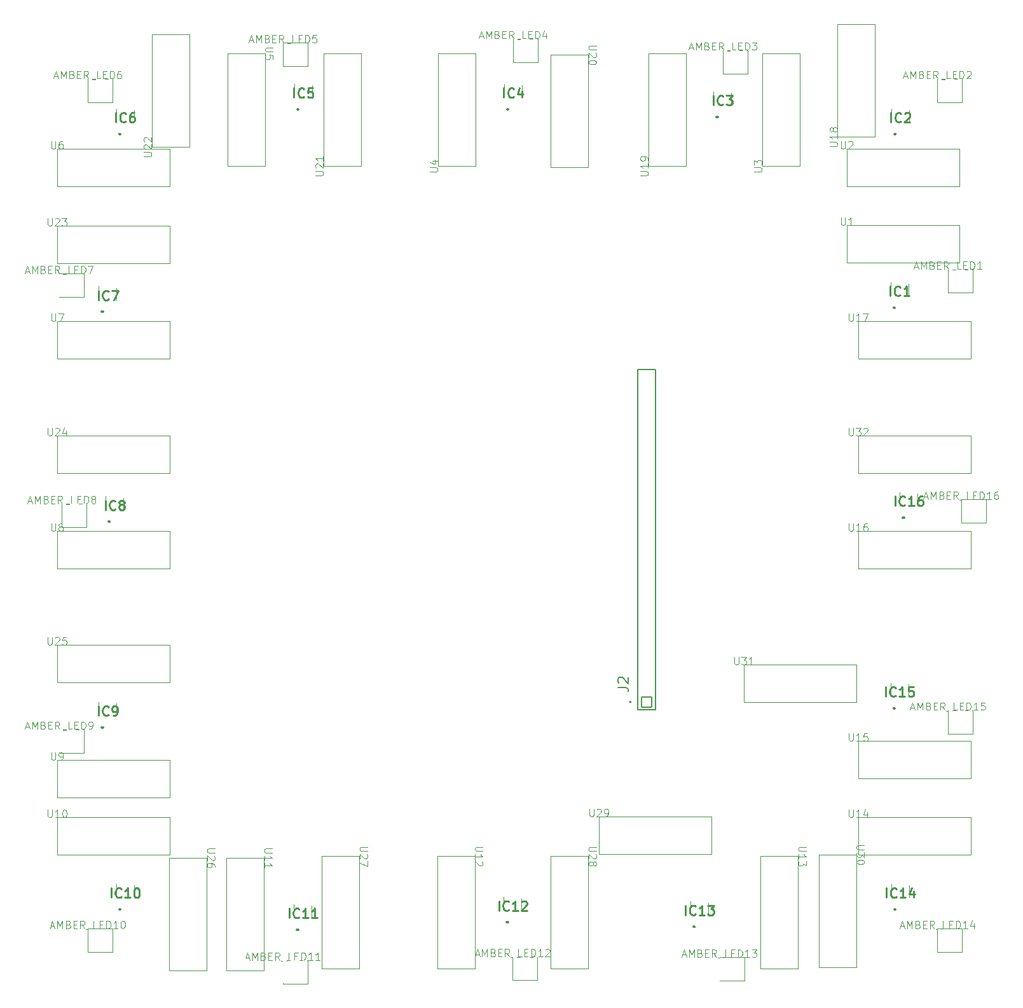
<source format=gto>
G04 #@! TF.GenerationSoftware,KiCad,Pcbnew,8.0.5*
G04 #@! TF.CreationDate,2024-12-27T19:58:17-05:00*
G04 #@! TF.ProjectId,line_sensor_pcb,6c696e65-5f73-4656-9e73-6f725f706362,rev?*
G04 #@! TF.SameCoordinates,Original*
G04 #@! TF.FileFunction,Legend,Top*
G04 #@! TF.FilePolarity,Positive*
%FSLAX46Y46*%
G04 Gerber Fmt 4.6, Leading zero omitted, Abs format (unit mm)*
G04 Created by KiCad (PCBNEW 8.0.5) date 2024-12-27 19:58:17*
%MOMM*%
%LPD*%
G01*
G04 APERTURE LIST*
G04 Aperture macros list*
%AMRoundRect*
0 Rectangle with rounded corners*
0 $1 Rounding radius*
0 $2 $3 $4 $5 $6 $7 $8 $9 X,Y pos of 4 corners*
0 Add a 4 corners polygon primitive as box body*
4,1,4,$2,$3,$4,$5,$6,$7,$8,$9,$2,$3,0*
0 Add four circle primitives for the rounded corners*
1,1,$1+$1,$2,$3*
1,1,$1+$1,$4,$5*
1,1,$1+$1,$6,$7*
1,1,$1+$1,$8,$9*
0 Add four rect primitives between the rounded corners*
20,1,$1+$1,$2,$3,$4,$5,0*
20,1,$1+$1,$4,$5,$6,$7,0*
20,1,$1+$1,$6,$7,$8,$9,0*
20,1,$1+$1,$8,$9,$2,$3,0*%
G04 Aperture macros list end*
%ADD10C,0.100000*%
%ADD11C,0.254000*%
%ADD12C,0.150000*%
%ADD13C,0.300000*%
%ADD14C,0.127000*%
%ADD15C,0.200000*%
%ADD16C,1.300000*%
%ADD17R,0.800000X0.800000*%
%ADD18R,0.600000X3.100000*%
%ADD19R,1.300000X3.100000*%
%ADD20RoundRect,0.102000X0.699000X-0.699000X0.699000X0.699000X-0.699000X0.699000X-0.699000X-0.699000X0*%
%ADD21C,1.602000*%
G04 APERTURE END LIST*
D10*
X72757419Y-49278094D02*
X73566942Y-49278094D01*
X73566942Y-49278094D02*
X73662180Y-49230475D01*
X73662180Y-49230475D02*
X73709800Y-49182856D01*
X73709800Y-49182856D02*
X73757419Y-49087618D01*
X73757419Y-49087618D02*
X73757419Y-48897142D01*
X73757419Y-48897142D02*
X73709800Y-48801904D01*
X73709800Y-48801904D02*
X73662180Y-48754285D01*
X73662180Y-48754285D02*
X73566942Y-48706666D01*
X73566942Y-48706666D02*
X72757419Y-48706666D01*
X72852657Y-48278094D02*
X72805038Y-48230475D01*
X72805038Y-48230475D02*
X72757419Y-48135237D01*
X72757419Y-48135237D02*
X72757419Y-47897142D01*
X72757419Y-47897142D02*
X72805038Y-47801904D01*
X72805038Y-47801904D02*
X72852657Y-47754285D01*
X72852657Y-47754285D02*
X72947895Y-47706666D01*
X72947895Y-47706666D02*
X73043133Y-47706666D01*
X73043133Y-47706666D02*
X73185990Y-47754285D01*
X73185990Y-47754285D02*
X73757419Y-48325713D01*
X73757419Y-48325713D02*
X73757419Y-47706666D01*
X73757419Y-46754285D02*
X73757419Y-47325713D01*
X73757419Y-47039999D02*
X72757419Y-47039999D01*
X72757419Y-47039999D02*
X72900276Y-47135237D01*
X72900276Y-47135237D02*
X72995514Y-47230475D01*
X72995514Y-47230475D02*
X73043133Y-47325713D01*
X143761905Y-123557419D02*
X143761905Y-124366942D01*
X143761905Y-124366942D02*
X143809524Y-124462180D01*
X143809524Y-124462180D02*
X143857143Y-124509800D01*
X143857143Y-124509800D02*
X143952381Y-124557419D01*
X143952381Y-124557419D02*
X144142857Y-124557419D01*
X144142857Y-124557419D02*
X144238095Y-124509800D01*
X144238095Y-124509800D02*
X144285714Y-124462180D01*
X144285714Y-124462180D02*
X144333333Y-124366942D01*
X144333333Y-124366942D02*
X144333333Y-123557419D01*
X145333333Y-124557419D02*
X144761905Y-124557419D01*
X145047619Y-124557419D02*
X145047619Y-123557419D01*
X145047619Y-123557419D02*
X144952381Y-123700276D01*
X144952381Y-123700276D02*
X144857143Y-123795514D01*
X144857143Y-123795514D02*
X144761905Y-123843133D01*
X146238095Y-123557419D02*
X145761905Y-123557419D01*
X145761905Y-123557419D02*
X145714286Y-124033609D01*
X145714286Y-124033609D02*
X145761905Y-123985990D01*
X145761905Y-123985990D02*
X145857143Y-123938371D01*
X145857143Y-123938371D02*
X146095238Y-123938371D01*
X146095238Y-123938371D02*
X146190476Y-123985990D01*
X146190476Y-123985990D02*
X146238095Y-124033609D01*
X146238095Y-124033609D02*
X146285714Y-124128847D01*
X146285714Y-124128847D02*
X146285714Y-124366942D01*
X146285714Y-124366942D02*
X146238095Y-124462180D01*
X146238095Y-124462180D02*
X146190476Y-124509800D01*
X146190476Y-124509800D02*
X146095238Y-124557419D01*
X146095238Y-124557419D02*
X145857143Y-124557419D01*
X145857143Y-124557419D02*
X145761905Y-124509800D01*
X145761905Y-124509800D02*
X145714286Y-124462180D01*
D11*
X43843237Y-121194318D02*
X43843237Y-119924318D01*
X45173714Y-121073365D02*
X45113238Y-121133842D01*
X45113238Y-121133842D02*
X44931809Y-121194318D01*
X44931809Y-121194318D02*
X44810857Y-121194318D01*
X44810857Y-121194318D02*
X44629428Y-121133842D01*
X44629428Y-121133842D02*
X44508476Y-121012889D01*
X44508476Y-121012889D02*
X44447999Y-120891937D01*
X44447999Y-120891937D02*
X44387523Y-120650032D01*
X44387523Y-120650032D02*
X44387523Y-120468603D01*
X44387523Y-120468603D02*
X44447999Y-120226699D01*
X44447999Y-120226699D02*
X44508476Y-120105746D01*
X44508476Y-120105746D02*
X44629428Y-119984794D01*
X44629428Y-119984794D02*
X44810857Y-119924318D01*
X44810857Y-119924318D02*
X44931809Y-119924318D01*
X44931809Y-119924318D02*
X45113238Y-119984794D01*
X45113238Y-119984794D02*
X45173714Y-120045270D01*
X45778476Y-121194318D02*
X46020380Y-121194318D01*
X46020380Y-121194318D02*
X46141333Y-121133842D01*
X46141333Y-121133842D02*
X46201809Y-121073365D01*
X46201809Y-121073365D02*
X46322761Y-120891937D01*
X46322761Y-120891937D02*
X46383238Y-120650032D01*
X46383238Y-120650032D02*
X46383238Y-120166222D01*
X46383238Y-120166222D02*
X46322761Y-120045270D01*
X46322761Y-120045270D02*
X46262285Y-119984794D01*
X46262285Y-119984794D02*
X46141333Y-119924318D01*
X46141333Y-119924318D02*
X45899428Y-119924318D01*
X45899428Y-119924318D02*
X45778476Y-119984794D01*
X45778476Y-119984794D02*
X45717999Y-120045270D01*
X45717999Y-120045270D02*
X45657523Y-120166222D01*
X45657523Y-120166222D02*
X45657523Y-120468603D01*
X45657523Y-120468603D02*
X45717999Y-120589556D01*
X45717999Y-120589556D02*
X45778476Y-120650032D01*
X45778476Y-120650032D02*
X45899428Y-120710508D01*
X45899428Y-120710508D02*
X46141333Y-120710508D01*
X46141333Y-120710508D02*
X46262285Y-120650032D01*
X46262285Y-120650032D02*
X46322761Y-120589556D01*
X46322761Y-120589556D02*
X46383238Y-120468603D01*
D10*
X110122580Y-138681905D02*
X109313057Y-138681905D01*
X109313057Y-138681905D02*
X109217819Y-138729524D01*
X109217819Y-138729524D02*
X109170200Y-138777143D01*
X109170200Y-138777143D02*
X109122580Y-138872381D01*
X109122580Y-138872381D02*
X109122580Y-139062857D01*
X109122580Y-139062857D02*
X109170200Y-139158095D01*
X109170200Y-139158095D02*
X109217819Y-139205714D01*
X109217819Y-139205714D02*
X109313057Y-139253333D01*
X109313057Y-139253333D02*
X110122580Y-139253333D01*
X110027342Y-139681905D02*
X110074961Y-139729524D01*
X110074961Y-139729524D02*
X110122580Y-139824762D01*
X110122580Y-139824762D02*
X110122580Y-140062857D01*
X110122580Y-140062857D02*
X110074961Y-140158095D01*
X110074961Y-140158095D02*
X110027342Y-140205714D01*
X110027342Y-140205714D02*
X109932104Y-140253333D01*
X109932104Y-140253333D02*
X109836866Y-140253333D01*
X109836866Y-140253333D02*
X109694009Y-140205714D01*
X109694009Y-140205714D02*
X109122580Y-139634286D01*
X109122580Y-139634286D02*
X109122580Y-140253333D01*
X109694009Y-140824762D02*
X109741628Y-140729524D01*
X109741628Y-140729524D02*
X109789247Y-140681905D01*
X109789247Y-140681905D02*
X109884485Y-140634286D01*
X109884485Y-140634286D02*
X109932104Y-140634286D01*
X109932104Y-140634286D02*
X110027342Y-140681905D01*
X110027342Y-140681905D02*
X110074961Y-140729524D01*
X110074961Y-140729524D02*
X110122580Y-140824762D01*
X110122580Y-140824762D02*
X110122580Y-141015238D01*
X110122580Y-141015238D02*
X110074961Y-141110476D01*
X110074961Y-141110476D02*
X110027342Y-141158095D01*
X110027342Y-141158095D02*
X109932104Y-141205714D01*
X109932104Y-141205714D02*
X109884485Y-141205714D01*
X109884485Y-141205714D02*
X109789247Y-141158095D01*
X109789247Y-141158095D02*
X109741628Y-141110476D01*
X109741628Y-141110476D02*
X109694009Y-141015238D01*
X109694009Y-141015238D02*
X109694009Y-140824762D01*
X109694009Y-140824762D02*
X109646390Y-140729524D01*
X109646390Y-140729524D02*
X109598771Y-140681905D01*
X109598771Y-140681905D02*
X109503533Y-140634286D01*
X109503533Y-140634286D02*
X109313057Y-140634286D01*
X109313057Y-140634286D02*
X109217819Y-140681905D01*
X109217819Y-140681905D02*
X109170200Y-140729524D01*
X109170200Y-140729524D02*
X109122580Y-140824762D01*
X109122580Y-140824762D02*
X109122580Y-141015238D01*
X109122580Y-141015238D02*
X109170200Y-141110476D01*
X109170200Y-141110476D02*
X109217819Y-141158095D01*
X109217819Y-141158095D02*
X109313057Y-141205714D01*
X109313057Y-141205714D02*
X109503533Y-141205714D01*
X109503533Y-141205714D02*
X109598771Y-141158095D01*
X109598771Y-141158095D02*
X109646390Y-141110476D01*
X109646390Y-141110476D02*
X109694009Y-141015238D01*
X109221905Y-133617419D02*
X109221905Y-134426942D01*
X109221905Y-134426942D02*
X109269524Y-134522180D01*
X109269524Y-134522180D02*
X109317143Y-134569800D01*
X109317143Y-134569800D02*
X109412381Y-134617419D01*
X109412381Y-134617419D02*
X109602857Y-134617419D01*
X109602857Y-134617419D02*
X109698095Y-134569800D01*
X109698095Y-134569800D02*
X109745714Y-134522180D01*
X109745714Y-134522180D02*
X109793333Y-134426942D01*
X109793333Y-134426942D02*
X109793333Y-133617419D01*
X110221905Y-133712657D02*
X110269524Y-133665038D01*
X110269524Y-133665038D02*
X110364762Y-133617419D01*
X110364762Y-133617419D02*
X110602857Y-133617419D01*
X110602857Y-133617419D02*
X110698095Y-133665038D01*
X110698095Y-133665038D02*
X110745714Y-133712657D01*
X110745714Y-133712657D02*
X110793333Y-133807895D01*
X110793333Y-133807895D02*
X110793333Y-133903133D01*
X110793333Y-133903133D02*
X110745714Y-134045990D01*
X110745714Y-134045990D02*
X110174286Y-134617419D01*
X110174286Y-134617419D02*
X110793333Y-134617419D01*
X111269524Y-134617419D02*
X111460000Y-134617419D01*
X111460000Y-134617419D02*
X111555238Y-134569800D01*
X111555238Y-134569800D02*
X111602857Y-134522180D01*
X111602857Y-134522180D02*
X111698095Y-134379323D01*
X111698095Y-134379323D02*
X111745714Y-134188847D01*
X111745714Y-134188847D02*
X111745714Y-133807895D01*
X111745714Y-133807895D02*
X111698095Y-133712657D01*
X111698095Y-133712657D02*
X111650476Y-133665038D01*
X111650476Y-133665038D02*
X111555238Y-133617419D01*
X111555238Y-133617419D02*
X111364762Y-133617419D01*
X111364762Y-133617419D02*
X111269524Y-133665038D01*
X111269524Y-133665038D02*
X111221905Y-133712657D01*
X111221905Y-133712657D02*
X111174286Y-133807895D01*
X111174286Y-133807895D02*
X111174286Y-134045990D01*
X111174286Y-134045990D02*
X111221905Y-134141228D01*
X111221905Y-134141228D02*
X111269524Y-134188847D01*
X111269524Y-134188847D02*
X111364762Y-134236466D01*
X111364762Y-134236466D02*
X111555238Y-134236466D01*
X111555238Y-134236466D02*
X111650476Y-134188847D01*
X111650476Y-134188847D02*
X111698095Y-134141228D01*
X111698095Y-134141228D02*
X111745714Y-134045990D01*
X151092309Y-36103205D02*
X151568499Y-36103205D01*
X150997071Y-36388920D02*
X151330404Y-35388920D01*
X151330404Y-35388920D02*
X151663737Y-36388920D01*
X151997071Y-36388920D02*
X151997071Y-35388920D01*
X151997071Y-35388920D02*
X152330404Y-36103205D01*
X152330404Y-36103205D02*
X152663737Y-35388920D01*
X152663737Y-35388920D02*
X152663737Y-36388920D01*
X153473261Y-35865110D02*
X153616118Y-35912729D01*
X153616118Y-35912729D02*
X153663737Y-35960348D01*
X153663737Y-35960348D02*
X153711356Y-36055586D01*
X153711356Y-36055586D02*
X153711356Y-36198443D01*
X153711356Y-36198443D02*
X153663737Y-36293681D01*
X153663737Y-36293681D02*
X153616118Y-36341301D01*
X153616118Y-36341301D02*
X153520880Y-36388920D01*
X153520880Y-36388920D02*
X153139928Y-36388920D01*
X153139928Y-36388920D02*
X153139928Y-35388920D01*
X153139928Y-35388920D02*
X153473261Y-35388920D01*
X153473261Y-35388920D02*
X153568499Y-35436539D01*
X153568499Y-35436539D02*
X153616118Y-35484158D01*
X153616118Y-35484158D02*
X153663737Y-35579396D01*
X153663737Y-35579396D02*
X153663737Y-35674634D01*
X153663737Y-35674634D02*
X153616118Y-35769872D01*
X153616118Y-35769872D02*
X153568499Y-35817491D01*
X153568499Y-35817491D02*
X153473261Y-35865110D01*
X153473261Y-35865110D02*
X153139928Y-35865110D01*
X154139928Y-35865110D02*
X154473261Y-35865110D01*
X154616118Y-36388920D02*
X154139928Y-36388920D01*
X154139928Y-36388920D02*
X154139928Y-35388920D01*
X154139928Y-35388920D02*
X154616118Y-35388920D01*
X155616118Y-36388920D02*
X155282785Y-35912729D01*
X155044690Y-36388920D02*
X155044690Y-35388920D01*
X155044690Y-35388920D02*
X155425642Y-35388920D01*
X155425642Y-35388920D02*
X155520880Y-35436539D01*
X155520880Y-35436539D02*
X155568499Y-35484158D01*
X155568499Y-35484158D02*
X155616118Y-35579396D01*
X155616118Y-35579396D02*
X155616118Y-35722253D01*
X155616118Y-35722253D02*
X155568499Y-35817491D01*
X155568499Y-35817491D02*
X155520880Y-35865110D01*
X155520880Y-35865110D02*
X155425642Y-35912729D01*
X155425642Y-35912729D02*
X155044690Y-35912729D01*
X155806595Y-36484158D02*
X156568499Y-36484158D01*
X157282785Y-36388920D02*
X156806595Y-36388920D01*
X156806595Y-36388920D02*
X156806595Y-35388920D01*
X157616119Y-35865110D02*
X157949452Y-35865110D01*
X158092309Y-36388920D02*
X157616119Y-36388920D01*
X157616119Y-36388920D02*
X157616119Y-35388920D01*
X157616119Y-35388920D02*
X158092309Y-35388920D01*
X158520881Y-36388920D02*
X158520881Y-35388920D01*
X158520881Y-35388920D02*
X158758976Y-35388920D01*
X158758976Y-35388920D02*
X158901833Y-35436539D01*
X158901833Y-35436539D02*
X158997071Y-35531777D01*
X158997071Y-35531777D02*
X159044690Y-35627015D01*
X159044690Y-35627015D02*
X159092309Y-35817491D01*
X159092309Y-35817491D02*
X159092309Y-35960348D01*
X159092309Y-35960348D02*
X159044690Y-36150824D01*
X159044690Y-36150824D02*
X158997071Y-36246062D01*
X158997071Y-36246062D02*
X158901833Y-36341301D01*
X158901833Y-36341301D02*
X158758976Y-36388920D01*
X158758976Y-36388920D02*
X158520881Y-36388920D01*
X159473262Y-35484158D02*
X159520881Y-35436539D01*
X159520881Y-35436539D02*
X159616119Y-35388920D01*
X159616119Y-35388920D02*
X159854214Y-35388920D01*
X159854214Y-35388920D02*
X159949452Y-35436539D01*
X159949452Y-35436539D02*
X159997071Y-35484158D01*
X159997071Y-35484158D02*
X160044690Y-35579396D01*
X160044690Y-35579396D02*
X160044690Y-35674634D01*
X160044690Y-35674634D02*
X159997071Y-35817491D01*
X159997071Y-35817491D02*
X159425643Y-36388920D01*
X159425643Y-36388920D02*
X160044690Y-36388920D01*
D11*
X69232575Y-148144318D02*
X69232575Y-146874318D01*
X70563052Y-148023365D02*
X70502576Y-148083842D01*
X70502576Y-148083842D02*
X70321147Y-148144318D01*
X70321147Y-148144318D02*
X70200195Y-148144318D01*
X70200195Y-148144318D02*
X70018766Y-148083842D01*
X70018766Y-148083842D02*
X69897814Y-147962889D01*
X69897814Y-147962889D02*
X69837337Y-147841937D01*
X69837337Y-147841937D02*
X69776861Y-147600032D01*
X69776861Y-147600032D02*
X69776861Y-147418603D01*
X69776861Y-147418603D02*
X69837337Y-147176699D01*
X69837337Y-147176699D02*
X69897814Y-147055746D01*
X69897814Y-147055746D02*
X70018766Y-146934794D01*
X70018766Y-146934794D02*
X70200195Y-146874318D01*
X70200195Y-146874318D02*
X70321147Y-146874318D01*
X70321147Y-146874318D02*
X70502576Y-146934794D01*
X70502576Y-146934794D02*
X70563052Y-146995270D01*
X71772576Y-148144318D02*
X71046861Y-148144318D01*
X71409718Y-148144318D02*
X71409718Y-146874318D01*
X71409718Y-146874318D02*
X71288766Y-147055746D01*
X71288766Y-147055746D02*
X71167814Y-147176699D01*
X71167814Y-147176699D02*
X71046861Y-147237175D01*
X72982100Y-148144318D02*
X72256385Y-148144318D01*
X72619242Y-148144318D02*
X72619242Y-146874318D01*
X72619242Y-146874318D02*
X72498290Y-147055746D01*
X72498290Y-147055746D02*
X72377338Y-147176699D01*
X72377338Y-147176699D02*
X72256385Y-147237175D01*
X45549675Y-145443118D02*
X45549675Y-144173118D01*
X46880152Y-145322165D02*
X46819676Y-145382642D01*
X46819676Y-145382642D02*
X46638247Y-145443118D01*
X46638247Y-145443118D02*
X46517295Y-145443118D01*
X46517295Y-145443118D02*
X46335866Y-145382642D01*
X46335866Y-145382642D02*
X46214914Y-145261689D01*
X46214914Y-145261689D02*
X46154437Y-145140737D01*
X46154437Y-145140737D02*
X46093961Y-144898832D01*
X46093961Y-144898832D02*
X46093961Y-144717403D01*
X46093961Y-144717403D02*
X46154437Y-144475499D01*
X46154437Y-144475499D02*
X46214914Y-144354546D01*
X46214914Y-144354546D02*
X46335866Y-144233594D01*
X46335866Y-144233594D02*
X46517295Y-144173118D01*
X46517295Y-144173118D02*
X46638247Y-144173118D01*
X46638247Y-144173118D02*
X46819676Y-144233594D01*
X46819676Y-144233594D02*
X46880152Y-144294070D01*
X48089676Y-145443118D02*
X47363961Y-145443118D01*
X47726818Y-145443118D02*
X47726818Y-144173118D01*
X47726818Y-144173118D02*
X47605866Y-144354546D01*
X47605866Y-144354546D02*
X47484914Y-144475499D01*
X47484914Y-144475499D02*
X47363961Y-144535975D01*
X48875866Y-144173118D02*
X48996819Y-144173118D01*
X48996819Y-144173118D02*
X49117771Y-144233594D01*
X49117771Y-144233594D02*
X49178247Y-144294070D01*
X49178247Y-144294070D02*
X49238723Y-144415022D01*
X49238723Y-144415022D02*
X49299200Y-144656927D01*
X49299200Y-144656927D02*
X49299200Y-144959308D01*
X49299200Y-144959308D02*
X49238723Y-145201213D01*
X49238723Y-145201213D02*
X49178247Y-145322165D01*
X49178247Y-145322165D02*
X49117771Y-145382642D01*
X49117771Y-145382642D02*
X48996819Y-145443118D01*
X48996819Y-145443118D02*
X48875866Y-145443118D01*
X48875866Y-145443118D02*
X48754914Y-145382642D01*
X48754914Y-145382642D02*
X48694438Y-145322165D01*
X48694438Y-145322165D02*
X48633961Y-145201213D01*
X48633961Y-145201213D02*
X48573485Y-144959308D01*
X48573485Y-144959308D02*
X48573485Y-144656927D01*
X48573485Y-144656927D02*
X48633961Y-144415022D01*
X48633961Y-144415022D02*
X48694438Y-144294070D01*
X48694438Y-144294070D02*
X48754914Y-144233594D01*
X48754914Y-144233594D02*
X48875866Y-144173118D01*
D10*
X153797619Y-92101704D02*
X154273809Y-92101704D01*
X153702381Y-92387419D02*
X154035714Y-91387419D01*
X154035714Y-91387419D02*
X154369047Y-92387419D01*
X154702381Y-92387419D02*
X154702381Y-91387419D01*
X154702381Y-91387419D02*
X155035714Y-92101704D01*
X155035714Y-92101704D02*
X155369047Y-91387419D01*
X155369047Y-91387419D02*
X155369047Y-92387419D01*
X156178571Y-91863609D02*
X156321428Y-91911228D01*
X156321428Y-91911228D02*
X156369047Y-91958847D01*
X156369047Y-91958847D02*
X156416666Y-92054085D01*
X156416666Y-92054085D02*
X156416666Y-92196942D01*
X156416666Y-92196942D02*
X156369047Y-92292180D01*
X156369047Y-92292180D02*
X156321428Y-92339800D01*
X156321428Y-92339800D02*
X156226190Y-92387419D01*
X156226190Y-92387419D02*
X155845238Y-92387419D01*
X155845238Y-92387419D02*
X155845238Y-91387419D01*
X155845238Y-91387419D02*
X156178571Y-91387419D01*
X156178571Y-91387419D02*
X156273809Y-91435038D01*
X156273809Y-91435038D02*
X156321428Y-91482657D01*
X156321428Y-91482657D02*
X156369047Y-91577895D01*
X156369047Y-91577895D02*
X156369047Y-91673133D01*
X156369047Y-91673133D02*
X156321428Y-91768371D01*
X156321428Y-91768371D02*
X156273809Y-91815990D01*
X156273809Y-91815990D02*
X156178571Y-91863609D01*
X156178571Y-91863609D02*
X155845238Y-91863609D01*
X156845238Y-91863609D02*
X157178571Y-91863609D01*
X157321428Y-92387419D02*
X156845238Y-92387419D01*
X156845238Y-92387419D02*
X156845238Y-91387419D01*
X156845238Y-91387419D02*
X157321428Y-91387419D01*
X158321428Y-92387419D02*
X157988095Y-91911228D01*
X157750000Y-92387419D02*
X157750000Y-91387419D01*
X157750000Y-91387419D02*
X158130952Y-91387419D01*
X158130952Y-91387419D02*
X158226190Y-91435038D01*
X158226190Y-91435038D02*
X158273809Y-91482657D01*
X158273809Y-91482657D02*
X158321428Y-91577895D01*
X158321428Y-91577895D02*
X158321428Y-91720752D01*
X158321428Y-91720752D02*
X158273809Y-91815990D01*
X158273809Y-91815990D02*
X158226190Y-91863609D01*
X158226190Y-91863609D02*
X158130952Y-91911228D01*
X158130952Y-91911228D02*
X157750000Y-91911228D01*
X158511905Y-92482657D02*
X159273809Y-92482657D01*
X159988095Y-92387419D02*
X159511905Y-92387419D01*
X159511905Y-92387419D02*
X159511905Y-91387419D01*
X160321429Y-91863609D02*
X160654762Y-91863609D01*
X160797619Y-92387419D02*
X160321429Y-92387419D01*
X160321429Y-92387419D02*
X160321429Y-91387419D01*
X160321429Y-91387419D02*
X160797619Y-91387419D01*
X161226191Y-92387419D02*
X161226191Y-91387419D01*
X161226191Y-91387419D02*
X161464286Y-91387419D01*
X161464286Y-91387419D02*
X161607143Y-91435038D01*
X161607143Y-91435038D02*
X161702381Y-91530276D01*
X161702381Y-91530276D02*
X161750000Y-91625514D01*
X161750000Y-91625514D02*
X161797619Y-91815990D01*
X161797619Y-91815990D02*
X161797619Y-91958847D01*
X161797619Y-91958847D02*
X161750000Y-92149323D01*
X161750000Y-92149323D02*
X161702381Y-92244561D01*
X161702381Y-92244561D02*
X161607143Y-92339800D01*
X161607143Y-92339800D02*
X161464286Y-92387419D01*
X161464286Y-92387419D02*
X161226191Y-92387419D01*
X162750000Y-92387419D02*
X162178572Y-92387419D01*
X162464286Y-92387419D02*
X162464286Y-91387419D01*
X162464286Y-91387419D02*
X162369048Y-91530276D01*
X162369048Y-91530276D02*
X162273810Y-91625514D01*
X162273810Y-91625514D02*
X162178572Y-91673133D01*
X163607143Y-91387419D02*
X163416667Y-91387419D01*
X163416667Y-91387419D02*
X163321429Y-91435038D01*
X163321429Y-91435038D02*
X163273810Y-91482657D01*
X163273810Y-91482657D02*
X163178572Y-91625514D01*
X163178572Y-91625514D02*
X163130953Y-91815990D01*
X163130953Y-91815990D02*
X163130953Y-92196942D01*
X163130953Y-92196942D02*
X163178572Y-92292180D01*
X163178572Y-92292180D02*
X163226191Y-92339800D01*
X163226191Y-92339800D02*
X163321429Y-92387419D01*
X163321429Y-92387419D02*
X163511905Y-92387419D01*
X163511905Y-92387419D02*
X163607143Y-92339800D01*
X163607143Y-92339800D02*
X163654762Y-92292180D01*
X163654762Y-92292180D02*
X163702381Y-92196942D01*
X163702381Y-92196942D02*
X163702381Y-91958847D01*
X163702381Y-91958847D02*
X163654762Y-91863609D01*
X163654762Y-91863609D02*
X163607143Y-91815990D01*
X163607143Y-91815990D02*
X163511905Y-91768371D01*
X163511905Y-91768371D02*
X163321429Y-91768371D01*
X163321429Y-91768371D02*
X163226191Y-91815990D01*
X163226191Y-91815990D02*
X163178572Y-91863609D01*
X163178572Y-91863609D02*
X163130953Y-91958847D01*
X34126609Y-62057004D02*
X34602799Y-62057004D01*
X34031371Y-62342719D02*
X34364704Y-61342719D01*
X34364704Y-61342719D02*
X34698037Y-62342719D01*
X35031371Y-62342719D02*
X35031371Y-61342719D01*
X35031371Y-61342719D02*
X35364704Y-62057004D01*
X35364704Y-62057004D02*
X35698037Y-61342719D01*
X35698037Y-61342719D02*
X35698037Y-62342719D01*
X36507561Y-61818909D02*
X36650418Y-61866528D01*
X36650418Y-61866528D02*
X36698037Y-61914147D01*
X36698037Y-61914147D02*
X36745656Y-62009385D01*
X36745656Y-62009385D02*
X36745656Y-62152242D01*
X36745656Y-62152242D02*
X36698037Y-62247480D01*
X36698037Y-62247480D02*
X36650418Y-62295100D01*
X36650418Y-62295100D02*
X36555180Y-62342719D01*
X36555180Y-62342719D02*
X36174228Y-62342719D01*
X36174228Y-62342719D02*
X36174228Y-61342719D01*
X36174228Y-61342719D02*
X36507561Y-61342719D01*
X36507561Y-61342719D02*
X36602799Y-61390338D01*
X36602799Y-61390338D02*
X36650418Y-61437957D01*
X36650418Y-61437957D02*
X36698037Y-61533195D01*
X36698037Y-61533195D02*
X36698037Y-61628433D01*
X36698037Y-61628433D02*
X36650418Y-61723671D01*
X36650418Y-61723671D02*
X36602799Y-61771290D01*
X36602799Y-61771290D02*
X36507561Y-61818909D01*
X36507561Y-61818909D02*
X36174228Y-61818909D01*
X37174228Y-61818909D02*
X37507561Y-61818909D01*
X37650418Y-62342719D02*
X37174228Y-62342719D01*
X37174228Y-62342719D02*
X37174228Y-61342719D01*
X37174228Y-61342719D02*
X37650418Y-61342719D01*
X38650418Y-62342719D02*
X38317085Y-61866528D01*
X38078990Y-62342719D02*
X38078990Y-61342719D01*
X38078990Y-61342719D02*
X38459942Y-61342719D01*
X38459942Y-61342719D02*
X38555180Y-61390338D01*
X38555180Y-61390338D02*
X38602799Y-61437957D01*
X38602799Y-61437957D02*
X38650418Y-61533195D01*
X38650418Y-61533195D02*
X38650418Y-61676052D01*
X38650418Y-61676052D02*
X38602799Y-61771290D01*
X38602799Y-61771290D02*
X38555180Y-61818909D01*
X38555180Y-61818909D02*
X38459942Y-61866528D01*
X38459942Y-61866528D02*
X38078990Y-61866528D01*
X38840895Y-62437957D02*
X39602799Y-62437957D01*
X40317085Y-62342719D02*
X39840895Y-62342719D01*
X39840895Y-62342719D02*
X39840895Y-61342719D01*
X40650419Y-61818909D02*
X40983752Y-61818909D01*
X41126609Y-62342719D02*
X40650419Y-62342719D01*
X40650419Y-62342719D02*
X40650419Y-61342719D01*
X40650419Y-61342719D02*
X41126609Y-61342719D01*
X41555181Y-62342719D02*
X41555181Y-61342719D01*
X41555181Y-61342719D02*
X41793276Y-61342719D01*
X41793276Y-61342719D02*
X41936133Y-61390338D01*
X41936133Y-61390338D02*
X42031371Y-61485576D01*
X42031371Y-61485576D02*
X42078990Y-61580814D01*
X42078990Y-61580814D02*
X42126609Y-61771290D01*
X42126609Y-61771290D02*
X42126609Y-61914147D01*
X42126609Y-61914147D02*
X42078990Y-62104623D01*
X42078990Y-62104623D02*
X42031371Y-62199861D01*
X42031371Y-62199861D02*
X41936133Y-62295100D01*
X41936133Y-62295100D02*
X41793276Y-62342719D01*
X41793276Y-62342719D02*
X41555181Y-62342719D01*
X42459943Y-61342719D02*
X43126609Y-61342719D01*
X43126609Y-61342719D02*
X42698038Y-62342719D01*
X37479119Y-149240205D02*
X37955309Y-149240205D01*
X37383881Y-149525920D02*
X37717214Y-148525920D01*
X37717214Y-148525920D02*
X38050547Y-149525920D01*
X38383881Y-149525920D02*
X38383881Y-148525920D01*
X38383881Y-148525920D02*
X38717214Y-149240205D01*
X38717214Y-149240205D02*
X39050547Y-148525920D01*
X39050547Y-148525920D02*
X39050547Y-149525920D01*
X39860071Y-149002110D02*
X40002928Y-149049729D01*
X40002928Y-149049729D02*
X40050547Y-149097348D01*
X40050547Y-149097348D02*
X40098166Y-149192586D01*
X40098166Y-149192586D02*
X40098166Y-149335443D01*
X40098166Y-149335443D02*
X40050547Y-149430681D01*
X40050547Y-149430681D02*
X40002928Y-149478301D01*
X40002928Y-149478301D02*
X39907690Y-149525920D01*
X39907690Y-149525920D02*
X39526738Y-149525920D01*
X39526738Y-149525920D02*
X39526738Y-148525920D01*
X39526738Y-148525920D02*
X39860071Y-148525920D01*
X39860071Y-148525920D02*
X39955309Y-148573539D01*
X39955309Y-148573539D02*
X40002928Y-148621158D01*
X40002928Y-148621158D02*
X40050547Y-148716396D01*
X40050547Y-148716396D02*
X40050547Y-148811634D01*
X40050547Y-148811634D02*
X40002928Y-148906872D01*
X40002928Y-148906872D02*
X39955309Y-148954491D01*
X39955309Y-148954491D02*
X39860071Y-149002110D01*
X39860071Y-149002110D02*
X39526738Y-149002110D01*
X40526738Y-149002110D02*
X40860071Y-149002110D01*
X41002928Y-149525920D02*
X40526738Y-149525920D01*
X40526738Y-149525920D02*
X40526738Y-148525920D01*
X40526738Y-148525920D02*
X41002928Y-148525920D01*
X42002928Y-149525920D02*
X41669595Y-149049729D01*
X41431500Y-149525920D02*
X41431500Y-148525920D01*
X41431500Y-148525920D02*
X41812452Y-148525920D01*
X41812452Y-148525920D02*
X41907690Y-148573539D01*
X41907690Y-148573539D02*
X41955309Y-148621158D01*
X41955309Y-148621158D02*
X42002928Y-148716396D01*
X42002928Y-148716396D02*
X42002928Y-148859253D01*
X42002928Y-148859253D02*
X41955309Y-148954491D01*
X41955309Y-148954491D02*
X41907690Y-149002110D01*
X41907690Y-149002110D02*
X41812452Y-149049729D01*
X41812452Y-149049729D02*
X41431500Y-149049729D01*
X42193405Y-149621158D02*
X42955309Y-149621158D01*
X43669595Y-149525920D02*
X43193405Y-149525920D01*
X43193405Y-149525920D02*
X43193405Y-148525920D01*
X44002929Y-149002110D02*
X44336262Y-149002110D01*
X44479119Y-149525920D02*
X44002929Y-149525920D01*
X44002929Y-149525920D02*
X44002929Y-148525920D01*
X44002929Y-148525920D02*
X44479119Y-148525920D01*
X44907691Y-149525920D02*
X44907691Y-148525920D01*
X44907691Y-148525920D02*
X45145786Y-148525920D01*
X45145786Y-148525920D02*
X45288643Y-148573539D01*
X45288643Y-148573539D02*
X45383881Y-148668777D01*
X45383881Y-148668777D02*
X45431500Y-148764015D01*
X45431500Y-148764015D02*
X45479119Y-148954491D01*
X45479119Y-148954491D02*
X45479119Y-149097348D01*
X45479119Y-149097348D02*
X45431500Y-149287824D01*
X45431500Y-149287824D02*
X45383881Y-149383062D01*
X45383881Y-149383062D02*
X45288643Y-149478301D01*
X45288643Y-149478301D02*
X45145786Y-149525920D01*
X45145786Y-149525920D02*
X44907691Y-149525920D01*
X46431500Y-149525920D02*
X45860072Y-149525920D01*
X46145786Y-149525920D02*
X46145786Y-148525920D01*
X46145786Y-148525920D02*
X46050548Y-148668777D01*
X46050548Y-148668777D02*
X45955310Y-148764015D01*
X45955310Y-148764015D02*
X45860072Y-148811634D01*
X47050548Y-148525920D02*
X47145786Y-148525920D01*
X47145786Y-148525920D02*
X47241024Y-148573539D01*
X47241024Y-148573539D02*
X47288643Y-148621158D01*
X47288643Y-148621158D02*
X47336262Y-148716396D01*
X47336262Y-148716396D02*
X47383881Y-148906872D01*
X47383881Y-148906872D02*
X47383881Y-149144967D01*
X47383881Y-149144967D02*
X47336262Y-149335443D01*
X47336262Y-149335443D02*
X47288643Y-149430681D01*
X47288643Y-149430681D02*
X47241024Y-149478301D01*
X47241024Y-149478301D02*
X47145786Y-149525920D01*
X47145786Y-149525920D02*
X47050548Y-149525920D01*
X47050548Y-149525920D02*
X46955310Y-149478301D01*
X46955310Y-149478301D02*
X46907691Y-149430681D01*
X46907691Y-149430681D02*
X46860072Y-149335443D01*
X46860072Y-149335443D02*
X46812453Y-149144967D01*
X46812453Y-149144967D02*
X46812453Y-148906872D01*
X46812453Y-148906872D02*
X46860072Y-148716396D01*
X46860072Y-148716396D02*
X46907691Y-148621158D01*
X46907691Y-148621158D02*
X46955310Y-148573539D01*
X46955310Y-148573539D02*
X47050548Y-148525920D01*
X59322580Y-138901905D02*
X58513057Y-138901905D01*
X58513057Y-138901905D02*
X58417819Y-138949524D01*
X58417819Y-138949524D02*
X58370200Y-138997143D01*
X58370200Y-138997143D02*
X58322580Y-139092381D01*
X58322580Y-139092381D02*
X58322580Y-139282857D01*
X58322580Y-139282857D02*
X58370200Y-139378095D01*
X58370200Y-139378095D02*
X58417819Y-139425714D01*
X58417819Y-139425714D02*
X58513057Y-139473333D01*
X58513057Y-139473333D02*
X59322580Y-139473333D01*
X59227342Y-139901905D02*
X59274961Y-139949524D01*
X59274961Y-139949524D02*
X59322580Y-140044762D01*
X59322580Y-140044762D02*
X59322580Y-140282857D01*
X59322580Y-140282857D02*
X59274961Y-140378095D01*
X59274961Y-140378095D02*
X59227342Y-140425714D01*
X59227342Y-140425714D02*
X59132104Y-140473333D01*
X59132104Y-140473333D02*
X59036866Y-140473333D01*
X59036866Y-140473333D02*
X58894009Y-140425714D01*
X58894009Y-140425714D02*
X58322580Y-139854286D01*
X58322580Y-139854286D02*
X58322580Y-140473333D01*
X59322580Y-141330476D02*
X59322580Y-141140000D01*
X59322580Y-141140000D02*
X59274961Y-141044762D01*
X59274961Y-141044762D02*
X59227342Y-140997143D01*
X59227342Y-140997143D02*
X59084485Y-140901905D01*
X59084485Y-140901905D02*
X58894009Y-140854286D01*
X58894009Y-140854286D02*
X58513057Y-140854286D01*
X58513057Y-140854286D02*
X58417819Y-140901905D01*
X58417819Y-140901905D02*
X58370200Y-140949524D01*
X58370200Y-140949524D02*
X58322580Y-141044762D01*
X58322580Y-141044762D02*
X58322580Y-141235238D01*
X58322580Y-141235238D02*
X58370200Y-141330476D01*
X58370200Y-141330476D02*
X58417819Y-141378095D01*
X58417819Y-141378095D02*
X58513057Y-141425714D01*
X58513057Y-141425714D02*
X58751152Y-141425714D01*
X58751152Y-141425714D02*
X58846390Y-141378095D01*
X58846390Y-141378095D02*
X58894009Y-141330476D01*
X58894009Y-141330476D02*
X58941628Y-141235238D01*
X58941628Y-141235238D02*
X58941628Y-141044762D01*
X58941628Y-141044762D02*
X58894009Y-140949524D01*
X58894009Y-140949524D02*
X58846390Y-140901905D01*
X58846390Y-140901905D02*
X58751152Y-140854286D01*
D11*
X148678475Y-118654318D02*
X148678475Y-117384318D01*
X150008952Y-118533365D02*
X149948476Y-118593842D01*
X149948476Y-118593842D02*
X149767047Y-118654318D01*
X149767047Y-118654318D02*
X149646095Y-118654318D01*
X149646095Y-118654318D02*
X149464666Y-118593842D01*
X149464666Y-118593842D02*
X149343714Y-118472889D01*
X149343714Y-118472889D02*
X149283237Y-118351937D01*
X149283237Y-118351937D02*
X149222761Y-118110032D01*
X149222761Y-118110032D02*
X149222761Y-117928603D01*
X149222761Y-117928603D02*
X149283237Y-117686699D01*
X149283237Y-117686699D02*
X149343714Y-117565746D01*
X149343714Y-117565746D02*
X149464666Y-117444794D01*
X149464666Y-117444794D02*
X149646095Y-117384318D01*
X149646095Y-117384318D02*
X149767047Y-117384318D01*
X149767047Y-117384318D02*
X149948476Y-117444794D01*
X149948476Y-117444794D02*
X150008952Y-117505270D01*
X151218476Y-118654318D02*
X150492761Y-118654318D01*
X150855618Y-118654318D02*
X150855618Y-117384318D01*
X150855618Y-117384318D02*
X150734666Y-117565746D01*
X150734666Y-117565746D02*
X150613714Y-117686699D01*
X150613714Y-117686699D02*
X150492761Y-117747175D01*
X152367523Y-117384318D02*
X151762761Y-117384318D01*
X151762761Y-117384318D02*
X151702285Y-117989080D01*
X151702285Y-117989080D02*
X151762761Y-117928603D01*
X151762761Y-117928603D02*
X151883714Y-117868127D01*
X151883714Y-117868127D02*
X152186095Y-117868127D01*
X152186095Y-117868127D02*
X152307047Y-117928603D01*
X152307047Y-117928603D02*
X152367523Y-117989080D01*
X152367523Y-117989080D02*
X152428000Y-118110032D01*
X152428000Y-118110032D02*
X152428000Y-118412413D01*
X152428000Y-118412413D02*
X152367523Y-118533365D01*
X152367523Y-118533365D02*
X152307047Y-118593842D01*
X152307047Y-118593842D02*
X152186095Y-118654318D01*
X152186095Y-118654318D02*
X151883714Y-118654318D01*
X151883714Y-118654318D02*
X151762761Y-118593842D01*
X151762761Y-118593842D02*
X151702285Y-118533365D01*
X46154437Y-42205518D02*
X46154437Y-40935518D01*
X47484914Y-42084565D02*
X47424438Y-42145042D01*
X47424438Y-42145042D02*
X47243009Y-42205518D01*
X47243009Y-42205518D02*
X47122057Y-42205518D01*
X47122057Y-42205518D02*
X46940628Y-42145042D01*
X46940628Y-42145042D02*
X46819676Y-42024089D01*
X46819676Y-42024089D02*
X46759199Y-41903137D01*
X46759199Y-41903137D02*
X46698723Y-41661232D01*
X46698723Y-41661232D02*
X46698723Y-41479803D01*
X46698723Y-41479803D02*
X46759199Y-41237899D01*
X46759199Y-41237899D02*
X46819676Y-41116946D01*
X46819676Y-41116946D02*
X46940628Y-40995994D01*
X46940628Y-40995994D02*
X47122057Y-40935518D01*
X47122057Y-40935518D02*
X47243009Y-40935518D01*
X47243009Y-40935518D02*
X47424438Y-40995994D01*
X47424438Y-40995994D02*
X47484914Y-41056470D01*
X48573485Y-40935518D02*
X48331580Y-40935518D01*
X48331580Y-40935518D02*
X48210628Y-40995994D01*
X48210628Y-40995994D02*
X48150152Y-41056470D01*
X48150152Y-41056470D02*
X48029199Y-41237899D01*
X48029199Y-41237899D02*
X47968723Y-41479803D01*
X47968723Y-41479803D02*
X47968723Y-41963613D01*
X47968723Y-41963613D02*
X48029199Y-42084565D01*
X48029199Y-42084565D02*
X48089676Y-42145042D01*
X48089676Y-42145042D02*
X48210628Y-42205518D01*
X48210628Y-42205518D02*
X48452533Y-42205518D01*
X48452533Y-42205518D02*
X48573485Y-42145042D01*
X48573485Y-42145042D02*
X48633961Y-42084565D01*
X48633961Y-42084565D02*
X48694438Y-41963613D01*
X48694438Y-41963613D02*
X48694438Y-41661232D01*
X48694438Y-41661232D02*
X48633961Y-41540280D01*
X48633961Y-41540280D02*
X48573485Y-41479803D01*
X48573485Y-41479803D02*
X48452533Y-41419327D01*
X48452533Y-41419327D02*
X48210628Y-41419327D01*
X48210628Y-41419327D02*
X48089676Y-41479803D01*
X48089676Y-41479803D02*
X48029199Y-41540280D01*
X48029199Y-41540280D02*
X47968723Y-41661232D01*
D10*
X37558095Y-67677419D02*
X37558095Y-68486942D01*
X37558095Y-68486942D02*
X37605714Y-68582180D01*
X37605714Y-68582180D02*
X37653333Y-68629800D01*
X37653333Y-68629800D02*
X37748571Y-68677419D01*
X37748571Y-68677419D02*
X37939047Y-68677419D01*
X37939047Y-68677419D02*
X38034285Y-68629800D01*
X38034285Y-68629800D02*
X38081904Y-68582180D01*
X38081904Y-68582180D02*
X38129523Y-68486942D01*
X38129523Y-68486942D02*
X38129523Y-67677419D01*
X38510476Y-67677419D02*
X39177142Y-67677419D01*
X39177142Y-67677419D02*
X38748571Y-68677419D01*
X141237419Y-45418094D02*
X142046942Y-45418094D01*
X142046942Y-45418094D02*
X142142180Y-45370475D01*
X142142180Y-45370475D02*
X142189800Y-45322856D01*
X142189800Y-45322856D02*
X142237419Y-45227618D01*
X142237419Y-45227618D02*
X142237419Y-45037142D01*
X142237419Y-45037142D02*
X142189800Y-44941904D01*
X142189800Y-44941904D02*
X142142180Y-44894285D01*
X142142180Y-44894285D02*
X142046942Y-44846666D01*
X142046942Y-44846666D02*
X141237419Y-44846666D01*
X142237419Y-43846666D02*
X142237419Y-44418094D01*
X142237419Y-44132380D02*
X141237419Y-44132380D01*
X141237419Y-44132380D02*
X141380276Y-44227618D01*
X141380276Y-44227618D02*
X141475514Y-44322856D01*
X141475514Y-44322856D02*
X141523133Y-44418094D01*
X141665990Y-43275237D02*
X141618371Y-43370475D01*
X141618371Y-43370475D02*
X141570752Y-43418094D01*
X141570752Y-43418094D02*
X141475514Y-43465713D01*
X141475514Y-43465713D02*
X141427895Y-43465713D01*
X141427895Y-43465713D02*
X141332657Y-43418094D01*
X141332657Y-43418094D02*
X141285038Y-43370475D01*
X141285038Y-43370475D02*
X141237419Y-43275237D01*
X141237419Y-43275237D02*
X141237419Y-43084761D01*
X141237419Y-43084761D02*
X141285038Y-42989523D01*
X141285038Y-42989523D02*
X141332657Y-42941904D01*
X141332657Y-42941904D02*
X141427895Y-42894285D01*
X141427895Y-42894285D02*
X141475514Y-42894285D01*
X141475514Y-42894285D02*
X141570752Y-42941904D01*
X141570752Y-42941904D02*
X141618371Y-42989523D01*
X141618371Y-42989523D02*
X141665990Y-43084761D01*
X141665990Y-43084761D02*
X141665990Y-43275237D01*
X141665990Y-43275237D02*
X141713609Y-43370475D01*
X141713609Y-43370475D02*
X141761228Y-43418094D01*
X141761228Y-43418094D02*
X141856466Y-43465713D01*
X141856466Y-43465713D02*
X142046942Y-43465713D01*
X142046942Y-43465713D02*
X142142180Y-43418094D01*
X142142180Y-43418094D02*
X142189800Y-43370475D01*
X142189800Y-43370475D02*
X142237419Y-43275237D01*
X142237419Y-43275237D02*
X142237419Y-43084761D01*
X142237419Y-43084761D02*
X142189800Y-42989523D01*
X142189800Y-42989523D02*
X142142180Y-42941904D01*
X142142180Y-42941904D02*
X142046942Y-42894285D01*
X142046942Y-42894285D02*
X141856466Y-42894285D01*
X141856466Y-42894285D02*
X141761228Y-42941904D01*
X141761228Y-42941904D02*
X141713609Y-42989523D01*
X141713609Y-42989523D02*
X141665990Y-43084761D01*
X138062580Y-138681905D02*
X137253057Y-138681905D01*
X137253057Y-138681905D02*
X137157819Y-138729524D01*
X137157819Y-138729524D02*
X137110200Y-138777143D01*
X137110200Y-138777143D02*
X137062580Y-138872381D01*
X137062580Y-138872381D02*
X137062580Y-139062857D01*
X137062580Y-139062857D02*
X137110200Y-139158095D01*
X137110200Y-139158095D02*
X137157819Y-139205714D01*
X137157819Y-139205714D02*
X137253057Y-139253333D01*
X137253057Y-139253333D02*
X138062580Y-139253333D01*
X137062580Y-140253333D02*
X137062580Y-139681905D01*
X137062580Y-139967619D02*
X138062580Y-139967619D01*
X138062580Y-139967619D02*
X137919723Y-139872381D01*
X137919723Y-139872381D02*
X137824485Y-139777143D01*
X137824485Y-139777143D02*
X137776866Y-139681905D01*
X138062580Y-140586667D02*
X138062580Y-141205714D01*
X138062580Y-141205714D02*
X137681628Y-140872381D01*
X137681628Y-140872381D02*
X137681628Y-141015238D01*
X137681628Y-141015238D02*
X137634009Y-141110476D01*
X137634009Y-141110476D02*
X137586390Y-141158095D01*
X137586390Y-141158095D02*
X137491152Y-141205714D01*
X137491152Y-141205714D02*
X137253057Y-141205714D01*
X137253057Y-141205714D02*
X137157819Y-141158095D01*
X137157819Y-141158095D02*
X137110200Y-141110476D01*
X137110200Y-141110476D02*
X137062580Y-141015238D01*
X137062580Y-141015238D02*
X137062580Y-140729524D01*
X137062580Y-140729524D02*
X137110200Y-140634286D01*
X137110200Y-140634286D02*
X137157819Y-140586667D01*
X94047619Y-153001704D02*
X94523809Y-153001704D01*
X93952381Y-153287419D02*
X94285714Y-152287419D01*
X94285714Y-152287419D02*
X94619047Y-153287419D01*
X94952381Y-153287419D02*
X94952381Y-152287419D01*
X94952381Y-152287419D02*
X95285714Y-153001704D01*
X95285714Y-153001704D02*
X95619047Y-152287419D01*
X95619047Y-152287419D02*
X95619047Y-153287419D01*
X96428571Y-152763609D02*
X96571428Y-152811228D01*
X96571428Y-152811228D02*
X96619047Y-152858847D01*
X96619047Y-152858847D02*
X96666666Y-152954085D01*
X96666666Y-152954085D02*
X96666666Y-153096942D01*
X96666666Y-153096942D02*
X96619047Y-153192180D01*
X96619047Y-153192180D02*
X96571428Y-153239800D01*
X96571428Y-153239800D02*
X96476190Y-153287419D01*
X96476190Y-153287419D02*
X96095238Y-153287419D01*
X96095238Y-153287419D02*
X96095238Y-152287419D01*
X96095238Y-152287419D02*
X96428571Y-152287419D01*
X96428571Y-152287419D02*
X96523809Y-152335038D01*
X96523809Y-152335038D02*
X96571428Y-152382657D01*
X96571428Y-152382657D02*
X96619047Y-152477895D01*
X96619047Y-152477895D02*
X96619047Y-152573133D01*
X96619047Y-152573133D02*
X96571428Y-152668371D01*
X96571428Y-152668371D02*
X96523809Y-152715990D01*
X96523809Y-152715990D02*
X96428571Y-152763609D01*
X96428571Y-152763609D02*
X96095238Y-152763609D01*
X97095238Y-152763609D02*
X97428571Y-152763609D01*
X97571428Y-153287419D02*
X97095238Y-153287419D01*
X97095238Y-153287419D02*
X97095238Y-152287419D01*
X97095238Y-152287419D02*
X97571428Y-152287419D01*
X98571428Y-153287419D02*
X98238095Y-152811228D01*
X98000000Y-153287419D02*
X98000000Y-152287419D01*
X98000000Y-152287419D02*
X98380952Y-152287419D01*
X98380952Y-152287419D02*
X98476190Y-152335038D01*
X98476190Y-152335038D02*
X98523809Y-152382657D01*
X98523809Y-152382657D02*
X98571428Y-152477895D01*
X98571428Y-152477895D02*
X98571428Y-152620752D01*
X98571428Y-152620752D02*
X98523809Y-152715990D01*
X98523809Y-152715990D02*
X98476190Y-152763609D01*
X98476190Y-152763609D02*
X98380952Y-152811228D01*
X98380952Y-152811228D02*
X98000000Y-152811228D01*
X98761905Y-153382657D02*
X99523809Y-153382657D01*
X100238095Y-153287419D02*
X99761905Y-153287419D01*
X99761905Y-153287419D02*
X99761905Y-152287419D01*
X100571429Y-152763609D02*
X100904762Y-152763609D01*
X101047619Y-153287419D02*
X100571429Y-153287419D01*
X100571429Y-153287419D02*
X100571429Y-152287419D01*
X100571429Y-152287419D02*
X101047619Y-152287419D01*
X101476191Y-153287419D02*
X101476191Y-152287419D01*
X101476191Y-152287419D02*
X101714286Y-152287419D01*
X101714286Y-152287419D02*
X101857143Y-152335038D01*
X101857143Y-152335038D02*
X101952381Y-152430276D01*
X101952381Y-152430276D02*
X102000000Y-152525514D01*
X102000000Y-152525514D02*
X102047619Y-152715990D01*
X102047619Y-152715990D02*
X102047619Y-152858847D01*
X102047619Y-152858847D02*
X102000000Y-153049323D01*
X102000000Y-153049323D02*
X101952381Y-153144561D01*
X101952381Y-153144561D02*
X101857143Y-153239800D01*
X101857143Y-153239800D02*
X101714286Y-153287419D01*
X101714286Y-153287419D02*
X101476191Y-153287419D01*
X103000000Y-153287419D02*
X102428572Y-153287419D01*
X102714286Y-153287419D02*
X102714286Y-152287419D01*
X102714286Y-152287419D02*
X102619048Y-152430276D01*
X102619048Y-152430276D02*
X102523810Y-152525514D01*
X102523810Y-152525514D02*
X102428572Y-152573133D01*
X103380953Y-152382657D02*
X103428572Y-152335038D01*
X103428572Y-152335038D02*
X103523810Y-152287419D01*
X103523810Y-152287419D02*
X103761905Y-152287419D01*
X103761905Y-152287419D02*
X103857143Y-152335038D01*
X103857143Y-152335038D02*
X103904762Y-152382657D01*
X103904762Y-152382657D02*
X103952381Y-152477895D01*
X103952381Y-152477895D02*
X103952381Y-152573133D01*
X103952381Y-152573133D02*
X103904762Y-152715990D01*
X103904762Y-152715990D02*
X103333334Y-153287419D01*
X103333334Y-153287419D02*
X103952381Y-153287419D01*
X49897419Y-46738094D02*
X50706942Y-46738094D01*
X50706942Y-46738094D02*
X50802180Y-46690475D01*
X50802180Y-46690475D02*
X50849800Y-46642856D01*
X50849800Y-46642856D02*
X50897419Y-46547618D01*
X50897419Y-46547618D02*
X50897419Y-46357142D01*
X50897419Y-46357142D02*
X50849800Y-46261904D01*
X50849800Y-46261904D02*
X50802180Y-46214285D01*
X50802180Y-46214285D02*
X50706942Y-46166666D01*
X50706942Y-46166666D02*
X49897419Y-46166666D01*
X49992657Y-45738094D02*
X49945038Y-45690475D01*
X49945038Y-45690475D02*
X49897419Y-45595237D01*
X49897419Y-45595237D02*
X49897419Y-45357142D01*
X49897419Y-45357142D02*
X49945038Y-45261904D01*
X49945038Y-45261904D02*
X49992657Y-45214285D01*
X49992657Y-45214285D02*
X50087895Y-45166666D01*
X50087895Y-45166666D02*
X50183133Y-45166666D01*
X50183133Y-45166666D02*
X50325990Y-45214285D01*
X50325990Y-45214285D02*
X50897419Y-45785713D01*
X50897419Y-45785713D02*
X50897419Y-45166666D01*
X49992657Y-44785713D02*
X49945038Y-44738094D01*
X49945038Y-44738094D02*
X49897419Y-44642856D01*
X49897419Y-44642856D02*
X49897419Y-44404761D01*
X49897419Y-44404761D02*
X49945038Y-44309523D01*
X49945038Y-44309523D02*
X49992657Y-44261904D01*
X49992657Y-44261904D02*
X50087895Y-44214285D01*
X50087895Y-44214285D02*
X50183133Y-44214285D01*
X50183133Y-44214285D02*
X50325990Y-44261904D01*
X50325990Y-44261904D02*
X50897419Y-44833332D01*
X50897419Y-44833332D02*
X50897419Y-44214285D01*
X63965009Y-31304504D02*
X64441199Y-31304504D01*
X63869771Y-31590219D02*
X64203104Y-30590219D01*
X64203104Y-30590219D02*
X64536437Y-31590219D01*
X64869771Y-31590219D02*
X64869771Y-30590219D01*
X64869771Y-30590219D02*
X65203104Y-31304504D01*
X65203104Y-31304504D02*
X65536437Y-30590219D01*
X65536437Y-30590219D02*
X65536437Y-31590219D01*
X66345961Y-31066409D02*
X66488818Y-31114028D01*
X66488818Y-31114028D02*
X66536437Y-31161647D01*
X66536437Y-31161647D02*
X66584056Y-31256885D01*
X66584056Y-31256885D02*
X66584056Y-31399742D01*
X66584056Y-31399742D02*
X66536437Y-31494980D01*
X66536437Y-31494980D02*
X66488818Y-31542600D01*
X66488818Y-31542600D02*
X66393580Y-31590219D01*
X66393580Y-31590219D02*
X66012628Y-31590219D01*
X66012628Y-31590219D02*
X66012628Y-30590219D01*
X66012628Y-30590219D02*
X66345961Y-30590219D01*
X66345961Y-30590219D02*
X66441199Y-30637838D01*
X66441199Y-30637838D02*
X66488818Y-30685457D01*
X66488818Y-30685457D02*
X66536437Y-30780695D01*
X66536437Y-30780695D02*
X66536437Y-30875933D01*
X66536437Y-30875933D02*
X66488818Y-30971171D01*
X66488818Y-30971171D02*
X66441199Y-31018790D01*
X66441199Y-31018790D02*
X66345961Y-31066409D01*
X66345961Y-31066409D02*
X66012628Y-31066409D01*
X67012628Y-31066409D02*
X67345961Y-31066409D01*
X67488818Y-31590219D02*
X67012628Y-31590219D01*
X67012628Y-31590219D02*
X67012628Y-30590219D01*
X67012628Y-30590219D02*
X67488818Y-30590219D01*
X68488818Y-31590219D02*
X68155485Y-31114028D01*
X67917390Y-31590219D02*
X67917390Y-30590219D01*
X67917390Y-30590219D02*
X68298342Y-30590219D01*
X68298342Y-30590219D02*
X68393580Y-30637838D01*
X68393580Y-30637838D02*
X68441199Y-30685457D01*
X68441199Y-30685457D02*
X68488818Y-30780695D01*
X68488818Y-30780695D02*
X68488818Y-30923552D01*
X68488818Y-30923552D02*
X68441199Y-31018790D01*
X68441199Y-31018790D02*
X68393580Y-31066409D01*
X68393580Y-31066409D02*
X68298342Y-31114028D01*
X68298342Y-31114028D02*
X67917390Y-31114028D01*
X68679295Y-31685457D02*
X69441199Y-31685457D01*
X70155485Y-31590219D02*
X69679295Y-31590219D01*
X69679295Y-31590219D02*
X69679295Y-30590219D01*
X70488819Y-31066409D02*
X70822152Y-31066409D01*
X70965009Y-31590219D02*
X70488819Y-31590219D01*
X70488819Y-31590219D02*
X70488819Y-30590219D01*
X70488819Y-30590219D02*
X70965009Y-30590219D01*
X71393581Y-31590219D02*
X71393581Y-30590219D01*
X71393581Y-30590219D02*
X71631676Y-30590219D01*
X71631676Y-30590219D02*
X71774533Y-30637838D01*
X71774533Y-30637838D02*
X71869771Y-30733076D01*
X71869771Y-30733076D02*
X71917390Y-30828314D01*
X71917390Y-30828314D02*
X71965009Y-31018790D01*
X71965009Y-31018790D02*
X71965009Y-31161647D01*
X71965009Y-31161647D02*
X71917390Y-31352123D01*
X71917390Y-31352123D02*
X71869771Y-31447361D01*
X71869771Y-31447361D02*
X71774533Y-31542600D01*
X71774533Y-31542600D02*
X71631676Y-31590219D01*
X71631676Y-31590219D02*
X71393581Y-31590219D01*
X72869771Y-30590219D02*
X72393581Y-30590219D01*
X72393581Y-30590219D02*
X72345962Y-31066409D01*
X72345962Y-31066409D02*
X72393581Y-31018790D01*
X72393581Y-31018790D02*
X72488819Y-30971171D01*
X72488819Y-30971171D02*
X72726914Y-30971171D01*
X72726914Y-30971171D02*
X72822152Y-31018790D01*
X72822152Y-31018790D02*
X72869771Y-31066409D01*
X72869771Y-31066409D02*
X72917390Y-31161647D01*
X72917390Y-31161647D02*
X72917390Y-31399742D01*
X72917390Y-31399742D02*
X72869771Y-31494980D01*
X72869771Y-31494980D02*
X72822152Y-31542600D01*
X72822152Y-31542600D02*
X72726914Y-31590219D01*
X72726914Y-31590219D02*
X72488819Y-31590219D01*
X72488819Y-31590219D02*
X72393581Y-31542600D01*
X72393581Y-31542600D02*
X72345962Y-31494980D01*
X34126609Y-122720504D02*
X34602799Y-122720504D01*
X34031371Y-123006219D02*
X34364704Y-122006219D01*
X34364704Y-122006219D02*
X34698037Y-123006219D01*
X35031371Y-123006219D02*
X35031371Y-122006219D01*
X35031371Y-122006219D02*
X35364704Y-122720504D01*
X35364704Y-122720504D02*
X35698037Y-122006219D01*
X35698037Y-122006219D02*
X35698037Y-123006219D01*
X36507561Y-122482409D02*
X36650418Y-122530028D01*
X36650418Y-122530028D02*
X36698037Y-122577647D01*
X36698037Y-122577647D02*
X36745656Y-122672885D01*
X36745656Y-122672885D02*
X36745656Y-122815742D01*
X36745656Y-122815742D02*
X36698037Y-122910980D01*
X36698037Y-122910980D02*
X36650418Y-122958600D01*
X36650418Y-122958600D02*
X36555180Y-123006219D01*
X36555180Y-123006219D02*
X36174228Y-123006219D01*
X36174228Y-123006219D02*
X36174228Y-122006219D01*
X36174228Y-122006219D02*
X36507561Y-122006219D01*
X36507561Y-122006219D02*
X36602799Y-122053838D01*
X36602799Y-122053838D02*
X36650418Y-122101457D01*
X36650418Y-122101457D02*
X36698037Y-122196695D01*
X36698037Y-122196695D02*
X36698037Y-122291933D01*
X36698037Y-122291933D02*
X36650418Y-122387171D01*
X36650418Y-122387171D02*
X36602799Y-122434790D01*
X36602799Y-122434790D02*
X36507561Y-122482409D01*
X36507561Y-122482409D02*
X36174228Y-122482409D01*
X37174228Y-122482409D02*
X37507561Y-122482409D01*
X37650418Y-123006219D02*
X37174228Y-123006219D01*
X37174228Y-123006219D02*
X37174228Y-122006219D01*
X37174228Y-122006219D02*
X37650418Y-122006219D01*
X38650418Y-123006219D02*
X38317085Y-122530028D01*
X38078990Y-123006219D02*
X38078990Y-122006219D01*
X38078990Y-122006219D02*
X38459942Y-122006219D01*
X38459942Y-122006219D02*
X38555180Y-122053838D01*
X38555180Y-122053838D02*
X38602799Y-122101457D01*
X38602799Y-122101457D02*
X38650418Y-122196695D01*
X38650418Y-122196695D02*
X38650418Y-122339552D01*
X38650418Y-122339552D02*
X38602799Y-122434790D01*
X38602799Y-122434790D02*
X38555180Y-122482409D01*
X38555180Y-122482409D02*
X38459942Y-122530028D01*
X38459942Y-122530028D02*
X38078990Y-122530028D01*
X38840895Y-123101457D02*
X39602799Y-123101457D01*
X40317085Y-123006219D02*
X39840895Y-123006219D01*
X39840895Y-123006219D02*
X39840895Y-122006219D01*
X40650419Y-122482409D02*
X40983752Y-122482409D01*
X41126609Y-123006219D02*
X40650419Y-123006219D01*
X40650419Y-123006219D02*
X40650419Y-122006219D01*
X40650419Y-122006219D02*
X41126609Y-122006219D01*
X41555181Y-123006219D02*
X41555181Y-122006219D01*
X41555181Y-122006219D02*
X41793276Y-122006219D01*
X41793276Y-122006219D02*
X41936133Y-122053838D01*
X41936133Y-122053838D02*
X42031371Y-122149076D01*
X42031371Y-122149076D02*
X42078990Y-122244314D01*
X42078990Y-122244314D02*
X42126609Y-122434790D01*
X42126609Y-122434790D02*
X42126609Y-122577647D01*
X42126609Y-122577647D02*
X42078990Y-122768123D01*
X42078990Y-122768123D02*
X42031371Y-122863361D01*
X42031371Y-122863361D02*
X41936133Y-122958600D01*
X41936133Y-122958600D02*
X41793276Y-123006219D01*
X41793276Y-123006219D02*
X41555181Y-123006219D01*
X42602800Y-123006219D02*
X42793276Y-123006219D01*
X42793276Y-123006219D02*
X42888514Y-122958600D01*
X42888514Y-122958600D02*
X42936133Y-122910980D01*
X42936133Y-122910980D02*
X43031371Y-122768123D01*
X43031371Y-122768123D02*
X43078990Y-122577647D01*
X43078990Y-122577647D02*
X43078990Y-122196695D01*
X43078990Y-122196695D02*
X43031371Y-122101457D01*
X43031371Y-122101457D02*
X42983752Y-122053838D01*
X42983752Y-122053838D02*
X42888514Y-122006219D01*
X42888514Y-122006219D02*
X42698038Y-122006219D01*
X42698038Y-122006219D02*
X42602800Y-122053838D01*
X42602800Y-122053838D02*
X42555181Y-122101457D01*
X42555181Y-122101457D02*
X42507562Y-122196695D01*
X42507562Y-122196695D02*
X42507562Y-122434790D01*
X42507562Y-122434790D02*
X42555181Y-122530028D01*
X42555181Y-122530028D02*
X42602800Y-122577647D01*
X42602800Y-122577647D02*
X42698038Y-122625266D01*
X42698038Y-122625266D02*
X42888514Y-122625266D01*
X42888514Y-122625266D02*
X42983752Y-122577647D01*
X42983752Y-122577647D02*
X43031371Y-122530028D01*
X43031371Y-122530028D02*
X43078990Y-122434790D01*
X87997419Y-48801904D02*
X88806942Y-48801904D01*
X88806942Y-48801904D02*
X88902180Y-48754285D01*
X88902180Y-48754285D02*
X88949800Y-48706666D01*
X88949800Y-48706666D02*
X88997419Y-48611428D01*
X88997419Y-48611428D02*
X88997419Y-48420952D01*
X88997419Y-48420952D02*
X88949800Y-48325714D01*
X88949800Y-48325714D02*
X88902180Y-48278095D01*
X88902180Y-48278095D02*
X88806942Y-48230476D01*
X88806942Y-48230476D02*
X87997419Y-48230476D01*
X88330752Y-47325714D02*
X88997419Y-47325714D01*
X87949800Y-47563809D02*
X88664085Y-47801904D01*
X88664085Y-47801904D02*
X88664085Y-47182857D01*
X94583809Y-30771704D02*
X95059999Y-30771704D01*
X94488571Y-31057419D02*
X94821904Y-30057419D01*
X94821904Y-30057419D02*
X95155237Y-31057419D01*
X95488571Y-31057419D02*
X95488571Y-30057419D01*
X95488571Y-30057419D02*
X95821904Y-30771704D01*
X95821904Y-30771704D02*
X96155237Y-30057419D01*
X96155237Y-30057419D02*
X96155237Y-31057419D01*
X96964761Y-30533609D02*
X97107618Y-30581228D01*
X97107618Y-30581228D02*
X97155237Y-30628847D01*
X97155237Y-30628847D02*
X97202856Y-30724085D01*
X97202856Y-30724085D02*
X97202856Y-30866942D01*
X97202856Y-30866942D02*
X97155237Y-30962180D01*
X97155237Y-30962180D02*
X97107618Y-31009800D01*
X97107618Y-31009800D02*
X97012380Y-31057419D01*
X97012380Y-31057419D02*
X96631428Y-31057419D01*
X96631428Y-31057419D02*
X96631428Y-30057419D01*
X96631428Y-30057419D02*
X96964761Y-30057419D01*
X96964761Y-30057419D02*
X97059999Y-30105038D01*
X97059999Y-30105038D02*
X97107618Y-30152657D01*
X97107618Y-30152657D02*
X97155237Y-30247895D01*
X97155237Y-30247895D02*
X97155237Y-30343133D01*
X97155237Y-30343133D02*
X97107618Y-30438371D01*
X97107618Y-30438371D02*
X97059999Y-30485990D01*
X97059999Y-30485990D02*
X96964761Y-30533609D01*
X96964761Y-30533609D02*
X96631428Y-30533609D01*
X97631428Y-30533609D02*
X97964761Y-30533609D01*
X98107618Y-31057419D02*
X97631428Y-31057419D01*
X97631428Y-31057419D02*
X97631428Y-30057419D01*
X97631428Y-30057419D02*
X98107618Y-30057419D01*
X99107618Y-31057419D02*
X98774285Y-30581228D01*
X98536190Y-31057419D02*
X98536190Y-30057419D01*
X98536190Y-30057419D02*
X98917142Y-30057419D01*
X98917142Y-30057419D02*
X99012380Y-30105038D01*
X99012380Y-30105038D02*
X99059999Y-30152657D01*
X99059999Y-30152657D02*
X99107618Y-30247895D01*
X99107618Y-30247895D02*
X99107618Y-30390752D01*
X99107618Y-30390752D02*
X99059999Y-30485990D01*
X99059999Y-30485990D02*
X99012380Y-30533609D01*
X99012380Y-30533609D02*
X98917142Y-30581228D01*
X98917142Y-30581228D02*
X98536190Y-30581228D01*
X99298095Y-31152657D02*
X100059999Y-31152657D01*
X100774285Y-31057419D02*
X100298095Y-31057419D01*
X100298095Y-31057419D02*
X100298095Y-30057419D01*
X101107619Y-30533609D02*
X101440952Y-30533609D01*
X101583809Y-31057419D02*
X101107619Y-31057419D01*
X101107619Y-31057419D02*
X101107619Y-30057419D01*
X101107619Y-30057419D02*
X101583809Y-30057419D01*
X102012381Y-31057419D02*
X102012381Y-30057419D01*
X102012381Y-30057419D02*
X102250476Y-30057419D01*
X102250476Y-30057419D02*
X102393333Y-30105038D01*
X102393333Y-30105038D02*
X102488571Y-30200276D01*
X102488571Y-30200276D02*
X102536190Y-30295514D01*
X102536190Y-30295514D02*
X102583809Y-30485990D01*
X102583809Y-30485990D02*
X102583809Y-30628847D01*
X102583809Y-30628847D02*
X102536190Y-30819323D01*
X102536190Y-30819323D02*
X102488571Y-30914561D01*
X102488571Y-30914561D02*
X102393333Y-31009800D01*
X102393333Y-31009800D02*
X102250476Y-31057419D01*
X102250476Y-31057419D02*
X102012381Y-31057419D01*
X103440952Y-30390752D02*
X103440952Y-31057419D01*
X103202857Y-30009800D02*
X102964762Y-30724085D01*
X102964762Y-30724085D02*
X103583809Y-30724085D01*
X34513809Y-92671704D02*
X34989999Y-92671704D01*
X34418571Y-92957419D02*
X34751904Y-91957419D01*
X34751904Y-91957419D02*
X35085237Y-92957419D01*
X35418571Y-92957419D02*
X35418571Y-91957419D01*
X35418571Y-91957419D02*
X35751904Y-92671704D01*
X35751904Y-92671704D02*
X36085237Y-91957419D01*
X36085237Y-91957419D02*
X36085237Y-92957419D01*
X36894761Y-92433609D02*
X37037618Y-92481228D01*
X37037618Y-92481228D02*
X37085237Y-92528847D01*
X37085237Y-92528847D02*
X37132856Y-92624085D01*
X37132856Y-92624085D02*
X37132856Y-92766942D01*
X37132856Y-92766942D02*
X37085237Y-92862180D01*
X37085237Y-92862180D02*
X37037618Y-92909800D01*
X37037618Y-92909800D02*
X36942380Y-92957419D01*
X36942380Y-92957419D02*
X36561428Y-92957419D01*
X36561428Y-92957419D02*
X36561428Y-91957419D01*
X36561428Y-91957419D02*
X36894761Y-91957419D01*
X36894761Y-91957419D02*
X36989999Y-92005038D01*
X36989999Y-92005038D02*
X37037618Y-92052657D01*
X37037618Y-92052657D02*
X37085237Y-92147895D01*
X37085237Y-92147895D02*
X37085237Y-92243133D01*
X37085237Y-92243133D02*
X37037618Y-92338371D01*
X37037618Y-92338371D02*
X36989999Y-92385990D01*
X36989999Y-92385990D02*
X36894761Y-92433609D01*
X36894761Y-92433609D02*
X36561428Y-92433609D01*
X37561428Y-92433609D02*
X37894761Y-92433609D01*
X38037618Y-92957419D02*
X37561428Y-92957419D01*
X37561428Y-92957419D02*
X37561428Y-91957419D01*
X37561428Y-91957419D02*
X38037618Y-91957419D01*
X39037618Y-92957419D02*
X38704285Y-92481228D01*
X38466190Y-92957419D02*
X38466190Y-91957419D01*
X38466190Y-91957419D02*
X38847142Y-91957419D01*
X38847142Y-91957419D02*
X38942380Y-92005038D01*
X38942380Y-92005038D02*
X38989999Y-92052657D01*
X38989999Y-92052657D02*
X39037618Y-92147895D01*
X39037618Y-92147895D02*
X39037618Y-92290752D01*
X39037618Y-92290752D02*
X38989999Y-92385990D01*
X38989999Y-92385990D02*
X38942380Y-92433609D01*
X38942380Y-92433609D02*
X38847142Y-92481228D01*
X38847142Y-92481228D02*
X38466190Y-92481228D01*
X39228095Y-93052657D02*
X39989999Y-93052657D01*
X40704285Y-92957419D02*
X40228095Y-92957419D01*
X40228095Y-92957419D02*
X40228095Y-91957419D01*
X41037619Y-92433609D02*
X41370952Y-92433609D01*
X41513809Y-92957419D02*
X41037619Y-92957419D01*
X41037619Y-92957419D02*
X41037619Y-91957419D01*
X41037619Y-91957419D02*
X41513809Y-91957419D01*
X41942381Y-92957419D02*
X41942381Y-91957419D01*
X41942381Y-91957419D02*
X42180476Y-91957419D01*
X42180476Y-91957419D02*
X42323333Y-92005038D01*
X42323333Y-92005038D02*
X42418571Y-92100276D01*
X42418571Y-92100276D02*
X42466190Y-92195514D01*
X42466190Y-92195514D02*
X42513809Y-92385990D01*
X42513809Y-92385990D02*
X42513809Y-92528847D01*
X42513809Y-92528847D02*
X42466190Y-92719323D01*
X42466190Y-92719323D02*
X42418571Y-92814561D01*
X42418571Y-92814561D02*
X42323333Y-92909800D01*
X42323333Y-92909800D02*
X42180476Y-92957419D01*
X42180476Y-92957419D02*
X41942381Y-92957419D01*
X43085238Y-92385990D02*
X42990000Y-92338371D01*
X42990000Y-92338371D02*
X42942381Y-92290752D01*
X42942381Y-92290752D02*
X42894762Y-92195514D01*
X42894762Y-92195514D02*
X42894762Y-92147895D01*
X42894762Y-92147895D02*
X42942381Y-92052657D01*
X42942381Y-92052657D02*
X42990000Y-92005038D01*
X42990000Y-92005038D02*
X43085238Y-91957419D01*
X43085238Y-91957419D02*
X43275714Y-91957419D01*
X43275714Y-91957419D02*
X43370952Y-92005038D01*
X43370952Y-92005038D02*
X43418571Y-92052657D01*
X43418571Y-92052657D02*
X43466190Y-92147895D01*
X43466190Y-92147895D02*
X43466190Y-92195514D01*
X43466190Y-92195514D02*
X43418571Y-92290752D01*
X43418571Y-92290752D02*
X43370952Y-92338371D01*
X43370952Y-92338371D02*
X43275714Y-92385990D01*
X43275714Y-92385990D02*
X43085238Y-92385990D01*
X43085238Y-92385990D02*
X42990000Y-92433609D01*
X42990000Y-92433609D02*
X42942381Y-92481228D01*
X42942381Y-92481228D02*
X42894762Y-92576466D01*
X42894762Y-92576466D02*
X42894762Y-92766942D01*
X42894762Y-92766942D02*
X42942381Y-92862180D01*
X42942381Y-92862180D02*
X42990000Y-92909800D01*
X42990000Y-92909800D02*
X43085238Y-92957419D01*
X43085238Y-92957419D02*
X43275714Y-92957419D01*
X43275714Y-92957419D02*
X43370952Y-92909800D01*
X43370952Y-92909800D02*
X43418571Y-92862180D01*
X43418571Y-92862180D02*
X43466190Y-92766942D01*
X43466190Y-92766942D02*
X43466190Y-92576466D01*
X43466190Y-92576466D02*
X43418571Y-92481228D01*
X43418571Y-92481228D02*
X43370952Y-92433609D01*
X43370952Y-92433609D02*
X43275714Y-92385990D01*
X150616119Y-149240205D02*
X151092309Y-149240205D01*
X150520881Y-149525920D02*
X150854214Y-148525920D01*
X150854214Y-148525920D02*
X151187547Y-149525920D01*
X151520881Y-149525920D02*
X151520881Y-148525920D01*
X151520881Y-148525920D02*
X151854214Y-149240205D01*
X151854214Y-149240205D02*
X152187547Y-148525920D01*
X152187547Y-148525920D02*
X152187547Y-149525920D01*
X152997071Y-149002110D02*
X153139928Y-149049729D01*
X153139928Y-149049729D02*
X153187547Y-149097348D01*
X153187547Y-149097348D02*
X153235166Y-149192586D01*
X153235166Y-149192586D02*
X153235166Y-149335443D01*
X153235166Y-149335443D02*
X153187547Y-149430681D01*
X153187547Y-149430681D02*
X153139928Y-149478301D01*
X153139928Y-149478301D02*
X153044690Y-149525920D01*
X153044690Y-149525920D02*
X152663738Y-149525920D01*
X152663738Y-149525920D02*
X152663738Y-148525920D01*
X152663738Y-148525920D02*
X152997071Y-148525920D01*
X152997071Y-148525920D02*
X153092309Y-148573539D01*
X153092309Y-148573539D02*
X153139928Y-148621158D01*
X153139928Y-148621158D02*
X153187547Y-148716396D01*
X153187547Y-148716396D02*
X153187547Y-148811634D01*
X153187547Y-148811634D02*
X153139928Y-148906872D01*
X153139928Y-148906872D02*
X153092309Y-148954491D01*
X153092309Y-148954491D02*
X152997071Y-149002110D01*
X152997071Y-149002110D02*
X152663738Y-149002110D01*
X153663738Y-149002110D02*
X153997071Y-149002110D01*
X154139928Y-149525920D02*
X153663738Y-149525920D01*
X153663738Y-149525920D02*
X153663738Y-148525920D01*
X153663738Y-148525920D02*
X154139928Y-148525920D01*
X155139928Y-149525920D02*
X154806595Y-149049729D01*
X154568500Y-149525920D02*
X154568500Y-148525920D01*
X154568500Y-148525920D02*
X154949452Y-148525920D01*
X154949452Y-148525920D02*
X155044690Y-148573539D01*
X155044690Y-148573539D02*
X155092309Y-148621158D01*
X155092309Y-148621158D02*
X155139928Y-148716396D01*
X155139928Y-148716396D02*
X155139928Y-148859253D01*
X155139928Y-148859253D02*
X155092309Y-148954491D01*
X155092309Y-148954491D02*
X155044690Y-149002110D01*
X155044690Y-149002110D02*
X154949452Y-149049729D01*
X154949452Y-149049729D02*
X154568500Y-149049729D01*
X155330405Y-149621158D02*
X156092309Y-149621158D01*
X156806595Y-149525920D02*
X156330405Y-149525920D01*
X156330405Y-149525920D02*
X156330405Y-148525920D01*
X157139929Y-149002110D02*
X157473262Y-149002110D01*
X157616119Y-149525920D02*
X157139929Y-149525920D01*
X157139929Y-149525920D02*
X157139929Y-148525920D01*
X157139929Y-148525920D02*
X157616119Y-148525920D01*
X158044691Y-149525920D02*
X158044691Y-148525920D01*
X158044691Y-148525920D02*
X158282786Y-148525920D01*
X158282786Y-148525920D02*
X158425643Y-148573539D01*
X158425643Y-148573539D02*
X158520881Y-148668777D01*
X158520881Y-148668777D02*
X158568500Y-148764015D01*
X158568500Y-148764015D02*
X158616119Y-148954491D01*
X158616119Y-148954491D02*
X158616119Y-149097348D01*
X158616119Y-149097348D02*
X158568500Y-149287824D01*
X158568500Y-149287824D02*
X158520881Y-149383062D01*
X158520881Y-149383062D02*
X158425643Y-149478301D01*
X158425643Y-149478301D02*
X158282786Y-149525920D01*
X158282786Y-149525920D02*
X158044691Y-149525920D01*
X159568500Y-149525920D02*
X158997072Y-149525920D01*
X159282786Y-149525920D02*
X159282786Y-148525920D01*
X159282786Y-148525920D02*
X159187548Y-148668777D01*
X159187548Y-148668777D02*
X159092310Y-148764015D01*
X159092310Y-148764015D02*
X158997072Y-148811634D01*
X160425643Y-148859253D02*
X160425643Y-149525920D01*
X160187548Y-148478301D02*
X159949453Y-149192586D01*
X159949453Y-149192586D02*
X160568500Y-149192586D01*
X37081905Y-82917419D02*
X37081905Y-83726942D01*
X37081905Y-83726942D02*
X37129524Y-83822180D01*
X37129524Y-83822180D02*
X37177143Y-83869800D01*
X37177143Y-83869800D02*
X37272381Y-83917419D01*
X37272381Y-83917419D02*
X37462857Y-83917419D01*
X37462857Y-83917419D02*
X37558095Y-83869800D01*
X37558095Y-83869800D02*
X37605714Y-83822180D01*
X37605714Y-83822180D02*
X37653333Y-83726942D01*
X37653333Y-83726942D02*
X37653333Y-82917419D01*
X38081905Y-83012657D02*
X38129524Y-82965038D01*
X38129524Y-82965038D02*
X38224762Y-82917419D01*
X38224762Y-82917419D02*
X38462857Y-82917419D01*
X38462857Y-82917419D02*
X38558095Y-82965038D01*
X38558095Y-82965038D02*
X38605714Y-83012657D01*
X38605714Y-83012657D02*
X38653333Y-83107895D01*
X38653333Y-83107895D02*
X38653333Y-83203133D01*
X38653333Y-83203133D02*
X38605714Y-83345990D01*
X38605714Y-83345990D02*
X38034286Y-83917419D01*
X38034286Y-83917419D02*
X38653333Y-83917419D01*
X39510476Y-83250752D02*
X39510476Y-83917419D01*
X39272381Y-82869800D02*
X39034286Y-83584085D01*
X39034286Y-83584085D02*
X39653333Y-83584085D01*
D11*
X148787275Y-145443118D02*
X148787275Y-144173118D01*
X150117752Y-145322165D02*
X150057276Y-145382642D01*
X150057276Y-145382642D02*
X149875847Y-145443118D01*
X149875847Y-145443118D02*
X149754895Y-145443118D01*
X149754895Y-145443118D02*
X149573466Y-145382642D01*
X149573466Y-145382642D02*
X149452514Y-145261689D01*
X149452514Y-145261689D02*
X149392037Y-145140737D01*
X149392037Y-145140737D02*
X149331561Y-144898832D01*
X149331561Y-144898832D02*
X149331561Y-144717403D01*
X149331561Y-144717403D02*
X149392037Y-144475499D01*
X149392037Y-144475499D02*
X149452514Y-144354546D01*
X149452514Y-144354546D02*
X149573466Y-144233594D01*
X149573466Y-144233594D02*
X149754895Y-144173118D01*
X149754895Y-144173118D02*
X149875847Y-144173118D01*
X149875847Y-144173118D02*
X150057276Y-144233594D01*
X150057276Y-144233594D02*
X150117752Y-144294070D01*
X151327276Y-145443118D02*
X150601561Y-145443118D01*
X150964418Y-145443118D02*
X150964418Y-144173118D01*
X150964418Y-144173118D02*
X150843466Y-144354546D01*
X150843466Y-144354546D02*
X150722514Y-144475499D01*
X150722514Y-144475499D02*
X150601561Y-144535975D01*
X152415847Y-144596451D02*
X152415847Y-145443118D01*
X152113466Y-144112642D02*
X151811085Y-145019784D01*
X151811085Y-145019784D02*
X152597276Y-145019784D01*
X97168475Y-147154318D02*
X97168475Y-145884318D01*
X98498952Y-147033365D02*
X98438476Y-147093842D01*
X98438476Y-147093842D02*
X98257047Y-147154318D01*
X98257047Y-147154318D02*
X98136095Y-147154318D01*
X98136095Y-147154318D02*
X97954666Y-147093842D01*
X97954666Y-147093842D02*
X97833714Y-146972889D01*
X97833714Y-146972889D02*
X97773237Y-146851937D01*
X97773237Y-146851937D02*
X97712761Y-146610032D01*
X97712761Y-146610032D02*
X97712761Y-146428603D01*
X97712761Y-146428603D02*
X97773237Y-146186699D01*
X97773237Y-146186699D02*
X97833714Y-146065746D01*
X97833714Y-146065746D02*
X97954666Y-145944794D01*
X97954666Y-145944794D02*
X98136095Y-145884318D01*
X98136095Y-145884318D02*
X98257047Y-145884318D01*
X98257047Y-145884318D02*
X98438476Y-145944794D01*
X98438476Y-145944794D02*
X98498952Y-146005270D01*
X99708476Y-147154318D02*
X98982761Y-147154318D01*
X99345618Y-147154318D02*
X99345618Y-145884318D01*
X99345618Y-145884318D02*
X99224666Y-146065746D01*
X99224666Y-146065746D02*
X99103714Y-146186699D01*
X99103714Y-146186699D02*
X98982761Y-146247175D01*
X100192285Y-146005270D02*
X100252761Y-145944794D01*
X100252761Y-145944794D02*
X100373714Y-145884318D01*
X100373714Y-145884318D02*
X100676095Y-145884318D01*
X100676095Y-145884318D02*
X100797047Y-145944794D01*
X100797047Y-145944794D02*
X100857523Y-146005270D01*
X100857523Y-146005270D02*
X100918000Y-146126222D01*
X100918000Y-146126222D02*
X100918000Y-146247175D01*
X100918000Y-146247175D02*
X100857523Y-146428603D01*
X100857523Y-146428603D02*
X100131809Y-147154318D01*
X100131809Y-147154318D02*
X100918000Y-147154318D01*
D10*
X37081905Y-54977419D02*
X37081905Y-55786942D01*
X37081905Y-55786942D02*
X37129524Y-55882180D01*
X37129524Y-55882180D02*
X37177143Y-55929800D01*
X37177143Y-55929800D02*
X37272381Y-55977419D01*
X37272381Y-55977419D02*
X37462857Y-55977419D01*
X37462857Y-55977419D02*
X37558095Y-55929800D01*
X37558095Y-55929800D02*
X37605714Y-55882180D01*
X37605714Y-55882180D02*
X37653333Y-55786942D01*
X37653333Y-55786942D02*
X37653333Y-54977419D01*
X38081905Y-55072657D02*
X38129524Y-55025038D01*
X38129524Y-55025038D02*
X38224762Y-54977419D01*
X38224762Y-54977419D02*
X38462857Y-54977419D01*
X38462857Y-54977419D02*
X38558095Y-55025038D01*
X38558095Y-55025038D02*
X38605714Y-55072657D01*
X38605714Y-55072657D02*
X38653333Y-55167895D01*
X38653333Y-55167895D02*
X38653333Y-55263133D01*
X38653333Y-55263133D02*
X38605714Y-55405990D01*
X38605714Y-55405990D02*
X38034286Y-55977419D01*
X38034286Y-55977419D02*
X38653333Y-55977419D01*
X38986667Y-54977419D02*
X39605714Y-54977419D01*
X39605714Y-54977419D02*
X39272381Y-55358371D01*
X39272381Y-55358371D02*
X39415238Y-55358371D01*
X39415238Y-55358371D02*
X39510476Y-55405990D01*
X39510476Y-55405990D02*
X39558095Y-55453609D01*
X39558095Y-55453609D02*
X39605714Y-55548847D01*
X39605714Y-55548847D02*
X39605714Y-55786942D01*
X39605714Y-55786942D02*
X39558095Y-55882180D01*
X39558095Y-55882180D02*
X39510476Y-55929800D01*
X39510476Y-55929800D02*
X39415238Y-55977419D01*
X39415238Y-55977419D02*
X39129524Y-55977419D01*
X39129524Y-55977419D02*
X39034286Y-55929800D01*
X39034286Y-55929800D02*
X38986667Y-55882180D01*
X122523809Y-32294504D02*
X122999999Y-32294504D01*
X122428571Y-32580219D02*
X122761904Y-31580219D01*
X122761904Y-31580219D02*
X123095237Y-32580219D01*
X123428571Y-32580219D02*
X123428571Y-31580219D01*
X123428571Y-31580219D02*
X123761904Y-32294504D01*
X123761904Y-32294504D02*
X124095237Y-31580219D01*
X124095237Y-31580219D02*
X124095237Y-32580219D01*
X124904761Y-32056409D02*
X125047618Y-32104028D01*
X125047618Y-32104028D02*
X125095237Y-32151647D01*
X125095237Y-32151647D02*
X125142856Y-32246885D01*
X125142856Y-32246885D02*
X125142856Y-32389742D01*
X125142856Y-32389742D02*
X125095237Y-32484980D01*
X125095237Y-32484980D02*
X125047618Y-32532600D01*
X125047618Y-32532600D02*
X124952380Y-32580219D01*
X124952380Y-32580219D02*
X124571428Y-32580219D01*
X124571428Y-32580219D02*
X124571428Y-31580219D01*
X124571428Y-31580219D02*
X124904761Y-31580219D01*
X124904761Y-31580219D02*
X124999999Y-31627838D01*
X124999999Y-31627838D02*
X125047618Y-31675457D01*
X125047618Y-31675457D02*
X125095237Y-31770695D01*
X125095237Y-31770695D02*
X125095237Y-31865933D01*
X125095237Y-31865933D02*
X125047618Y-31961171D01*
X125047618Y-31961171D02*
X124999999Y-32008790D01*
X124999999Y-32008790D02*
X124904761Y-32056409D01*
X124904761Y-32056409D02*
X124571428Y-32056409D01*
X125571428Y-32056409D02*
X125904761Y-32056409D01*
X126047618Y-32580219D02*
X125571428Y-32580219D01*
X125571428Y-32580219D02*
X125571428Y-31580219D01*
X125571428Y-31580219D02*
X126047618Y-31580219D01*
X127047618Y-32580219D02*
X126714285Y-32104028D01*
X126476190Y-32580219D02*
X126476190Y-31580219D01*
X126476190Y-31580219D02*
X126857142Y-31580219D01*
X126857142Y-31580219D02*
X126952380Y-31627838D01*
X126952380Y-31627838D02*
X126999999Y-31675457D01*
X126999999Y-31675457D02*
X127047618Y-31770695D01*
X127047618Y-31770695D02*
X127047618Y-31913552D01*
X127047618Y-31913552D02*
X126999999Y-32008790D01*
X126999999Y-32008790D02*
X126952380Y-32056409D01*
X126952380Y-32056409D02*
X126857142Y-32104028D01*
X126857142Y-32104028D02*
X126476190Y-32104028D01*
X127238095Y-32675457D02*
X127999999Y-32675457D01*
X128714285Y-32580219D02*
X128238095Y-32580219D01*
X128238095Y-32580219D02*
X128238095Y-31580219D01*
X129047619Y-32056409D02*
X129380952Y-32056409D01*
X129523809Y-32580219D02*
X129047619Y-32580219D01*
X129047619Y-32580219D02*
X129047619Y-31580219D01*
X129047619Y-31580219D02*
X129523809Y-31580219D01*
X129952381Y-32580219D02*
X129952381Y-31580219D01*
X129952381Y-31580219D02*
X130190476Y-31580219D01*
X130190476Y-31580219D02*
X130333333Y-31627838D01*
X130333333Y-31627838D02*
X130428571Y-31723076D01*
X130428571Y-31723076D02*
X130476190Y-31818314D01*
X130476190Y-31818314D02*
X130523809Y-32008790D01*
X130523809Y-32008790D02*
X130523809Y-32151647D01*
X130523809Y-32151647D02*
X130476190Y-32342123D01*
X130476190Y-32342123D02*
X130428571Y-32437361D01*
X130428571Y-32437361D02*
X130333333Y-32532600D01*
X130333333Y-32532600D02*
X130190476Y-32580219D01*
X130190476Y-32580219D02*
X129952381Y-32580219D01*
X130857143Y-31580219D02*
X131476190Y-31580219D01*
X131476190Y-31580219D02*
X131142857Y-31961171D01*
X131142857Y-31961171D02*
X131285714Y-31961171D01*
X131285714Y-31961171D02*
X131380952Y-32008790D01*
X131380952Y-32008790D02*
X131428571Y-32056409D01*
X131428571Y-32056409D02*
X131476190Y-32151647D01*
X131476190Y-32151647D02*
X131476190Y-32389742D01*
X131476190Y-32389742D02*
X131428571Y-32484980D01*
X131428571Y-32484980D02*
X131380952Y-32532600D01*
X131380952Y-32532600D02*
X131285714Y-32580219D01*
X131285714Y-32580219D02*
X131000000Y-32580219D01*
X131000000Y-32580219D02*
X130904762Y-32532600D01*
X130904762Y-32532600D02*
X130857143Y-32484980D01*
X67082580Y-32258095D02*
X66273057Y-32258095D01*
X66273057Y-32258095D02*
X66177819Y-32305714D01*
X66177819Y-32305714D02*
X66130200Y-32353333D01*
X66130200Y-32353333D02*
X66082580Y-32448571D01*
X66082580Y-32448571D02*
X66082580Y-32639047D01*
X66082580Y-32639047D02*
X66130200Y-32734285D01*
X66130200Y-32734285D02*
X66177819Y-32781904D01*
X66177819Y-32781904D02*
X66273057Y-32829523D01*
X66273057Y-32829523D02*
X67082580Y-32829523D01*
X67082580Y-33781904D02*
X67082580Y-33305714D01*
X67082580Y-33305714D02*
X66606390Y-33258095D01*
X66606390Y-33258095D02*
X66654009Y-33305714D01*
X66654009Y-33305714D02*
X66701628Y-33400952D01*
X66701628Y-33400952D02*
X66701628Y-33639047D01*
X66701628Y-33639047D02*
X66654009Y-33734285D01*
X66654009Y-33734285D02*
X66606390Y-33781904D01*
X66606390Y-33781904D02*
X66511152Y-33829523D01*
X66511152Y-33829523D02*
X66273057Y-33829523D01*
X66273057Y-33829523D02*
X66177819Y-33781904D01*
X66177819Y-33781904D02*
X66130200Y-33734285D01*
X66130200Y-33734285D02*
X66082580Y-33639047D01*
X66082580Y-33639047D02*
X66082580Y-33400952D01*
X66082580Y-33400952D02*
X66130200Y-33305714D01*
X66130200Y-33305714D02*
X66177819Y-33258095D01*
X145822580Y-138461905D02*
X145013057Y-138461905D01*
X145013057Y-138461905D02*
X144917819Y-138509524D01*
X144917819Y-138509524D02*
X144870200Y-138557143D01*
X144870200Y-138557143D02*
X144822580Y-138652381D01*
X144822580Y-138652381D02*
X144822580Y-138842857D01*
X144822580Y-138842857D02*
X144870200Y-138938095D01*
X144870200Y-138938095D02*
X144917819Y-138985714D01*
X144917819Y-138985714D02*
X145013057Y-139033333D01*
X145013057Y-139033333D02*
X145822580Y-139033333D01*
X145822580Y-139414286D02*
X145822580Y-140033333D01*
X145822580Y-140033333D02*
X145441628Y-139700000D01*
X145441628Y-139700000D02*
X145441628Y-139842857D01*
X145441628Y-139842857D02*
X145394009Y-139938095D01*
X145394009Y-139938095D02*
X145346390Y-139985714D01*
X145346390Y-139985714D02*
X145251152Y-140033333D01*
X145251152Y-140033333D02*
X145013057Y-140033333D01*
X145013057Y-140033333D02*
X144917819Y-139985714D01*
X144917819Y-139985714D02*
X144870200Y-139938095D01*
X144870200Y-139938095D02*
X144822580Y-139842857D01*
X144822580Y-139842857D02*
X144822580Y-139557143D01*
X144822580Y-139557143D02*
X144870200Y-139461905D01*
X144870200Y-139461905D02*
X144917819Y-139414286D01*
X145822580Y-140652381D02*
X145822580Y-140747619D01*
X145822580Y-140747619D02*
X145774961Y-140842857D01*
X145774961Y-140842857D02*
X145727342Y-140890476D01*
X145727342Y-140890476D02*
X145632104Y-140938095D01*
X145632104Y-140938095D02*
X145441628Y-140985714D01*
X145441628Y-140985714D02*
X145203533Y-140985714D01*
X145203533Y-140985714D02*
X145013057Y-140938095D01*
X145013057Y-140938095D02*
X144917819Y-140890476D01*
X144917819Y-140890476D02*
X144870200Y-140842857D01*
X144870200Y-140842857D02*
X144822580Y-140747619D01*
X144822580Y-140747619D02*
X144822580Y-140652381D01*
X144822580Y-140652381D02*
X144870200Y-140557143D01*
X144870200Y-140557143D02*
X144917819Y-140509524D01*
X144917819Y-140509524D02*
X145013057Y-140461905D01*
X145013057Y-140461905D02*
X145203533Y-140414286D01*
X145203533Y-140414286D02*
X145441628Y-140414286D01*
X145441628Y-140414286D02*
X145632104Y-140461905D01*
X145632104Y-140461905D02*
X145727342Y-140509524D01*
X145727342Y-140509524D02*
X145774961Y-140557143D01*
X145774961Y-140557143D02*
X145822580Y-140652381D01*
D11*
X44763237Y-93824318D02*
X44763237Y-92554318D01*
X46093714Y-93703365D02*
X46033238Y-93763842D01*
X46033238Y-93763842D02*
X45851809Y-93824318D01*
X45851809Y-93824318D02*
X45730857Y-93824318D01*
X45730857Y-93824318D02*
X45549428Y-93763842D01*
X45549428Y-93763842D02*
X45428476Y-93642889D01*
X45428476Y-93642889D02*
X45367999Y-93521937D01*
X45367999Y-93521937D02*
X45307523Y-93280032D01*
X45307523Y-93280032D02*
X45307523Y-93098603D01*
X45307523Y-93098603D02*
X45367999Y-92856699D01*
X45367999Y-92856699D02*
X45428476Y-92735746D01*
X45428476Y-92735746D02*
X45549428Y-92614794D01*
X45549428Y-92614794D02*
X45730857Y-92554318D01*
X45730857Y-92554318D02*
X45851809Y-92554318D01*
X45851809Y-92554318D02*
X46033238Y-92614794D01*
X46033238Y-92614794D02*
X46093714Y-92675270D01*
X46819428Y-93098603D02*
X46698476Y-93038127D01*
X46698476Y-93038127D02*
X46637999Y-92977651D01*
X46637999Y-92977651D02*
X46577523Y-92856699D01*
X46577523Y-92856699D02*
X46577523Y-92796222D01*
X46577523Y-92796222D02*
X46637999Y-92675270D01*
X46637999Y-92675270D02*
X46698476Y-92614794D01*
X46698476Y-92614794D02*
X46819428Y-92554318D01*
X46819428Y-92554318D02*
X47061333Y-92554318D01*
X47061333Y-92554318D02*
X47182285Y-92614794D01*
X47182285Y-92614794D02*
X47242761Y-92675270D01*
X47242761Y-92675270D02*
X47303238Y-92796222D01*
X47303238Y-92796222D02*
X47303238Y-92856699D01*
X47303238Y-92856699D02*
X47242761Y-92977651D01*
X47242761Y-92977651D02*
X47182285Y-93038127D01*
X47182285Y-93038127D02*
X47061333Y-93098603D01*
X47061333Y-93098603D02*
X46819428Y-93098603D01*
X46819428Y-93098603D02*
X46698476Y-93159080D01*
X46698476Y-93159080D02*
X46637999Y-93219556D01*
X46637999Y-93219556D02*
X46577523Y-93340508D01*
X46577523Y-93340508D02*
X46577523Y-93582413D01*
X46577523Y-93582413D02*
X46637999Y-93703365D01*
X46637999Y-93703365D02*
X46698476Y-93763842D01*
X46698476Y-93763842D02*
X46819428Y-93824318D01*
X46819428Y-93824318D02*
X47061333Y-93824318D01*
X47061333Y-93824318D02*
X47182285Y-93763842D01*
X47182285Y-93763842D02*
X47242761Y-93703365D01*
X47242761Y-93703365D02*
X47303238Y-93582413D01*
X47303238Y-93582413D02*
X47303238Y-93340508D01*
X47303238Y-93340508D02*
X47242761Y-93219556D01*
X47242761Y-93219556D02*
X47182285Y-93159080D01*
X47182285Y-93159080D02*
X47061333Y-93098603D01*
X43843237Y-65888418D02*
X43843237Y-64618418D01*
X45173714Y-65767465D02*
X45113238Y-65827942D01*
X45113238Y-65827942D02*
X44931809Y-65888418D01*
X44931809Y-65888418D02*
X44810857Y-65888418D01*
X44810857Y-65888418D02*
X44629428Y-65827942D01*
X44629428Y-65827942D02*
X44508476Y-65706989D01*
X44508476Y-65706989D02*
X44447999Y-65586037D01*
X44447999Y-65586037D02*
X44387523Y-65344132D01*
X44387523Y-65344132D02*
X44387523Y-65162703D01*
X44387523Y-65162703D02*
X44447999Y-64920799D01*
X44447999Y-64920799D02*
X44508476Y-64799846D01*
X44508476Y-64799846D02*
X44629428Y-64678894D01*
X44629428Y-64678894D02*
X44810857Y-64618418D01*
X44810857Y-64618418D02*
X44931809Y-64618418D01*
X44931809Y-64618418D02*
X45113238Y-64678894D01*
X45113238Y-64678894D02*
X45173714Y-64739370D01*
X45597047Y-64618418D02*
X46443714Y-64618418D01*
X46443714Y-64618418D02*
X45899428Y-65888418D01*
D10*
X152024819Y-120180504D02*
X152501009Y-120180504D01*
X151929581Y-120466219D02*
X152262914Y-119466219D01*
X152262914Y-119466219D02*
X152596247Y-120466219D01*
X152929581Y-120466219D02*
X152929581Y-119466219D01*
X152929581Y-119466219D02*
X153262914Y-120180504D01*
X153262914Y-120180504D02*
X153596247Y-119466219D01*
X153596247Y-119466219D02*
X153596247Y-120466219D01*
X154405771Y-119942409D02*
X154548628Y-119990028D01*
X154548628Y-119990028D02*
X154596247Y-120037647D01*
X154596247Y-120037647D02*
X154643866Y-120132885D01*
X154643866Y-120132885D02*
X154643866Y-120275742D01*
X154643866Y-120275742D02*
X154596247Y-120370980D01*
X154596247Y-120370980D02*
X154548628Y-120418600D01*
X154548628Y-120418600D02*
X154453390Y-120466219D01*
X154453390Y-120466219D02*
X154072438Y-120466219D01*
X154072438Y-120466219D02*
X154072438Y-119466219D01*
X154072438Y-119466219D02*
X154405771Y-119466219D01*
X154405771Y-119466219D02*
X154501009Y-119513838D01*
X154501009Y-119513838D02*
X154548628Y-119561457D01*
X154548628Y-119561457D02*
X154596247Y-119656695D01*
X154596247Y-119656695D02*
X154596247Y-119751933D01*
X154596247Y-119751933D02*
X154548628Y-119847171D01*
X154548628Y-119847171D02*
X154501009Y-119894790D01*
X154501009Y-119894790D02*
X154405771Y-119942409D01*
X154405771Y-119942409D02*
X154072438Y-119942409D01*
X155072438Y-119942409D02*
X155405771Y-119942409D01*
X155548628Y-120466219D02*
X155072438Y-120466219D01*
X155072438Y-120466219D02*
X155072438Y-119466219D01*
X155072438Y-119466219D02*
X155548628Y-119466219D01*
X156548628Y-120466219D02*
X156215295Y-119990028D01*
X155977200Y-120466219D02*
X155977200Y-119466219D01*
X155977200Y-119466219D02*
X156358152Y-119466219D01*
X156358152Y-119466219D02*
X156453390Y-119513838D01*
X156453390Y-119513838D02*
X156501009Y-119561457D01*
X156501009Y-119561457D02*
X156548628Y-119656695D01*
X156548628Y-119656695D02*
X156548628Y-119799552D01*
X156548628Y-119799552D02*
X156501009Y-119894790D01*
X156501009Y-119894790D02*
X156453390Y-119942409D01*
X156453390Y-119942409D02*
X156358152Y-119990028D01*
X156358152Y-119990028D02*
X155977200Y-119990028D01*
X156739105Y-120561457D02*
X157501009Y-120561457D01*
X158215295Y-120466219D02*
X157739105Y-120466219D01*
X157739105Y-120466219D02*
X157739105Y-119466219D01*
X158548629Y-119942409D02*
X158881962Y-119942409D01*
X159024819Y-120466219D02*
X158548629Y-120466219D01*
X158548629Y-120466219D02*
X158548629Y-119466219D01*
X158548629Y-119466219D02*
X159024819Y-119466219D01*
X159453391Y-120466219D02*
X159453391Y-119466219D01*
X159453391Y-119466219D02*
X159691486Y-119466219D01*
X159691486Y-119466219D02*
X159834343Y-119513838D01*
X159834343Y-119513838D02*
X159929581Y-119609076D01*
X159929581Y-119609076D02*
X159977200Y-119704314D01*
X159977200Y-119704314D02*
X160024819Y-119894790D01*
X160024819Y-119894790D02*
X160024819Y-120037647D01*
X160024819Y-120037647D02*
X159977200Y-120228123D01*
X159977200Y-120228123D02*
X159929581Y-120323361D01*
X159929581Y-120323361D02*
X159834343Y-120418600D01*
X159834343Y-120418600D02*
X159691486Y-120466219D01*
X159691486Y-120466219D02*
X159453391Y-120466219D01*
X160977200Y-120466219D02*
X160405772Y-120466219D01*
X160691486Y-120466219D02*
X160691486Y-119466219D01*
X160691486Y-119466219D02*
X160596248Y-119609076D01*
X160596248Y-119609076D02*
X160501010Y-119704314D01*
X160501010Y-119704314D02*
X160405772Y-119751933D01*
X161881962Y-119466219D02*
X161405772Y-119466219D01*
X161405772Y-119466219D02*
X161358153Y-119942409D01*
X161358153Y-119942409D02*
X161405772Y-119894790D01*
X161405772Y-119894790D02*
X161501010Y-119847171D01*
X161501010Y-119847171D02*
X161739105Y-119847171D01*
X161739105Y-119847171D02*
X161834343Y-119894790D01*
X161834343Y-119894790D02*
X161881962Y-119942409D01*
X161881962Y-119942409D02*
X161929581Y-120037647D01*
X161929581Y-120037647D02*
X161929581Y-120275742D01*
X161929581Y-120275742D02*
X161881962Y-120370980D01*
X161881962Y-120370980D02*
X161834343Y-120418600D01*
X161834343Y-120418600D02*
X161739105Y-120466219D01*
X161739105Y-120466219D02*
X161501010Y-120466219D01*
X161501010Y-120466219D02*
X161405772Y-120418600D01*
X161405772Y-120418600D02*
X161358153Y-120370980D01*
D11*
X97833237Y-38924318D02*
X97833237Y-37654318D01*
X99163714Y-38803365D02*
X99103238Y-38863842D01*
X99103238Y-38863842D02*
X98921809Y-38924318D01*
X98921809Y-38924318D02*
X98800857Y-38924318D01*
X98800857Y-38924318D02*
X98619428Y-38863842D01*
X98619428Y-38863842D02*
X98498476Y-38742889D01*
X98498476Y-38742889D02*
X98437999Y-38621937D01*
X98437999Y-38621937D02*
X98377523Y-38380032D01*
X98377523Y-38380032D02*
X98377523Y-38198603D01*
X98377523Y-38198603D02*
X98437999Y-37956699D01*
X98437999Y-37956699D02*
X98498476Y-37835746D01*
X98498476Y-37835746D02*
X98619428Y-37714794D01*
X98619428Y-37714794D02*
X98800857Y-37654318D01*
X98800857Y-37654318D02*
X98921809Y-37654318D01*
X98921809Y-37654318D02*
X99103238Y-37714794D01*
X99103238Y-37714794D02*
X99163714Y-37775270D01*
X100252285Y-38077651D02*
X100252285Y-38924318D01*
X99949904Y-37593842D02*
X99647523Y-38500984D01*
X99647523Y-38500984D02*
X100433714Y-38500984D01*
D10*
X143761905Y-82917419D02*
X143761905Y-83726942D01*
X143761905Y-83726942D02*
X143809524Y-83822180D01*
X143809524Y-83822180D02*
X143857143Y-83869800D01*
X143857143Y-83869800D02*
X143952381Y-83917419D01*
X143952381Y-83917419D02*
X144142857Y-83917419D01*
X144142857Y-83917419D02*
X144238095Y-83869800D01*
X144238095Y-83869800D02*
X144285714Y-83822180D01*
X144285714Y-83822180D02*
X144333333Y-83726942D01*
X144333333Y-83726942D02*
X144333333Y-82917419D01*
X144714286Y-82917419D02*
X145333333Y-82917419D01*
X145333333Y-82917419D02*
X145000000Y-83298371D01*
X145000000Y-83298371D02*
X145142857Y-83298371D01*
X145142857Y-83298371D02*
X145238095Y-83345990D01*
X145238095Y-83345990D02*
X145285714Y-83393609D01*
X145285714Y-83393609D02*
X145333333Y-83488847D01*
X145333333Y-83488847D02*
X145333333Y-83726942D01*
X145333333Y-83726942D02*
X145285714Y-83822180D01*
X145285714Y-83822180D02*
X145238095Y-83869800D01*
X145238095Y-83869800D02*
X145142857Y-83917419D01*
X145142857Y-83917419D02*
X144857143Y-83917419D01*
X144857143Y-83917419D02*
X144761905Y-83869800D01*
X144761905Y-83869800D02*
X144714286Y-83822180D01*
X145714286Y-83012657D02*
X145761905Y-82965038D01*
X145761905Y-82965038D02*
X145857143Y-82917419D01*
X145857143Y-82917419D02*
X146095238Y-82917419D01*
X146095238Y-82917419D02*
X146190476Y-82965038D01*
X146190476Y-82965038D02*
X146238095Y-83012657D01*
X146238095Y-83012657D02*
X146285714Y-83107895D01*
X146285714Y-83107895D02*
X146285714Y-83203133D01*
X146285714Y-83203133D02*
X146238095Y-83345990D01*
X146238095Y-83345990D02*
X145666667Y-83917419D01*
X145666667Y-83917419D02*
X146285714Y-83917419D01*
D11*
X69893237Y-38924318D02*
X69893237Y-37654318D01*
X71223714Y-38803365D02*
X71163238Y-38863842D01*
X71163238Y-38863842D02*
X70981809Y-38924318D01*
X70981809Y-38924318D02*
X70860857Y-38924318D01*
X70860857Y-38924318D02*
X70679428Y-38863842D01*
X70679428Y-38863842D02*
X70558476Y-38742889D01*
X70558476Y-38742889D02*
X70497999Y-38621937D01*
X70497999Y-38621937D02*
X70437523Y-38380032D01*
X70437523Y-38380032D02*
X70437523Y-38198603D01*
X70437523Y-38198603D02*
X70497999Y-37956699D01*
X70497999Y-37956699D02*
X70558476Y-37835746D01*
X70558476Y-37835746D02*
X70679428Y-37714794D01*
X70679428Y-37714794D02*
X70860857Y-37654318D01*
X70860857Y-37654318D02*
X70981809Y-37654318D01*
X70981809Y-37654318D02*
X71163238Y-37714794D01*
X71163238Y-37714794D02*
X71223714Y-37775270D01*
X72372761Y-37654318D02*
X71767999Y-37654318D01*
X71767999Y-37654318D02*
X71707523Y-38259080D01*
X71707523Y-38259080D02*
X71767999Y-38198603D01*
X71767999Y-38198603D02*
X71888952Y-38138127D01*
X71888952Y-38138127D02*
X72191333Y-38138127D01*
X72191333Y-38138127D02*
X72312285Y-38198603D01*
X72312285Y-38198603D02*
X72372761Y-38259080D01*
X72372761Y-38259080D02*
X72433238Y-38380032D01*
X72433238Y-38380032D02*
X72433238Y-38682413D01*
X72433238Y-38682413D02*
X72372761Y-38803365D01*
X72372761Y-38803365D02*
X72312285Y-38863842D01*
X72312285Y-38863842D02*
X72191333Y-38924318D01*
X72191333Y-38924318D02*
X71888952Y-38924318D01*
X71888952Y-38924318D02*
X71767999Y-38863842D01*
X71767999Y-38863842D02*
X71707523Y-38803365D01*
D10*
X37081905Y-110757419D02*
X37081905Y-111566942D01*
X37081905Y-111566942D02*
X37129524Y-111662180D01*
X37129524Y-111662180D02*
X37177143Y-111709800D01*
X37177143Y-111709800D02*
X37272381Y-111757419D01*
X37272381Y-111757419D02*
X37462857Y-111757419D01*
X37462857Y-111757419D02*
X37558095Y-111709800D01*
X37558095Y-111709800D02*
X37605714Y-111662180D01*
X37605714Y-111662180D02*
X37653333Y-111566942D01*
X37653333Y-111566942D02*
X37653333Y-110757419D01*
X38081905Y-110852657D02*
X38129524Y-110805038D01*
X38129524Y-110805038D02*
X38224762Y-110757419D01*
X38224762Y-110757419D02*
X38462857Y-110757419D01*
X38462857Y-110757419D02*
X38558095Y-110805038D01*
X38558095Y-110805038D02*
X38605714Y-110852657D01*
X38605714Y-110852657D02*
X38653333Y-110947895D01*
X38653333Y-110947895D02*
X38653333Y-111043133D01*
X38653333Y-111043133D02*
X38605714Y-111185990D01*
X38605714Y-111185990D02*
X38034286Y-111757419D01*
X38034286Y-111757419D02*
X38653333Y-111757419D01*
X39558095Y-110757419D02*
X39081905Y-110757419D01*
X39081905Y-110757419D02*
X39034286Y-111233609D01*
X39034286Y-111233609D02*
X39081905Y-111185990D01*
X39081905Y-111185990D02*
X39177143Y-111138371D01*
X39177143Y-111138371D02*
X39415238Y-111138371D01*
X39415238Y-111138371D02*
X39510476Y-111185990D01*
X39510476Y-111185990D02*
X39558095Y-111233609D01*
X39558095Y-111233609D02*
X39605714Y-111328847D01*
X39605714Y-111328847D02*
X39605714Y-111566942D01*
X39605714Y-111566942D02*
X39558095Y-111662180D01*
X39558095Y-111662180D02*
X39510476Y-111709800D01*
X39510476Y-111709800D02*
X39415238Y-111757419D01*
X39415238Y-111757419D02*
X39177143Y-111757419D01*
X39177143Y-111757419D02*
X39081905Y-111709800D01*
X39081905Y-111709800D02*
X39034286Y-111662180D01*
D11*
X149918475Y-93254318D02*
X149918475Y-91984318D01*
X151248952Y-93133365D02*
X151188476Y-93193842D01*
X151188476Y-93193842D02*
X151007047Y-93254318D01*
X151007047Y-93254318D02*
X150886095Y-93254318D01*
X150886095Y-93254318D02*
X150704666Y-93193842D01*
X150704666Y-93193842D02*
X150583714Y-93072889D01*
X150583714Y-93072889D02*
X150523237Y-92951937D01*
X150523237Y-92951937D02*
X150462761Y-92710032D01*
X150462761Y-92710032D02*
X150462761Y-92528603D01*
X150462761Y-92528603D02*
X150523237Y-92286699D01*
X150523237Y-92286699D02*
X150583714Y-92165746D01*
X150583714Y-92165746D02*
X150704666Y-92044794D01*
X150704666Y-92044794D02*
X150886095Y-91984318D01*
X150886095Y-91984318D02*
X151007047Y-91984318D01*
X151007047Y-91984318D02*
X151188476Y-92044794D01*
X151188476Y-92044794D02*
X151248952Y-92105270D01*
X152458476Y-93254318D02*
X151732761Y-93254318D01*
X152095618Y-93254318D02*
X152095618Y-91984318D01*
X152095618Y-91984318D02*
X151974666Y-92165746D01*
X151974666Y-92165746D02*
X151853714Y-92286699D01*
X151853714Y-92286699D02*
X151732761Y-92347175D01*
X153547047Y-91984318D02*
X153305142Y-91984318D01*
X153305142Y-91984318D02*
X153184190Y-92044794D01*
X153184190Y-92044794D02*
X153123714Y-92105270D01*
X153123714Y-92105270D02*
X153002761Y-92286699D01*
X153002761Y-92286699D02*
X152942285Y-92528603D01*
X152942285Y-92528603D02*
X152942285Y-93012413D01*
X152942285Y-93012413D02*
X153002761Y-93133365D01*
X153002761Y-93133365D02*
X153063238Y-93193842D01*
X153063238Y-93193842D02*
X153184190Y-93254318D01*
X153184190Y-93254318D02*
X153426095Y-93254318D01*
X153426095Y-93254318D02*
X153547047Y-93193842D01*
X153547047Y-93193842D02*
X153607523Y-93133365D01*
X153607523Y-93133365D02*
X153668000Y-93012413D01*
X153668000Y-93012413D02*
X153668000Y-92710032D01*
X153668000Y-92710032D02*
X153607523Y-92589080D01*
X153607523Y-92589080D02*
X153547047Y-92528603D01*
X153547047Y-92528603D02*
X153426095Y-92468127D01*
X153426095Y-92468127D02*
X153184190Y-92468127D01*
X153184190Y-92468127D02*
X153063238Y-92528603D01*
X153063238Y-92528603D02*
X153002761Y-92589080D01*
X153002761Y-92589080D02*
X152942285Y-92710032D01*
D10*
X143761905Y-95617419D02*
X143761905Y-96426942D01*
X143761905Y-96426942D02*
X143809524Y-96522180D01*
X143809524Y-96522180D02*
X143857143Y-96569800D01*
X143857143Y-96569800D02*
X143952381Y-96617419D01*
X143952381Y-96617419D02*
X144142857Y-96617419D01*
X144142857Y-96617419D02*
X144238095Y-96569800D01*
X144238095Y-96569800D02*
X144285714Y-96522180D01*
X144285714Y-96522180D02*
X144333333Y-96426942D01*
X144333333Y-96426942D02*
X144333333Y-95617419D01*
X145333333Y-96617419D02*
X144761905Y-96617419D01*
X145047619Y-96617419D02*
X145047619Y-95617419D01*
X145047619Y-95617419D02*
X144952381Y-95760276D01*
X144952381Y-95760276D02*
X144857143Y-95855514D01*
X144857143Y-95855514D02*
X144761905Y-95903133D01*
X146190476Y-95617419D02*
X146000000Y-95617419D01*
X146000000Y-95617419D02*
X145904762Y-95665038D01*
X145904762Y-95665038D02*
X145857143Y-95712657D01*
X145857143Y-95712657D02*
X145761905Y-95855514D01*
X145761905Y-95855514D02*
X145714286Y-96045990D01*
X145714286Y-96045990D02*
X145714286Y-96426942D01*
X145714286Y-96426942D02*
X145761905Y-96522180D01*
X145761905Y-96522180D02*
X145809524Y-96569800D01*
X145809524Y-96569800D02*
X145904762Y-96617419D01*
X145904762Y-96617419D02*
X146095238Y-96617419D01*
X146095238Y-96617419D02*
X146190476Y-96569800D01*
X146190476Y-96569800D02*
X146238095Y-96522180D01*
X146238095Y-96522180D02*
X146285714Y-96426942D01*
X146285714Y-96426942D02*
X146285714Y-96188847D01*
X146285714Y-96188847D02*
X146238095Y-96093609D01*
X146238095Y-96093609D02*
X146190476Y-96045990D01*
X146190476Y-96045990D02*
X146095238Y-95998371D01*
X146095238Y-95998371D02*
X145904762Y-95998371D01*
X145904762Y-95998371D02*
X145809524Y-96045990D01*
X145809524Y-96045990D02*
X145761905Y-96093609D01*
X145761905Y-96093609D02*
X145714286Y-96188847D01*
X121587619Y-153061704D02*
X122063809Y-153061704D01*
X121492381Y-153347419D02*
X121825714Y-152347419D01*
X121825714Y-152347419D02*
X122159047Y-153347419D01*
X122492381Y-153347419D02*
X122492381Y-152347419D01*
X122492381Y-152347419D02*
X122825714Y-153061704D01*
X122825714Y-153061704D02*
X123159047Y-152347419D01*
X123159047Y-152347419D02*
X123159047Y-153347419D01*
X123968571Y-152823609D02*
X124111428Y-152871228D01*
X124111428Y-152871228D02*
X124159047Y-152918847D01*
X124159047Y-152918847D02*
X124206666Y-153014085D01*
X124206666Y-153014085D02*
X124206666Y-153156942D01*
X124206666Y-153156942D02*
X124159047Y-153252180D01*
X124159047Y-153252180D02*
X124111428Y-153299800D01*
X124111428Y-153299800D02*
X124016190Y-153347419D01*
X124016190Y-153347419D02*
X123635238Y-153347419D01*
X123635238Y-153347419D02*
X123635238Y-152347419D01*
X123635238Y-152347419D02*
X123968571Y-152347419D01*
X123968571Y-152347419D02*
X124063809Y-152395038D01*
X124063809Y-152395038D02*
X124111428Y-152442657D01*
X124111428Y-152442657D02*
X124159047Y-152537895D01*
X124159047Y-152537895D02*
X124159047Y-152633133D01*
X124159047Y-152633133D02*
X124111428Y-152728371D01*
X124111428Y-152728371D02*
X124063809Y-152775990D01*
X124063809Y-152775990D02*
X123968571Y-152823609D01*
X123968571Y-152823609D02*
X123635238Y-152823609D01*
X124635238Y-152823609D02*
X124968571Y-152823609D01*
X125111428Y-153347419D02*
X124635238Y-153347419D01*
X124635238Y-153347419D02*
X124635238Y-152347419D01*
X124635238Y-152347419D02*
X125111428Y-152347419D01*
X126111428Y-153347419D02*
X125778095Y-152871228D01*
X125540000Y-153347419D02*
X125540000Y-152347419D01*
X125540000Y-152347419D02*
X125920952Y-152347419D01*
X125920952Y-152347419D02*
X126016190Y-152395038D01*
X126016190Y-152395038D02*
X126063809Y-152442657D01*
X126063809Y-152442657D02*
X126111428Y-152537895D01*
X126111428Y-152537895D02*
X126111428Y-152680752D01*
X126111428Y-152680752D02*
X126063809Y-152775990D01*
X126063809Y-152775990D02*
X126016190Y-152823609D01*
X126016190Y-152823609D02*
X125920952Y-152871228D01*
X125920952Y-152871228D02*
X125540000Y-152871228D01*
X126301905Y-153442657D02*
X127063809Y-153442657D01*
X127778095Y-153347419D02*
X127301905Y-153347419D01*
X127301905Y-153347419D02*
X127301905Y-152347419D01*
X128111429Y-152823609D02*
X128444762Y-152823609D01*
X128587619Y-153347419D02*
X128111429Y-153347419D01*
X128111429Y-153347419D02*
X128111429Y-152347419D01*
X128111429Y-152347419D02*
X128587619Y-152347419D01*
X129016191Y-153347419D02*
X129016191Y-152347419D01*
X129016191Y-152347419D02*
X129254286Y-152347419D01*
X129254286Y-152347419D02*
X129397143Y-152395038D01*
X129397143Y-152395038D02*
X129492381Y-152490276D01*
X129492381Y-152490276D02*
X129540000Y-152585514D01*
X129540000Y-152585514D02*
X129587619Y-152775990D01*
X129587619Y-152775990D02*
X129587619Y-152918847D01*
X129587619Y-152918847D02*
X129540000Y-153109323D01*
X129540000Y-153109323D02*
X129492381Y-153204561D01*
X129492381Y-153204561D02*
X129397143Y-153299800D01*
X129397143Y-153299800D02*
X129254286Y-153347419D01*
X129254286Y-153347419D02*
X129016191Y-153347419D01*
X130540000Y-153347419D02*
X129968572Y-153347419D01*
X130254286Y-153347419D02*
X130254286Y-152347419D01*
X130254286Y-152347419D02*
X130159048Y-152490276D01*
X130159048Y-152490276D02*
X130063810Y-152585514D01*
X130063810Y-152585514D02*
X129968572Y-152633133D01*
X130873334Y-152347419D02*
X131492381Y-152347419D01*
X131492381Y-152347419D02*
X131159048Y-152728371D01*
X131159048Y-152728371D02*
X131301905Y-152728371D01*
X131301905Y-152728371D02*
X131397143Y-152775990D01*
X131397143Y-152775990D02*
X131444762Y-152823609D01*
X131444762Y-152823609D02*
X131492381Y-152918847D01*
X131492381Y-152918847D02*
X131492381Y-153156942D01*
X131492381Y-153156942D02*
X131444762Y-153252180D01*
X131444762Y-153252180D02*
X131397143Y-153299800D01*
X131397143Y-153299800D02*
X131301905Y-153347419D01*
X131301905Y-153347419D02*
X131016191Y-153347419D01*
X131016191Y-153347419D02*
X130920953Y-153299800D01*
X130920953Y-153299800D02*
X130873334Y-153252180D01*
X110122580Y-32001905D02*
X109313057Y-32001905D01*
X109313057Y-32001905D02*
X109217819Y-32049524D01*
X109217819Y-32049524D02*
X109170200Y-32097143D01*
X109170200Y-32097143D02*
X109122580Y-32192381D01*
X109122580Y-32192381D02*
X109122580Y-32382857D01*
X109122580Y-32382857D02*
X109170200Y-32478095D01*
X109170200Y-32478095D02*
X109217819Y-32525714D01*
X109217819Y-32525714D02*
X109313057Y-32573333D01*
X109313057Y-32573333D02*
X110122580Y-32573333D01*
X110027342Y-33001905D02*
X110074961Y-33049524D01*
X110074961Y-33049524D02*
X110122580Y-33144762D01*
X110122580Y-33144762D02*
X110122580Y-33382857D01*
X110122580Y-33382857D02*
X110074961Y-33478095D01*
X110074961Y-33478095D02*
X110027342Y-33525714D01*
X110027342Y-33525714D02*
X109932104Y-33573333D01*
X109932104Y-33573333D02*
X109836866Y-33573333D01*
X109836866Y-33573333D02*
X109694009Y-33525714D01*
X109694009Y-33525714D02*
X109122580Y-32954286D01*
X109122580Y-32954286D02*
X109122580Y-33573333D01*
X110122580Y-34192381D02*
X110122580Y-34287619D01*
X110122580Y-34287619D02*
X110074961Y-34382857D01*
X110074961Y-34382857D02*
X110027342Y-34430476D01*
X110027342Y-34430476D02*
X109932104Y-34478095D01*
X109932104Y-34478095D02*
X109741628Y-34525714D01*
X109741628Y-34525714D02*
X109503533Y-34525714D01*
X109503533Y-34525714D02*
X109313057Y-34478095D01*
X109313057Y-34478095D02*
X109217819Y-34430476D01*
X109217819Y-34430476D02*
X109170200Y-34382857D01*
X109170200Y-34382857D02*
X109122580Y-34287619D01*
X109122580Y-34287619D02*
X109122580Y-34192381D01*
X109122580Y-34192381D02*
X109170200Y-34097143D01*
X109170200Y-34097143D02*
X109217819Y-34049524D01*
X109217819Y-34049524D02*
X109313057Y-34001905D01*
X109313057Y-34001905D02*
X109503533Y-33954286D01*
X109503533Y-33954286D02*
X109741628Y-33954286D01*
X109741628Y-33954286D02*
X109932104Y-34001905D01*
X109932104Y-34001905D02*
X110027342Y-34049524D01*
X110027342Y-34049524D02*
X110074961Y-34097143D01*
X110074961Y-34097143D02*
X110122580Y-34192381D01*
X116017419Y-49278094D02*
X116826942Y-49278094D01*
X116826942Y-49278094D02*
X116922180Y-49230475D01*
X116922180Y-49230475D02*
X116969800Y-49182856D01*
X116969800Y-49182856D02*
X117017419Y-49087618D01*
X117017419Y-49087618D02*
X117017419Y-48897142D01*
X117017419Y-48897142D02*
X116969800Y-48801904D01*
X116969800Y-48801904D02*
X116922180Y-48754285D01*
X116922180Y-48754285D02*
X116826942Y-48706666D01*
X116826942Y-48706666D02*
X116017419Y-48706666D01*
X117017419Y-47706666D02*
X117017419Y-48278094D01*
X117017419Y-47992380D02*
X116017419Y-47992380D01*
X116017419Y-47992380D02*
X116160276Y-48087618D01*
X116160276Y-48087618D02*
X116255514Y-48182856D01*
X116255514Y-48182856D02*
X116303133Y-48278094D01*
X117017419Y-47230475D02*
X117017419Y-47039999D01*
X117017419Y-47039999D02*
X116969800Y-46944761D01*
X116969800Y-46944761D02*
X116922180Y-46897142D01*
X116922180Y-46897142D02*
X116779323Y-46801904D01*
X116779323Y-46801904D02*
X116588847Y-46754285D01*
X116588847Y-46754285D02*
X116207895Y-46754285D01*
X116207895Y-46754285D02*
X116112657Y-46801904D01*
X116112657Y-46801904D02*
X116065038Y-46849523D01*
X116065038Y-46849523D02*
X116017419Y-46944761D01*
X116017419Y-46944761D02*
X116017419Y-47135237D01*
X116017419Y-47135237D02*
X116065038Y-47230475D01*
X116065038Y-47230475D02*
X116112657Y-47278094D01*
X116112657Y-47278094D02*
X116207895Y-47325713D01*
X116207895Y-47325713D02*
X116445990Y-47325713D01*
X116445990Y-47325713D02*
X116541228Y-47278094D01*
X116541228Y-47278094D02*
X116588847Y-47230475D01*
X116588847Y-47230475D02*
X116636466Y-47135237D01*
X116636466Y-47135237D02*
X116636466Y-46944761D01*
X116636466Y-46944761D02*
X116588847Y-46849523D01*
X116588847Y-46849523D02*
X116541228Y-46801904D01*
X116541228Y-46801904D02*
X116445990Y-46754285D01*
D11*
X125709137Y-39914318D02*
X125709137Y-38644318D01*
X127039614Y-39793365D02*
X126979138Y-39853842D01*
X126979138Y-39853842D02*
X126797709Y-39914318D01*
X126797709Y-39914318D02*
X126676757Y-39914318D01*
X126676757Y-39914318D02*
X126495328Y-39853842D01*
X126495328Y-39853842D02*
X126374376Y-39732889D01*
X126374376Y-39732889D02*
X126313899Y-39611937D01*
X126313899Y-39611937D02*
X126253423Y-39370032D01*
X126253423Y-39370032D02*
X126253423Y-39188603D01*
X126253423Y-39188603D02*
X126313899Y-38946699D01*
X126313899Y-38946699D02*
X126374376Y-38825746D01*
X126374376Y-38825746D02*
X126495328Y-38704794D01*
X126495328Y-38704794D02*
X126676757Y-38644318D01*
X126676757Y-38644318D02*
X126797709Y-38644318D01*
X126797709Y-38644318D02*
X126979138Y-38704794D01*
X126979138Y-38704794D02*
X127039614Y-38765270D01*
X127462947Y-38644318D02*
X128249138Y-38644318D01*
X128249138Y-38644318D02*
X127825804Y-39128127D01*
X127825804Y-39128127D02*
X128007233Y-39128127D01*
X128007233Y-39128127D02*
X128128185Y-39188603D01*
X128128185Y-39188603D02*
X128188661Y-39249080D01*
X128188661Y-39249080D02*
X128249138Y-39370032D01*
X128249138Y-39370032D02*
X128249138Y-39672413D01*
X128249138Y-39672413D02*
X128188661Y-39793365D01*
X128188661Y-39793365D02*
X128128185Y-39853842D01*
X128128185Y-39853842D02*
X128007233Y-39914318D01*
X128007233Y-39914318D02*
X127644376Y-39914318D01*
X127644376Y-39914318D02*
X127523423Y-39853842D01*
X127523423Y-39853842D02*
X127462947Y-39793365D01*
D10*
X63432919Y-153458904D02*
X63909109Y-153458904D01*
X63337681Y-153744619D02*
X63671014Y-152744619D01*
X63671014Y-152744619D02*
X64004347Y-153744619D01*
X64337681Y-153744619D02*
X64337681Y-152744619D01*
X64337681Y-152744619D02*
X64671014Y-153458904D01*
X64671014Y-153458904D02*
X65004347Y-152744619D01*
X65004347Y-152744619D02*
X65004347Y-153744619D01*
X65813871Y-153220809D02*
X65956728Y-153268428D01*
X65956728Y-153268428D02*
X66004347Y-153316047D01*
X66004347Y-153316047D02*
X66051966Y-153411285D01*
X66051966Y-153411285D02*
X66051966Y-153554142D01*
X66051966Y-153554142D02*
X66004347Y-153649380D01*
X66004347Y-153649380D02*
X65956728Y-153697000D01*
X65956728Y-153697000D02*
X65861490Y-153744619D01*
X65861490Y-153744619D02*
X65480538Y-153744619D01*
X65480538Y-153744619D02*
X65480538Y-152744619D01*
X65480538Y-152744619D02*
X65813871Y-152744619D01*
X65813871Y-152744619D02*
X65909109Y-152792238D01*
X65909109Y-152792238D02*
X65956728Y-152839857D01*
X65956728Y-152839857D02*
X66004347Y-152935095D01*
X66004347Y-152935095D02*
X66004347Y-153030333D01*
X66004347Y-153030333D02*
X65956728Y-153125571D01*
X65956728Y-153125571D02*
X65909109Y-153173190D01*
X65909109Y-153173190D02*
X65813871Y-153220809D01*
X65813871Y-153220809D02*
X65480538Y-153220809D01*
X66480538Y-153220809D02*
X66813871Y-153220809D01*
X66956728Y-153744619D02*
X66480538Y-153744619D01*
X66480538Y-153744619D02*
X66480538Y-152744619D01*
X66480538Y-152744619D02*
X66956728Y-152744619D01*
X67956728Y-153744619D02*
X67623395Y-153268428D01*
X67385300Y-153744619D02*
X67385300Y-152744619D01*
X67385300Y-152744619D02*
X67766252Y-152744619D01*
X67766252Y-152744619D02*
X67861490Y-152792238D01*
X67861490Y-152792238D02*
X67909109Y-152839857D01*
X67909109Y-152839857D02*
X67956728Y-152935095D01*
X67956728Y-152935095D02*
X67956728Y-153077952D01*
X67956728Y-153077952D02*
X67909109Y-153173190D01*
X67909109Y-153173190D02*
X67861490Y-153220809D01*
X67861490Y-153220809D02*
X67766252Y-153268428D01*
X67766252Y-153268428D02*
X67385300Y-153268428D01*
X68147205Y-153839857D02*
X68909109Y-153839857D01*
X69623395Y-153744619D02*
X69147205Y-153744619D01*
X69147205Y-153744619D02*
X69147205Y-152744619D01*
X69956729Y-153220809D02*
X70290062Y-153220809D01*
X70432919Y-153744619D02*
X69956729Y-153744619D01*
X69956729Y-153744619D02*
X69956729Y-152744619D01*
X69956729Y-152744619D02*
X70432919Y-152744619D01*
X70861491Y-153744619D02*
X70861491Y-152744619D01*
X70861491Y-152744619D02*
X71099586Y-152744619D01*
X71099586Y-152744619D02*
X71242443Y-152792238D01*
X71242443Y-152792238D02*
X71337681Y-152887476D01*
X71337681Y-152887476D02*
X71385300Y-152982714D01*
X71385300Y-152982714D02*
X71432919Y-153173190D01*
X71432919Y-153173190D02*
X71432919Y-153316047D01*
X71432919Y-153316047D02*
X71385300Y-153506523D01*
X71385300Y-153506523D02*
X71337681Y-153601761D01*
X71337681Y-153601761D02*
X71242443Y-153697000D01*
X71242443Y-153697000D02*
X71099586Y-153744619D01*
X71099586Y-153744619D02*
X70861491Y-153744619D01*
X72385300Y-153744619D02*
X71813872Y-153744619D01*
X72099586Y-153744619D02*
X72099586Y-152744619D01*
X72099586Y-152744619D02*
X72004348Y-152887476D01*
X72004348Y-152887476D02*
X71909110Y-152982714D01*
X71909110Y-152982714D02*
X71813872Y-153030333D01*
X73337681Y-153744619D02*
X72766253Y-153744619D01*
X73051967Y-153744619D02*
X73051967Y-152744619D01*
X73051967Y-152744619D02*
X72956729Y-152887476D01*
X72956729Y-152887476D02*
X72861491Y-152982714D01*
X72861491Y-152982714D02*
X72766253Y-153030333D01*
D11*
X149283237Y-65314318D02*
X149283237Y-64044318D01*
X150613714Y-65193365D02*
X150553238Y-65253842D01*
X150553238Y-65253842D02*
X150371809Y-65314318D01*
X150371809Y-65314318D02*
X150250857Y-65314318D01*
X150250857Y-65314318D02*
X150069428Y-65253842D01*
X150069428Y-65253842D02*
X149948476Y-65132889D01*
X149948476Y-65132889D02*
X149887999Y-65011937D01*
X149887999Y-65011937D02*
X149827523Y-64770032D01*
X149827523Y-64770032D02*
X149827523Y-64588603D01*
X149827523Y-64588603D02*
X149887999Y-64346699D01*
X149887999Y-64346699D02*
X149948476Y-64225746D01*
X149948476Y-64225746D02*
X150069428Y-64104794D01*
X150069428Y-64104794D02*
X150250857Y-64044318D01*
X150250857Y-64044318D02*
X150371809Y-64044318D01*
X150371809Y-64044318D02*
X150553238Y-64104794D01*
X150553238Y-64104794D02*
X150613714Y-64165270D01*
X151823238Y-65314318D02*
X151097523Y-65314318D01*
X151460380Y-65314318D02*
X151460380Y-64044318D01*
X151460380Y-64044318D02*
X151339428Y-64225746D01*
X151339428Y-64225746D02*
X151218476Y-64346699D01*
X151218476Y-64346699D02*
X151097523Y-64407175D01*
D10*
X37558095Y-44717419D02*
X37558095Y-45526942D01*
X37558095Y-45526942D02*
X37605714Y-45622180D01*
X37605714Y-45622180D02*
X37653333Y-45669800D01*
X37653333Y-45669800D02*
X37748571Y-45717419D01*
X37748571Y-45717419D02*
X37939047Y-45717419D01*
X37939047Y-45717419D02*
X38034285Y-45669800D01*
X38034285Y-45669800D02*
X38081904Y-45622180D01*
X38081904Y-45622180D02*
X38129523Y-45526942D01*
X38129523Y-45526942D02*
X38129523Y-44717419D01*
X39034285Y-44717419D02*
X38843809Y-44717419D01*
X38843809Y-44717419D02*
X38748571Y-44765038D01*
X38748571Y-44765038D02*
X38700952Y-44812657D01*
X38700952Y-44812657D02*
X38605714Y-44955514D01*
X38605714Y-44955514D02*
X38558095Y-45145990D01*
X38558095Y-45145990D02*
X38558095Y-45526942D01*
X38558095Y-45526942D02*
X38605714Y-45622180D01*
X38605714Y-45622180D02*
X38653333Y-45669800D01*
X38653333Y-45669800D02*
X38748571Y-45717419D01*
X38748571Y-45717419D02*
X38939047Y-45717419D01*
X38939047Y-45717419D02*
X39034285Y-45669800D01*
X39034285Y-45669800D02*
X39081904Y-45622180D01*
X39081904Y-45622180D02*
X39129523Y-45526942D01*
X39129523Y-45526942D02*
X39129523Y-45288847D01*
X39129523Y-45288847D02*
X39081904Y-45193609D01*
X39081904Y-45193609D02*
X39034285Y-45145990D01*
X39034285Y-45145990D02*
X38939047Y-45098371D01*
X38939047Y-45098371D02*
X38748571Y-45098371D01*
X38748571Y-45098371D02*
X38653333Y-45145990D01*
X38653333Y-45145990D02*
X38605714Y-45193609D01*
X38605714Y-45193609D02*
X38558095Y-45288847D01*
D11*
X122029675Y-147747118D02*
X122029675Y-146477118D01*
X123360152Y-147626165D02*
X123299676Y-147686642D01*
X123299676Y-147686642D02*
X123118247Y-147747118D01*
X123118247Y-147747118D02*
X122997295Y-147747118D01*
X122997295Y-147747118D02*
X122815866Y-147686642D01*
X122815866Y-147686642D02*
X122694914Y-147565689D01*
X122694914Y-147565689D02*
X122634437Y-147444737D01*
X122634437Y-147444737D02*
X122573961Y-147202832D01*
X122573961Y-147202832D02*
X122573961Y-147021403D01*
X122573961Y-147021403D02*
X122634437Y-146779499D01*
X122634437Y-146779499D02*
X122694914Y-146658546D01*
X122694914Y-146658546D02*
X122815866Y-146537594D01*
X122815866Y-146537594D02*
X122997295Y-146477118D01*
X122997295Y-146477118D02*
X123118247Y-146477118D01*
X123118247Y-146477118D02*
X123299676Y-146537594D01*
X123299676Y-146537594D02*
X123360152Y-146598070D01*
X124569676Y-147747118D02*
X123843961Y-147747118D01*
X124206818Y-147747118D02*
X124206818Y-146477118D01*
X124206818Y-146477118D02*
X124085866Y-146658546D01*
X124085866Y-146658546D02*
X123964914Y-146779499D01*
X123964914Y-146779499D02*
X123843961Y-146839975D01*
X124993009Y-146477118D02*
X125779200Y-146477118D01*
X125779200Y-146477118D02*
X125355866Y-146960927D01*
X125355866Y-146960927D02*
X125537295Y-146960927D01*
X125537295Y-146960927D02*
X125658247Y-147021403D01*
X125658247Y-147021403D02*
X125718723Y-147081880D01*
X125718723Y-147081880D02*
X125779200Y-147202832D01*
X125779200Y-147202832D02*
X125779200Y-147505213D01*
X125779200Y-147505213D02*
X125718723Y-147626165D01*
X125718723Y-147626165D02*
X125658247Y-147686642D01*
X125658247Y-147686642D02*
X125537295Y-147747118D01*
X125537295Y-147747118D02*
X125174438Y-147747118D01*
X125174438Y-147747118D02*
X125053485Y-147686642D01*
X125053485Y-147686642D02*
X124993009Y-147626165D01*
D10*
X142718095Y-44717419D02*
X142718095Y-45526942D01*
X142718095Y-45526942D02*
X142765714Y-45622180D01*
X142765714Y-45622180D02*
X142813333Y-45669800D01*
X142813333Y-45669800D02*
X142908571Y-45717419D01*
X142908571Y-45717419D02*
X143099047Y-45717419D01*
X143099047Y-45717419D02*
X143194285Y-45669800D01*
X143194285Y-45669800D02*
X143241904Y-45622180D01*
X143241904Y-45622180D02*
X143289523Y-45526942D01*
X143289523Y-45526942D02*
X143289523Y-44717419D01*
X143718095Y-44812657D02*
X143765714Y-44765038D01*
X143765714Y-44765038D02*
X143860952Y-44717419D01*
X143860952Y-44717419D02*
X144099047Y-44717419D01*
X144099047Y-44717419D02*
X144194285Y-44765038D01*
X144194285Y-44765038D02*
X144241904Y-44812657D01*
X144241904Y-44812657D02*
X144289523Y-44907895D01*
X144289523Y-44907895D02*
X144289523Y-45003133D01*
X144289523Y-45003133D02*
X144241904Y-45145990D01*
X144241904Y-45145990D02*
X143670476Y-45717419D01*
X143670476Y-45717419D02*
X144289523Y-45717419D01*
X152501009Y-61482904D02*
X152977199Y-61482904D01*
X152405771Y-61768619D02*
X152739104Y-60768619D01*
X152739104Y-60768619D02*
X153072437Y-61768619D01*
X153405771Y-61768619D02*
X153405771Y-60768619D01*
X153405771Y-60768619D02*
X153739104Y-61482904D01*
X153739104Y-61482904D02*
X154072437Y-60768619D01*
X154072437Y-60768619D02*
X154072437Y-61768619D01*
X154881961Y-61244809D02*
X155024818Y-61292428D01*
X155024818Y-61292428D02*
X155072437Y-61340047D01*
X155072437Y-61340047D02*
X155120056Y-61435285D01*
X155120056Y-61435285D02*
X155120056Y-61578142D01*
X155120056Y-61578142D02*
X155072437Y-61673380D01*
X155072437Y-61673380D02*
X155024818Y-61721000D01*
X155024818Y-61721000D02*
X154929580Y-61768619D01*
X154929580Y-61768619D02*
X154548628Y-61768619D01*
X154548628Y-61768619D02*
X154548628Y-60768619D01*
X154548628Y-60768619D02*
X154881961Y-60768619D01*
X154881961Y-60768619D02*
X154977199Y-60816238D01*
X154977199Y-60816238D02*
X155024818Y-60863857D01*
X155024818Y-60863857D02*
X155072437Y-60959095D01*
X155072437Y-60959095D02*
X155072437Y-61054333D01*
X155072437Y-61054333D02*
X155024818Y-61149571D01*
X155024818Y-61149571D02*
X154977199Y-61197190D01*
X154977199Y-61197190D02*
X154881961Y-61244809D01*
X154881961Y-61244809D02*
X154548628Y-61244809D01*
X155548628Y-61244809D02*
X155881961Y-61244809D01*
X156024818Y-61768619D02*
X155548628Y-61768619D01*
X155548628Y-61768619D02*
X155548628Y-60768619D01*
X155548628Y-60768619D02*
X156024818Y-60768619D01*
X157024818Y-61768619D02*
X156691485Y-61292428D01*
X156453390Y-61768619D02*
X156453390Y-60768619D01*
X156453390Y-60768619D02*
X156834342Y-60768619D01*
X156834342Y-60768619D02*
X156929580Y-60816238D01*
X156929580Y-60816238D02*
X156977199Y-60863857D01*
X156977199Y-60863857D02*
X157024818Y-60959095D01*
X157024818Y-60959095D02*
X157024818Y-61101952D01*
X157024818Y-61101952D02*
X156977199Y-61197190D01*
X156977199Y-61197190D02*
X156929580Y-61244809D01*
X156929580Y-61244809D02*
X156834342Y-61292428D01*
X156834342Y-61292428D02*
X156453390Y-61292428D01*
X157215295Y-61863857D02*
X157977199Y-61863857D01*
X158691485Y-61768619D02*
X158215295Y-61768619D01*
X158215295Y-61768619D02*
X158215295Y-60768619D01*
X159024819Y-61244809D02*
X159358152Y-61244809D01*
X159501009Y-61768619D02*
X159024819Y-61768619D01*
X159024819Y-61768619D02*
X159024819Y-60768619D01*
X159024819Y-60768619D02*
X159501009Y-60768619D01*
X159929581Y-61768619D02*
X159929581Y-60768619D01*
X159929581Y-60768619D02*
X160167676Y-60768619D01*
X160167676Y-60768619D02*
X160310533Y-60816238D01*
X160310533Y-60816238D02*
X160405771Y-60911476D01*
X160405771Y-60911476D02*
X160453390Y-61006714D01*
X160453390Y-61006714D02*
X160501009Y-61197190D01*
X160501009Y-61197190D02*
X160501009Y-61340047D01*
X160501009Y-61340047D02*
X160453390Y-61530523D01*
X160453390Y-61530523D02*
X160405771Y-61625761D01*
X160405771Y-61625761D02*
X160310533Y-61721000D01*
X160310533Y-61721000D02*
X160167676Y-61768619D01*
X160167676Y-61768619D02*
X159929581Y-61768619D01*
X161453390Y-61768619D02*
X160881962Y-61768619D01*
X161167676Y-61768619D02*
X161167676Y-60768619D01*
X161167676Y-60768619D02*
X161072438Y-60911476D01*
X161072438Y-60911476D02*
X160977200Y-61006714D01*
X160977200Y-61006714D02*
X160881962Y-61054333D01*
X143761905Y-133717419D02*
X143761905Y-134526942D01*
X143761905Y-134526942D02*
X143809524Y-134622180D01*
X143809524Y-134622180D02*
X143857143Y-134669800D01*
X143857143Y-134669800D02*
X143952381Y-134717419D01*
X143952381Y-134717419D02*
X144142857Y-134717419D01*
X144142857Y-134717419D02*
X144238095Y-134669800D01*
X144238095Y-134669800D02*
X144285714Y-134622180D01*
X144285714Y-134622180D02*
X144333333Y-134526942D01*
X144333333Y-134526942D02*
X144333333Y-133717419D01*
X145333333Y-134717419D02*
X144761905Y-134717419D01*
X145047619Y-134717419D02*
X145047619Y-133717419D01*
X145047619Y-133717419D02*
X144952381Y-133860276D01*
X144952381Y-133860276D02*
X144857143Y-133955514D01*
X144857143Y-133955514D02*
X144761905Y-134003133D01*
X146190476Y-134050752D02*
X146190476Y-134717419D01*
X145952381Y-133669800D02*
X145714286Y-134384085D01*
X145714286Y-134384085D02*
X146333333Y-134384085D01*
D12*
X113020866Y-117471666D02*
X114020866Y-117471666D01*
X114020866Y-117471666D02*
X114220866Y-117538333D01*
X114220866Y-117538333D02*
X114354200Y-117671666D01*
X114354200Y-117671666D02*
X114420866Y-117871666D01*
X114420866Y-117871666D02*
X114420866Y-118005000D01*
X113154200Y-116871666D02*
X113087533Y-116804999D01*
X113087533Y-116804999D02*
X113020866Y-116671666D01*
X113020866Y-116671666D02*
X113020866Y-116338333D01*
X113020866Y-116338333D02*
X113087533Y-116204999D01*
X113087533Y-116204999D02*
X113154200Y-116138333D01*
X113154200Y-116138333D02*
X113287533Y-116071666D01*
X113287533Y-116071666D02*
X113420866Y-116071666D01*
X113420866Y-116071666D02*
X113620866Y-116138333D01*
X113620866Y-116138333D02*
X114420866Y-116938333D01*
X114420866Y-116938333D02*
X114420866Y-116071666D01*
D10*
X37558095Y-95617419D02*
X37558095Y-96426942D01*
X37558095Y-96426942D02*
X37605714Y-96522180D01*
X37605714Y-96522180D02*
X37653333Y-96569800D01*
X37653333Y-96569800D02*
X37748571Y-96617419D01*
X37748571Y-96617419D02*
X37939047Y-96617419D01*
X37939047Y-96617419D02*
X38034285Y-96569800D01*
X38034285Y-96569800D02*
X38081904Y-96522180D01*
X38081904Y-96522180D02*
X38129523Y-96426942D01*
X38129523Y-96426942D02*
X38129523Y-95617419D01*
X38748571Y-96045990D02*
X38653333Y-95998371D01*
X38653333Y-95998371D02*
X38605714Y-95950752D01*
X38605714Y-95950752D02*
X38558095Y-95855514D01*
X38558095Y-95855514D02*
X38558095Y-95807895D01*
X38558095Y-95807895D02*
X38605714Y-95712657D01*
X38605714Y-95712657D02*
X38653333Y-95665038D01*
X38653333Y-95665038D02*
X38748571Y-95617419D01*
X38748571Y-95617419D02*
X38939047Y-95617419D01*
X38939047Y-95617419D02*
X39034285Y-95665038D01*
X39034285Y-95665038D02*
X39081904Y-95712657D01*
X39081904Y-95712657D02*
X39129523Y-95807895D01*
X39129523Y-95807895D02*
X39129523Y-95855514D01*
X39129523Y-95855514D02*
X39081904Y-95950752D01*
X39081904Y-95950752D02*
X39034285Y-95998371D01*
X39034285Y-95998371D02*
X38939047Y-96045990D01*
X38939047Y-96045990D02*
X38748571Y-96045990D01*
X38748571Y-96045990D02*
X38653333Y-96093609D01*
X38653333Y-96093609D02*
X38605714Y-96141228D01*
X38605714Y-96141228D02*
X38558095Y-96236466D01*
X38558095Y-96236466D02*
X38558095Y-96426942D01*
X38558095Y-96426942D02*
X38605714Y-96522180D01*
X38605714Y-96522180D02*
X38653333Y-96569800D01*
X38653333Y-96569800D02*
X38748571Y-96617419D01*
X38748571Y-96617419D02*
X38939047Y-96617419D01*
X38939047Y-96617419D02*
X39034285Y-96569800D01*
X39034285Y-96569800D02*
X39081904Y-96522180D01*
X39081904Y-96522180D02*
X39129523Y-96426942D01*
X39129523Y-96426942D02*
X39129523Y-96236466D01*
X39129523Y-96236466D02*
X39081904Y-96141228D01*
X39081904Y-96141228D02*
X39034285Y-96093609D01*
X39034285Y-96093609D02*
X38939047Y-96045990D01*
X131177419Y-48801904D02*
X131986942Y-48801904D01*
X131986942Y-48801904D02*
X132082180Y-48754285D01*
X132082180Y-48754285D02*
X132129800Y-48706666D01*
X132129800Y-48706666D02*
X132177419Y-48611428D01*
X132177419Y-48611428D02*
X132177419Y-48420952D01*
X132177419Y-48420952D02*
X132129800Y-48325714D01*
X132129800Y-48325714D02*
X132082180Y-48278095D01*
X132082180Y-48278095D02*
X131986942Y-48230476D01*
X131986942Y-48230476D02*
X131177419Y-48230476D01*
X131177419Y-47849523D02*
X131177419Y-47230476D01*
X131177419Y-47230476D02*
X131558371Y-47563809D01*
X131558371Y-47563809D02*
X131558371Y-47420952D01*
X131558371Y-47420952D02*
X131605990Y-47325714D01*
X131605990Y-47325714D02*
X131653609Y-47278095D01*
X131653609Y-47278095D02*
X131748847Y-47230476D01*
X131748847Y-47230476D02*
X131986942Y-47230476D01*
X131986942Y-47230476D02*
X132082180Y-47278095D01*
X132082180Y-47278095D02*
X132129800Y-47325714D01*
X132129800Y-47325714D02*
X132177419Y-47420952D01*
X132177419Y-47420952D02*
X132177419Y-47706666D01*
X132177419Y-47706666D02*
X132129800Y-47801904D01*
X132129800Y-47801904D02*
X132082180Y-47849523D01*
D11*
X149392037Y-42205518D02*
X149392037Y-40935518D01*
X150722514Y-42084565D02*
X150662038Y-42145042D01*
X150662038Y-42145042D02*
X150480609Y-42205518D01*
X150480609Y-42205518D02*
X150359657Y-42205518D01*
X150359657Y-42205518D02*
X150178228Y-42145042D01*
X150178228Y-42145042D02*
X150057276Y-42024089D01*
X150057276Y-42024089D02*
X149996799Y-41903137D01*
X149996799Y-41903137D02*
X149936323Y-41661232D01*
X149936323Y-41661232D02*
X149936323Y-41479803D01*
X149936323Y-41479803D02*
X149996799Y-41237899D01*
X149996799Y-41237899D02*
X150057276Y-41116946D01*
X150057276Y-41116946D02*
X150178228Y-40995994D01*
X150178228Y-40995994D02*
X150359657Y-40935518D01*
X150359657Y-40935518D02*
X150480609Y-40935518D01*
X150480609Y-40935518D02*
X150662038Y-40995994D01*
X150662038Y-40995994D02*
X150722514Y-41056470D01*
X151206323Y-41056470D02*
X151266799Y-40995994D01*
X151266799Y-40995994D02*
X151387752Y-40935518D01*
X151387752Y-40935518D02*
X151690133Y-40935518D01*
X151690133Y-40935518D02*
X151811085Y-40995994D01*
X151811085Y-40995994D02*
X151871561Y-41056470D01*
X151871561Y-41056470D02*
X151932038Y-41177422D01*
X151932038Y-41177422D02*
X151932038Y-41298375D01*
X151932038Y-41298375D02*
X151871561Y-41479803D01*
X151871561Y-41479803D02*
X151145847Y-42205518D01*
X151145847Y-42205518D02*
X151932038Y-42205518D01*
D10*
X37955309Y-36103205D02*
X38431499Y-36103205D01*
X37860071Y-36388920D02*
X38193404Y-35388920D01*
X38193404Y-35388920D02*
X38526737Y-36388920D01*
X38860071Y-36388920D02*
X38860071Y-35388920D01*
X38860071Y-35388920D02*
X39193404Y-36103205D01*
X39193404Y-36103205D02*
X39526737Y-35388920D01*
X39526737Y-35388920D02*
X39526737Y-36388920D01*
X40336261Y-35865110D02*
X40479118Y-35912729D01*
X40479118Y-35912729D02*
X40526737Y-35960348D01*
X40526737Y-35960348D02*
X40574356Y-36055586D01*
X40574356Y-36055586D02*
X40574356Y-36198443D01*
X40574356Y-36198443D02*
X40526737Y-36293681D01*
X40526737Y-36293681D02*
X40479118Y-36341301D01*
X40479118Y-36341301D02*
X40383880Y-36388920D01*
X40383880Y-36388920D02*
X40002928Y-36388920D01*
X40002928Y-36388920D02*
X40002928Y-35388920D01*
X40002928Y-35388920D02*
X40336261Y-35388920D01*
X40336261Y-35388920D02*
X40431499Y-35436539D01*
X40431499Y-35436539D02*
X40479118Y-35484158D01*
X40479118Y-35484158D02*
X40526737Y-35579396D01*
X40526737Y-35579396D02*
X40526737Y-35674634D01*
X40526737Y-35674634D02*
X40479118Y-35769872D01*
X40479118Y-35769872D02*
X40431499Y-35817491D01*
X40431499Y-35817491D02*
X40336261Y-35865110D01*
X40336261Y-35865110D02*
X40002928Y-35865110D01*
X41002928Y-35865110D02*
X41336261Y-35865110D01*
X41479118Y-36388920D02*
X41002928Y-36388920D01*
X41002928Y-36388920D02*
X41002928Y-35388920D01*
X41002928Y-35388920D02*
X41479118Y-35388920D01*
X42479118Y-36388920D02*
X42145785Y-35912729D01*
X41907690Y-36388920D02*
X41907690Y-35388920D01*
X41907690Y-35388920D02*
X42288642Y-35388920D01*
X42288642Y-35388920D02*
X42383880Y-35436539D01*
X42383880Y-35436539D02*
X42431499Y-35484158D01*
X42431499Y-35484158D02*
X42479118Y-35579396D01*
X42479118Y-35579396D02*
X42479118Y-35722253D01*
X42479118Y-35722253D02*
X42431499Y-35817491D01*
X42431499Y-35817491D02*
X42383880Y-35865110D01*
X42383880Y-35865110D02*
X42288642Y-35912729D01*
X42288642Y-35912729D02*
X41907690Y-35912729D01*
X42669595Y-36484158D02*
X43431499Y-36484158D01*
X44145785Y-36388920D02*
X43669595Y-36388920D01*
X43669595Y-36388920D02*
X43669595Y-35388920D01*
X44479119Y-35865110D02*
X44812452Y-35865110D01*
X44955309Y-36388920D02*
X44479119Y-36388920D01*
X44479119Y-36388920D02*
X44479119Y-35388920D01*
X44479119Y-35388920D02*
X44955309Y-35388920D01*
X45383881Y-36388920D02*
X45383881Y-35388920D01*
X45383881Y-35388920D02*
X45621976Y-35388920D01*
X45621976Y-35388920D02*
X45764833Y-35436539D01*
X45764833Y-35436539D02*
X45860071Y-35531777D01*
X45860071Y-35531777D02*
X45907690Y-35627015D01*
X45907690Y-35627015D02*
X45955309Y-35817491D01*
X45955309Y-35817491D02*
X45955309Y-35960348D01*
X45955309Y-35960348D02*
X45907690Y-36150824D01*
X45907690Y-36150824D02*
X45860071Y-36246062D01*
X45860071Y-36246062D02*
X45764833Y-36341301D01*
X45764833Y-36341301D02*
X45621976Y-36388920D01*
X45621976Y-36388920D02*
X45383881Y-36388920D01*
X46812452Y-35388920D02*
X46621976Y-35388920D01*
X46621976Y-35388920D02*
X46526738Y-35436539D01*
X46526738Y-35436539D02*
X46479119Y-35484158D01*
X46479119Y-35484158D02*
X46383881Y-35627015D01*
X46383881Y-35627015D02*
X46336262Y-35817491D01*
X46336262Y-35817491D02*
X46336262Y-36198443D01*
X46336262Y-36198443D02*
X46383881Y-36293681D01*
X46383881Y-36293681D02*
X46431500Y-36341301D01*
X46431500Y-36341301D02*
X46526738Y-36388920D01*
X46526738Y-36388920D02*
X46717214Y-36388920D01*
X46717214Y-36388920D02*
X46812452Y-36341301D01*
X46812452Y-36341301D02*
X46860071Y-36293681D01*
X46860071Y-36293681D02*
X46907690Y-36198443D01*
X46907690Y-36198443D02*
X46907690Y-35960348D01*
X46907690Y-35960348D02*
X46860071Y-35865110D01*
X46860071Y-35865110D02*
X46812452Y-35817491D01*
X46812452Y-35817491D02*
X46717214Y-35769872D01*
X46717214Y-35769872D02*
X46526738Y-35769872D01*
X46526738Y-35769872D02*
X46431500Y-35817491D01*
X46431500Y-35817491D02*
X46383881Y-35865110D01*
X46383881Y-35865110D02*
X46336262Y-35960348D01*
X128521905Y-113397419D02*
X128521905Y-114206942D01*
X128521905Y-114206942D02*
X128569524Y-114302180D01*
X128569524Y-114302180D02*
X128617143Y-114349800D01*
X128617143Y-114349800D02*
X128712381Y-114397419D01*
X128712381Y-114397419D02*
X128902857Y-114397419D01*
X128902857Y-114397419D02*
X128998095Y-114349800D01*
X128998095Y-114349800D02*
X129045714Y-114302180D01*
X129045714Y-114302180D02*
X129093333Y-114206942D01*
X129093333Y-114206942D02*
X129093333Y-113397419D01*
X129474286Y-113397419D02*
X130093333Y-113397419D01*
X130093333Y-113397419D02*
X129760000Y-113778371D01*
X129760000Y-113778371D02*
X129902857Y-113778371D01*
X129902857Y-113778371D02*
X129998095Y-113825990D01*
X129998095Y-113825990D02*
X130045714Y-113873609D01*
X130045714Y-113873609D02*
X130093333Y-113968847D01*
X130093333Y-113968847D02*
X130093333Y-114206942D01*
X130093333Y-114206942D02*
X130045714Y-114302180D01*
X130045714Y-114302180D02*
X129998095Y-114349800D01*
X129998095Y-114349800D02*
X129902857Y-114397419D01*
X129902857Y-114397419D02*
X129617143Y-114397419D01*
X129617143Y-114397419D02*
X129521905Y-114349800D01*
X129521905Y-114349800D02*
X129474286Y-114302180D01*
X131045714Y-114397419D02*
X130474286Y-114397419D01*
X130760000Y-114397419D02*
X130760000Y-113397419D01*
X130760000Y-113397419D02*
X130664762Y-113540276D01*
X130664762Y-113540276D02*
X130569524Y-113635514D01*
X130569524Y-113635514D02*
X130474286Y-113683133D01*
X37081905Y-133717419D02*
X37081905Y-134526942D01*
X37081905Y-134526942D02*
X37129524Y-134622180D01*
X37129524Y-134622180D02*
X37177143Y-134669800D01*
X37177143Y-134669800D02*
X37272381Y-134717419D01*
X37272381Y-134717419D02*
X37462857Y-134717419D01*
X37462857Y-134717419D02*
X37558095Y-134669800D01*
X37558095Y-134669800D02*
X37605714Y-134622180D01*
X37605714Y-134622180D02*
X37653333Y-134526942D01*
X37653333Y-134526942D02*
X37653333Y-133717419D01*
X38653333Y-134717419D02*
X38081905Y-134717419D01*
X38367619Y-134717419D02*
X38367619Y-133717419D01*
X38367619Y-133717419D02*
X38272381Y-133860276D01*
X38272381Y-133860276D02*
X38177143Y-133955514D01*
X38177143Y-133955514D02*
X38081905Y-134003133D01*
X39272381Y-133717419D02*
X39367619Y-133717419D01*
X39367619Y-133717419D02*
X39462857Y-133765038D01*
X39462857Y-133765038D02*
X39510476Y-133812657D01*
X39510476Y-133812657D02*
X39558095Y-133907895D01*
X39558095Y-133907895D02*
X39605714Y-134098371D01*
X39605714Y-134098371D02*
X39605714Y-134336466D01*
X39605714Y-134336466D02*
X39558095Y-134526942D01*
X39558095Y-134526942D02*
X39510476Y-134622180D01*
X39510476Y-134622180D02*
X39462857Y-134669800D01*
X39462857Y-134669800D02*
X39367619Y-134717419D01*
X39367619Y-134717419D02*
X39272381Y-134717419D01*
X39272381Y-134717419D02*
X39177143Y-134669800D01*
X39177143Y-134669800D02*
X39129524Y-134622180D01*
X39129524Y-134622180D02*
X39081905Y-134526942D01*
X39081905Y-134526942D02*
X39034286Y-134336466D01*
X39034286Y-134336466D02*
X39034286Y-134098371D01*
X39034286Y-134098371D02*
X39081905Y-133907895D01*
X39081905Y-133907895D02*
X39129524Y-133812657D01*
X39129524Y-133812657D02*
X39177143Y-133765038D01*
X39177143Y-133765038D02*
X39272381Y-133717419D01*
X142718095Y-54877419D02*
X142718095Y-55686942D01*
X142718095Y-55686942D02*
X142765714Y-55782180D01*
X142765714Y-55782180D02*
X142813333Y-55829800D01*
X142813333Y-55829800D02*
X142908571Y-55877419D01*
X142908571Y-55877419D02*
X143099047Y-55877419D01*
X143099047Y-55877419D02*
X143194285Y-55829800D01*
X143194285Y-55829800D02*
X143241904Y-55782180D01*
X143241904Y-55782180D02*
X143289523Y-55686942D01*
X143289523Y-55686942D02*
X143289523Y-54877419D01*
X144289523Y-55877419D02*
X143718095Y-55877419D01*
X144003809Y-55877419D02*
X144003809Y-54877419D01*
X144003809Y-54877419D02*
X143908571Y-55020276D01*
X143908571Y-55020276D02*
X143813333Y-55115514D01*
X143813333Y-55115514D02*
X143718095Y-55163133D01*
X66942580Y-138901905D02*
X66133057Y-138901905D01*
X66133057Y-138901905D02*
X66037819Y-138949524D01*
X66037819Y-138949524D02*
X65990200Y-138997143D01*
X65990200Y-138997143D02*
X65942580Y-139092381D01*
X65942580Y-139092381D02*
X65942580Y-139282857D01*
X65942580Y-139282857D02*
X65990200Y-139378095D01*
X65990200Y-139378095D02*
X66037819Y-139425714D01*
X66037819Y-139425714D02*
X66133057Y-139473333D01*
X66133057Y-139473333D02*
X66942580Y-139473333D01*
X65942580Y-140473333D02*
X65942580Y-139901905D01*
X65942580Y-140187619D02*
X66942580Y-140187619D01*
X66942580Y-140187619D02*
X66799723Y-140092381D01*
X66799723Y-140092381D02*
X66704485Y-139997143D01*
X66704485Y-139997143D02*
X66656866Y-139901905D01*
X65942580Y-141425714D02*
X65942580Y-140854286D01*
X65942580Y-141140000D02*
X66942580Y-141140000D01*
X66942580Y-141140000D02*
X66799723Y-141044762D01*
X66799723Y-141044762D02*
X66704485Y-140949524D01*
X66704485Y-140949524D02*
X66656866Y-140854286D01*
X79642580Y-138681905D02*
X78833057Y-138681905D01*
X78833057Y-138681905D02*
X78737819Y-138729524D01*
X78737819Y-138729524D02*
X78690200Y-138777143D01*
X78690200Y-138777143D02*
X78642580Y-138872381D01*
X78642580Y-138872381D02*
X78642580Y-139062857D01*
X78642580Y-139062857D02*
X78690200Y-139158095D01*
X78690200Y-139158095D02*
X78737819Y-139205714D01*
X78737819Y-139205714D02*
X78833057Y-139253333D01*
X78833057Y-139253333D02*
X79642580Y-139253333D01*
X79547342Y-139681905D02*
X79594961Y-139729524D01*
X79594961Y-139729524D02*
X79642580Y-139824762D01*
X79642580Y-139824762D02*
X79642580Y-140062857D01*
X79642580Y-140062857D02*
X79594961Y-140158095D01*
X79594961Y-140158095D02*
X79547342Y-140205714D01*
X79547342Y-140205714D02*
X79452104Y-140253333D01*
X79452104Y-140253333D02*
X79356866Y-140253333D01*
X79356866Y-140253333D02*
X79214009Y-140205714D01*
X79214009Y-140205714D02*
X78642580Y-139634286D01*
X78642580Y-139634286D02*
X78642580Y-140253333D01*
X79642580Y-140586667D02*
X79642580Y-141253333D01*
X79642580Y-141253333D02*
X78642580Y-140824762D01*
X95022580Y-138681905D02*
X94213057Y-138681905D01*
X94213057Y-138681905D02*
X94117819Y-138729524D01*
X94117819Y-138729524D02*
X94070200Y-138777143D01*
X94070200Y-138777143D02*
X94022580Y-138872381D01*
X94022580Y-138872381D02*
X94022580Y-139062857D01*
X94022580Y-139062857D02*
X94070200Y-139158095D01*
X94070200Y-139158095D02*
X94117819Y-139205714D01*
X94117819Y-139205714D02*
X94213057Y-139253333D01*
X94213057Y-139253333D02*
X95022580Y-139253333D01*
X94022580Y-140253333D02*
X94022580Y-139681905D01*
X94022580Y-139967619D02*
X95022580Y-139967619D01*
X95022580Y-139967619D02*
X94879723Y-139872381D01*
X94879723Y-139872381D02*
X94784485Y-139777143D01*
X94784485Y-139777143D02*
X94736866Y-139681905D01*
X94927342Y-140634286D02*
X94974961Y-140681905D01*
X94974961Y-140681905D02*
X95022580Y-140777143D01*
X95022580Y-140777143D02*
X95022580Y-141015238D01*
X95022580Y-141015238D02*
X94974961Y-141110476D01*
X94974961Y-141110476D02*
X94927342Y-141158095D01*
X94927342Y-141158095D02*
X94832104Y-141205714D01*
X94832104Y-141205714D02*
X94736866Y-141205714D01*
X94736866Y-141205714D02*
X94594009Y-141158095D01*
X94594009Y-141158095D02*
X94022580Y-140586667D01*
X94022580Y-140586667D02*
X94022580Y-141205714D01*
X143761905Y-67677419D02*
X143761905Y-68486942D01*
X143761905Y-68486942D02*
X143809524Y-68582180D01*
X143809524Y-68582180D02*
X143857143Y-68629800D01*
X143857143Y-68629800D02*
X143952381Y-68677419D01*
X143952381Y-68677419D02*
X144142857Y-68677419D01*
X144142857Y-68677419D02*
X144238095Y-68629800D01*
X144238095Y-68629800D02*
X144285714Y-68582180D01*
X144285714Y-68582180D02*
X144333333Y-68486942D01*
X144333333Y-68486942D02*
X144333333Y-67677419D01*
X145333333Y-68677419D02*
X144761905Y-68677419D01*
X145047619Y-68677419D02*
X145047619Y-67677419D01*
X145047619Y-67677419D02*
X144952381Y-67820276D01*
X144952381Y-67820276D02*
X144857143Y-67915514D01*
X144857143Y-67915514D02*
X144761905Y-67963133D01*
X145666667Y-67677419D02*
X146333333Y-67677419D01*
X146333333Y-67677419D02*
X145904762Y-68677419D01*
X37558095Y-126097419D02*
X37558095Y-126906942D01*
X37558095Y-126906942D02*
X37605714Y-127002180D01*
X37605714Y-127002180D02*
X37653333Y-127049800D01*
X37653333Y-127049800D02*
X37748571Y-127097419D01*
X37748571Y-127097419D02*
X37939047Y-127097419D01*
X37939047Y-127097419D02*
X38034285Y-127049800D01*
X38034285Y-127049800D02*
X38081904Y-127002180D01*
X38081904Y-127002180D02*
X38129523Y-126906942D01*
X38129523Y-126906942D02*
X38129523Y-126097419D01*
X38653333Y-127097419D02*
X38843809Y-127097419D01*
X38843809Y-127097419D02*
X38939047Y-127049800D01*
X38939047Y-127049800D02*
X38986666Y-127002180D01*
X38986666Y-127002180D02*
X39081904Y-126859323D01*
X39081904Y-126859323D02*
X39129523Y-126668847D01*
X39129523Y-126668847D02*
X39129523Y-126287895D01*
X39129523Y-126287895D02*
X39081904Y-126192657D01*
X39081904Y-126192657D02*
X39034285Y-126145038D01*
X39034285Y-126145038D02*
X38939047Y-126097419D01*
X38939047Y-126097419D02*
X38748571Y-126097419D01*
X38748571Y-126097419D02*
X38653333Y-126145038D01*
X38653333Y-126145038D02*
X38605714Y-126192657D01*
X38605714Y-126192657D02*
X38558095Y-126287895D01*
X38558095Y-126287895D02*
X38558095Y-126525990D01*
X38558095Y-126525990D02*
X38605714Y-126621228D01*
X38605714Y-126621228D02*
X38653333Y-126668847D01*
X38653333Y-126668847D02*
X38748571Y-126716466D01*
X38748571Y-126716466D02*
X38939047Y-126716466D01*
X38939047Y-126716466D02*
X39034285Y-126668847D01*
X39034285Y-126668847D02*
X39081904Y-126621228D01*
X39081904Y-126621228D02*
X39129523Y-126525990D01*
X73800000Y-48040000D02*
X78800000Y-48040000D01*
X78800000Y-33040000D01*
X73800000Y-33040000D01*
X73800000Y-48040000D01*
X145000000Y-124600000D02*
X160000000Y-124600000D01*
X160000000Y-129600000D01*
X145000000Y-129600000D01*
X145000000Y-124600000D01*
X43895000Y-119370000D02*
X43895000Y-121170000D01*
D13*
X44320000Y-122770000D02*
X44320000Y-122770000D01*
X44420000Y-122770000D02*
X44420000Y-122770000D01*
D10*
X46270000Y-119570000D02*
X46270000Y-121170000D01*
D13*
X44320000Y-122770000D02*
G75*
G02*
X44420000Y-122770000I50000J0D01*
G01*
X44420000Y-122770000D02*
G75*
G02*
X44320000Y-122770000I-50000J0D01*
G01*
D10*
X109080000Y-139920000D02*
X104080000Y-139920000D01*
X104080000Y-154920000D01*
X109080000Y-154920000D01*
X109080000Y-139920000D01*
X110460000Y-134660000D02*
X125460000Y-134660000D01*
X125460000Y-139660000D01*
X110460000Y-139660000D01*
X110460000Y-134660000D01*
X158868499Y-39531500D02*
X155568500Y-39531500D01*
X155568500Y-36431500D01*
X158868499Y-36431500D01*
X158868499Y-39531500D01*
X69889100Y-146320000D02*
X69889100Y-148120000D01*
D13*
X70314100Y-149720000D02*
X70314100Y-149720000D01*
X70414100Y-149720000D02*
X70414100Y-149720000D01*
D10*
X72264100Y-146520000D02*
X72264100Y-148120000D01*
D13*
X70314100Y-149720000D02*
G75*
G02*
X70414100Y-149720000I50000J0D01*
G01*
X70414100Y-149720000D02*
G75*
G02*
X70314100Y-149720000I-50000J0D01*
G01*
D10*
X46206200Y-143618800D02*
X46206200Y-145418800D01*
D13*
X46631200Y-147018800D02*
X46631200Y-147018800D01*
X46731200Y-147018800D02*
X46731200Y-147018800D01*
D10*
X48581200Y-143818800D02*
X48581200Y-145418800D01*
D13*
X46631200Y-147018800D02*
G75*
G02*
X46731200Y-147018800I50000J0D01*
G01*
X46731200Y-147018800D02*
G75*
G02*
X46631200Y-147018800I-50000J0D01*
G01*
D10*
X158750000Y-92430000D02*
X162050000Y-92430000D01*
X162050000Y-95530000D01*
X158750000Y-95530000D01*
X158750000Y-92430000D01*
X41902800Y-65485300D02*
X38602800Y-65485301D01*
X38602800Y-62385300D01*
X41902799Y-62385300D01*
X41902800Y-65485300D01*
X45731499Y-152668500D02*
X42431500Y-152668500D01*
X42431500Y-149568500D01*
X45731499Y-149568500D01*
X45731499Y-152668500D01*
X58280000Y-140140000D02*
X53280000Y-140140000D01*
X53280000Y-155140000D01*
X58280000Y-155140000D01*
X58280000Y-140140000D01*
X149335000Y-116830000D02*
X149335000Y-118630000D01*
D13*
X149760000Y-120230000D02*
X149760000Y-120230000D01*
X149860000Y-120230000D02*
X149860000Y-120230000D01*
D10*
X151710000Y-117030000D02*
X151710000Y-118630000D01*
D13*
X149760000Y-120230000D02*
G75*
G02*
X149860000Y-120230000I50000J0D01*
G01*
X149860000Y-120230000D02*
G75*
G02*
X149760000Y-120230000I-50000J0D01*
G01*
D10*
X46206200Y-40381200D02*
X46206200Y-42181200D01*
D13*
X46631200Y-43781200D02*
X46631200Y-43781200D01*
X46731200Y-43781200D02*
X46731200Y-43781200D01*
D10*
X48581200Y-40581200D02*
X48581200Y-42181200D01*
D13*
X46631200Y-43781200D02*
G75*
G02*
X46731200Y-43781200I50000J0D01*
G01*
X46731200Y-43781200D02*
G75*
G02*
X46631200Y-43781200I-50000J0D01*
G01*
D10*
X38320000Y-68720000D02*
X53320000Y-68720000D01*
X53320000Y-73720000D01*
X38320000Y-73720000D01*
X38320000Y-68720000D01*
X142280000Y-44180000D02*
X147280000Y-44180000D01*
X147280000Y-29180000D01*
X142280000Y-29180000D01*
X142280000Y-44180000D01*
X137020000Y-139920000D02*
X132020000Y-139920000D01*
X132020000Y-154920000D01*
X137020000Y-154920000D01*
X137020000Y-139920000D01*
X99000000Y-153330000D02*
X102300000Y-153330000D01*
X102300000Y-156430000D01*
X99000000Y-156430000D01*
X99000000Y-153330000D01*
X50940000Y-45500000D02*
X55940000Y-45500000D01*
X55940000Y-30500000D01*
X50940000Y-30500000D01*
X50940000Y-45500000D01*
X71741200Y-34732800D02*
X68441200Y-34732801D01*
X68441200Y-31632800D01*
X71741199Y-31632800D01*
X71741200Y-34732800D01*
X41902800Y-126148800D02*
X38602800Y-126148801D01*
X38602800Y-123048800D01*
X41902799Y-123048800D01*
X41902800Y-126148800D01*
X89040000Y-48040000D02*
X94040000Y-48040000D01*
X94040000Y-33040000D01*
X89040000Y-33040000D01*
X89040000Y-48040000D01*
X99060000Y-31100000D02*
X102360000Y-31100000D01*
X102360000Y-34200000D01*
X99060000Y-34200000D01*
X99060000Y-31100000D01*
X38990000Y-93000000D02*
X42290000Y-93000000D01*
X42290000Y-96100000D01*
X38990000Y-96100000D01*
X38990000Y-93000000D01*
X158868499Y-152668500D02*
X155568500Y-152668500D01*
X155568500Y-149568500D01*
X158868499Y-149568500D01*
X158868499Y-152668500D01*
X38320000Y-83960000D02*
X53320000Y-83960000D01*
X53320000Y-88960000D01*
X38320000Y-88960000D01*
X38320000Y-83960000D01*
X149443800Y-143618800D02*
X149443800Y-145418800D01*
D13*
X149868800Y-147018800D02*
X149868800Y-147018800D01*
X149968800Y-147018800D02*
X149968800Y-147018800D01*
D10*
X151818800Y-143818800D02*
X151818800Y-145418800D01*
D13*
X149868800Y-147018800D02*
G75*
G02*
X149968800Y-147018800I50000J0D01*
G01*
X149968800Y-147018800D02*
G75*
G02*
X149868800Y-147018800I-50000J0D01*
G01*
D10*
X97825000Y-145330000D02*
X97825000Y-147130000D01*
D13*
X98250000Y-148730000D02*
X98250000Y-148730000D01*
X98350000Y-148730000D02*
X98350000Y-148730000D01*
D10*
X100200000Y-145530000D02*
X100200000Y-147130000D01*
D13*
X98250000Y-148730000D02*
G75*
G02*
X98350000Y-148730000I50000J0D01*
G01*
X98350000Y-148730000D02*
G75*
G02*
X98250000Y-148730000I-50000J0D01*
G01*
D10*
X38320000Y-56020000D02*
X53320000Y-56020000D01*
X53320000Y-61020000D01*
X38320000Y-61020000D01*
X38320000Y-56020000D01*
X130300000Y-35722800D02*
X127000000Y-35722801D01*
X127000000Y-32622800D01*
X130299999Y-32622800D01*
X130300000Y-35722800D01*
X66040000Y-33020000D02*
X61040000Y-33020000D01*
X61040000Y-48020000D01*
X66040000Y-48020000D01*
X66040000Y-33020000D01*
X144780000Y-139700000D02*
X139780000Y-139700000D01*
X139780000Y-154700000D01*
X144780000Y-154700000D01*
X144780000Y-139700000D01*
X44815000Y-92000000D02*
X44815000Y-93800000D01*
D13*
X45240000Y-95400000D02*
X45240000Y-95400000D01*
X45340000Y-95400000D02*
X45340000Y-95400000D01*
D10*
X47190000Y-92200000D02*
X47190000Y-93800000D01*
D13*
X45240000Y-95400000D02*
G75*
G02*
X45340000Y-95400000I50000J0D01*
G01*
X45340000Y-95400000D02*
G75*
G02*
X45240000Y-95400000I-50000J0D01*
G01*
D10*
X43895000Y-64064100D02*
X43895000Y-65864100D01*
D13*
X44320000Y-67464100D02*
X44320000Y-67464100D01*
X44420000Y-67464100D02*
X44420000Y-67464100D01*
D10*
X46270000Y-64264100D02*
X46270000Y-65864100D01*
D13*
X44320000Y-67464100D02*
G75*
G02*
X44420000Y-67464100I50000J0D01*
G01*
X44420000Y-67464100D02*
G75*
G02*
X44320000Y-67464100I-50000J0D01*
G01*
D10*
X160277200Y-123608800D02*
X156977200Y-123608801D01*
X156977200Y-120508800D01*
X160277199Y-120508800D01*
X160277200Y-123608800D01*
X97885000Y-37100000D02*
X97885000Y-38900000D01*
D13*
X98310000Y-40500000D02*
X98310000Y-40500000D01*
X98410000Y-40500000D02*
X98410000Y-40500000D01*
D10*
X100260000Y-37300000D02*
X100260000Y-38900000D01*
D13*
X98310000Y-40500000D02*
G75*
G02*
X98410000Y-40500000I50000J0D01*
G01*
X98410000Y-40500000D02*
G75*
G02*
X98310000Y-40500000I-50000J0D01*
G01*
D10*
X145000000Y-83960000D02*
X160000000Y-83960000D01*
X160000000Y-88960000D01*
X145000000Y-88960000D01*
X145000000Y-83960000D01*
X69945000Y-37100000D02*
X69945000Y-38900000D01*
D13*
X70370000Y-40500000D02*
X70370000Y-40500000D01*
X70470000Y-40500000D02*
X70470000Y-40500000D01*
D10*
X72320000Y-37300000D02*
X72320000Y-38900000D01*
D13*
X70370000Y-40500000D02*
G75*
G02*
X70470000Y-40500000I50000J0D01*
G01*
X70470000Y-40500000D02*
G75*
G02*
X70370000Y-40500000I-50000J0D01*
G01*
D10*
X38320000Y-111800000D02*
X53320000Y-111800000D01*
X53320000Y-116800000D01*
X38320000Y-116800000D01*
X38320000Y-111800000D01*
X150575000Y-91430000D02*
X150575000Y-93230000D01*
D13*
X151000000Y-94830000D02*
X151000000Y-94830000D01*
X151100000Y-94830000D02*
X151100000Y-94830000D01*
D10*
X152950000Y-91630000D02*
X152950000Y-93230000D01*
D13*
X151000000Y-94830000D02*
G75*
G02*
X151100000Y-94830000I50000J0D01*
G01*
X151100000Y-94830000D02*
G75*
G02*
X151000000Y-94830000I-50000J0D01*
G01*
D10*
X145000000Y-96660000D02*
X160000000Y-96660000D01*
X160000000Y-101660000D01*
X145000000Y-101660000D01*
X145000000Y-96660000D01*
X129840000Y-156490000D02*
X126540000Y-156490001D01*
X126540000Y-153390000D01*
X129839999Y-153390000D01*
X129840000Y-156490000D01*
X109080000Y-33240000D02*
X104080000Y-33240000D01*
X104080000Y-48240000D01*
X109080000Y-48240000D01*
X109080000Y-33240000D01*
X117060000Y-48040000D02*
X122060000Y-48040000D01*
X122060000Y-33040000D01*
X117060000Y-33040000D01*
X117060000Y-48040000D01*
X125760900Y-38090000D02*
X125760900Y-39890000D01*
D13*
X126185900Y-41490000D02*
X126185900Y-41490000D01*
X126285900Y-41490000D02*
X126285900Y-41490000D01*
D10*
X128135900Y-38290000D02*
X128135900Y-39890000D01*
D13*
X126185900Y-41490000D02*
G75*
G02*
X126285900Y-41490000I50000J0D01*
G01*
X126285900Y-41490000D02*
G75*
G02*
X126185900Y-41490000I-50000J0D01*
G01*
D10*
X71685300Y-156887200D02*
X68385300Y-156887201D01*
X68385300Y-153787200D01*
X71685299Y-153787200D01*
X71685300Y-156887200D01*
X149335000Y-63490000D02*
X149335000Y-65290000D01*
D13*
X149760000Y-66890000D02*
X149760000Y-66890000D01*
X149860000Y-66890000D02*
X149860000Y-66890000D01*
D10*
X151710000Y-63690000D02*
X151710000Y-65290000D01*
D13*
X149760000Y-66890000D02*
G75*
G02*
X149860000Y-66890000I50000J0D01*
G01*
X149860000Y-66890000D02*
G75*
G02*
X149760000Y-66890000I-50000J0D01*
G01*
D10*
X38320000Y-45760000D02*
X53320000Y-45760000D01*
X53320000Y-50760000D01*
X38320000Y-50760000D01*
X38320000Y-45760000D01*
X122686200Y-145922800D02*
X122686200Y-147722800D01*
D13*
X123111200Y-149322800D02*
X123111200Y-149322800D01*
X123211200Y-149322800D02*
X123211200Y-149322800D01*
D10*
X125061200Y-146122800D02*
X125061200Y-147722800D01*
D13*
X123111200Y-149322800D02*
G75*
G02*
X123211200Y-149322800I50000J0D01*
G01*
X123211200Y-149322800D02*
G75*
G02*
X123111200Y-149322800I-50000J0D01*
G01*
D10*
X143480000Y-45760000D02*
X158480000Y-45760000D01*
X158480000Y-50760000D01*
X143480000Y-50760000D01*
X143480000Y-45760000D01*
X160277200Y-64911200D02*
X156977200Y-64911201D01*
X156977200Y-61811200D01*
X160277199Y-61811200D01*
X160277200Y-64911200D01*
X145000000Y-134760000D02*
X160000000Y-134760000D01*
X160000000Y-139760000D01*
X145000000Y-139760000D01*
X145000000Y-134760000D01*
D14*
X115670000Y-75130000D02*
X118010000Y-75130000D01*
X115670000Y-120450000D02*
X115670000Y-75130000D01*
X118010000Y-75130000D02*
X118010000Y-120450000D01*
X118010000Y-120450000D02*
X115670000Y-120450000D01*
D15*
X114770000Y-119380000D02*
G75*
G02*
X114570000Y-119380000I-100000J0D01*
G01*
X114570000Y-119380000D02*
G75*
G02*
X114770000Y-119380000I100000J0D01*
G01*
D10*
X38320000Y-96660000D02*
X53320000Y-96660000D01*
X53320000Y-101660000D01*
X38320000Y-101660000D01*
X38320000Y-96660000D01*
X132220000Y-48040000D02*
X137220000Y-48040000D01*
X137220000Y-33040000D01*
X132220000Y-33040000D01*
X132220000Y-48040000D01*
X149443800Y-40381200D02*
X149443800Y-42181200D01*
D13*
X149868800Y-43781200D02*
X149868800Y-43781200D01*
X149968800Y-43781200D02*
X149968800Y-43781200D01*
D10*
X151818800Y-40581200D02*
X151818800Y-42181200D01*
D13*
X149868800Y-43781200D02*
G75*
G02*
X149968800Y-43781200I50000J0D01*
G01*
X149968800Y-43781200D02*
G75*
G02*
X149868800Y-43781200I-50000J0D01*
G01*
D10*
X45731499Y-39531500D02*
X42431500Y-39531500D01*
X42431500Y-36431500D01*
X45731499Y-36431500D01*
X45731499Y-39531500D01*
X129760000Y-114440000D02*
X144760000Y-114440000D01*
X144760000Y-119440000D01*
X129760000Y-119440000D01*
X129760000Y-114440000D01*
X38320000Y-134760000D02*
X53320000Y-134760000D01*
X53320000Y-139760000D01*
X38320000Y-139760000D01*
X38320000Y-134760000D01*
X143480000Y-55920000D02*
X158480000Y-55920000D01*
X158480000Y-60920000D01*
X143480000Y-60920000D01*
X143480000Y-55920000D01*
X65900000Y-140140000D02*
X60900000Y-140140000D01*
X60900000Y-155140000D01*
X65900000Y-155140000D01*
X65900000Y-140140000D01*
X78600000Y-139920000D02*
X73600000Y-139920000D01*
X73600000Y-154920000D01*
X78600000Y-154920000D01*
X78600000Y-139920000D01*
X93980000Y-139920000D02*
X88980000Y-139920000D01*
X88980000Y-154920000D01*
X93980000Y-154920000D01*
X93980000Y-139920000D01*
X145000000Y-68720000D02*
X160000000Y-68720000D01*
X160000000Y-73720000D01*
X145000000Y-73720000D01*
X145000000Y-68720000D01*
X38320000Y-127140000D02*
X53320000Y-127140000D01*
X53320000Y-132140000D01*
X38320000Y-132140000D01*
X38320000Y-127140000D01*
%LPC*%
D16*
X76300000Y-47040000D03*
X76300000Y-34040000D03*
X146000000Y-127100000D03*
X159000000Y-127100000D03*
D17*
X44420000Y-121920000D03*
X45720000Y-121920000D03*
X45720000Y-118820000D03*
X44420000Y-118820000D03*
D16*
X106580000Y-140920000D03*
X106580000Y-153920000D03*
X111460000Y-137160000D03*
X124460000Y-137160000D03*
D18*
X155868501Y-37981500D03*
X158568500Y-37981500D03*
D19*
X157218500Y-37981500D03*
D17*
X70414100Y-148870000D03*
X71714100Y-148870000D03*
X71714100Y-145770000D03*
X70414100Y-145770000D03*
X46731200Y-146168800D03*
X48031200Y-146168800D03*
X48031200Y-143068800D03*
X46731200Y-143068800D03*
D18*
X159050000Y-93980000D03*
X161750000Y-93980000D03*
D19*
X160400000Y-93980000D03*
D18*
X38902800Y-63935300D03*
X41602800Y-63935300D03*
D19*
X40252800Y-63935301D03*
D18*
X42731501Y-151118500D03*
X45431500Y-151118500D03*
D19*
X44081500Y-151118500D03*
D16*
X55780000Y-141140000D03*
X55780000Y-154140000D03*
D17*
X149860000Y-119380000D03*
X151160000Y-119380000D03*
X151160000Y-116280000D03*
X149860000Y-116280000D03*
X46731200Y-42931200D03*
X48031200Y-42931200D03*
X48031200Y-39831200D03*
X46731200Y-39831200D03*
D16*
X39320000Y-71220000D03*
X52320000Y-71220000D03*
X144780000Y-43180000D03*
X144780000Y-30180000D03*
X134520000Y-140920000D03*
X134520000Y-153920000D03*
D18*
X99300000Y-154880000D03*
X102000000Y-154880000D03*
D19*
X100650000Y-154880000D03*
D16*
X53440000Y-44500000D03*
X53440000Y-31500000D03*
D18*
X68741200Y-33182800D03*
X71441200Y-33182801D03*
D19*
X70091200Y-33182800D03*
D18*
X38902800Y-124598800D03*
X41602800Y-124598801D03*
D19*
X40252800Y-124598800D03*
D16*
X91540000Y-47040000D03*
X91540000Y-34040000D03*
D18*
X99360000Y-32650000D03*
X102060000Y-32650000D03*
D19*
X100710000Y-32650000D03*
D18*
X39290000Y-94550000D03*
X41990000Y-94550000D03*
D19*
X40640000Y-94550000D03*
D18*
X155868501Y-151118500D03*
X158568500Y-151118500D03*
D19*
X157218500Y-151118500D03*
D16*
X39320000Y-86460000D03*
X52320000Y-86460000D03*
D17*
X149968800Y-146168800D03*
X151268800Y-146168800D03*
X151268800Y-143068800D03*
X149968800Y-143068800D03*
X98350000Y-147880000D03*
X99650000Y-147880000D03*
X99650000Y-144780000D03*
X98350000Y-144780000D03*
D16*
X39320000Y-58520000D03*
X52320000Y-58520000D03*
D18*
X127300000Y-34172800D03*
X130000000Y-34172800D03*
D19*
X128650000Y-34172801D03*
D16*
X63540000Y-34020000D03*
X63540000Y-47020000D03*
X142280000Y-140700000D03*
X142280000Y-153700000D03*
D17*
X45340000Y-94550000D03*
X46640000Y-94550000D03*
X46640000Y-91450000D03*
X45340000Y-91450000D03*
X44420000Y-66614100D03*
X45720000Y-66614100D03*
X45720000Y-63514100D03*
X44420000Y-63514100D03*
D18*
X157277200Y-122058800D03*
X159977200Y-122058800D03*
D19*
X158627200Y-122058801D03*
D17*
X98410000Y-39650000D03*
X99710000Y-39650000D03*
X99710000Y-36550000D03*
X98410000Y-36550000D03*
D16*
X146000000Y-86460000D03*
X159000000Y-86460000D03*
D17*
X70470000Y-39650000D03*
X71770000Y-39650000D03*
X71770000Y-36550000D03*
X70470000Y-36550000D03*
D16*
X39320000Y-114300000D03*
X52320000Y-114300000D03*
D17*
X151100000Y-93980000D03*
X152400000Y-93980000D03*
X152400000Y-90880000D03*
X151100000Y-90880000D03*
D16*
X146000000Y-99160000D03*
X159000000Y-99160000D03*
D18*
X126840000Y-154940000D03*
X129540000Y-154940001D03*
D19*
X128190000Y-154940000D03*
D16*
X106580000Y-34240000D03*
X106580000Y-47240000D03*
X119560000Y-47040000D03*
X119560000Y-34040000D03*
D17*
X126285900Y-40640000D03*
X127585900Y-40640000D03*
X127585900Y-37540000D03*
X126285900Y-37540000D03*
D18*
X68685300Y-155337200D03*
X71385300Y-155337200D03*
D19*
X70035300Y-155337201D03*
D17*
X149860000Y-66040000D03*
X151160000Y-66040000D03*
X151160000Y-62940000D03*
X149860000Y-62940000D03*
D16*
X39320000Y-48260000D03*
X52320000Y-48260000D03*
D17*
X123211200Y-148472800D03*
X124511200Y-148472800D03*
X124511200Y-145372800D03*
X123211200Y-145372800D03*
D16*
X144480000Y-48260000D03*
X157480000Y-48260000D03*
D18*
X157277200Y-63361200D03*
X159977200Y-63361201D03*
D19*
X158627200Y-63361200D03*
D16*
X146000000Y-137260000D03*
X159000000Y-137260000D03*
D20*
X116840000Y-119380000D03*
D21*
X116840000Y-116840000D03*
X116840000Y-114300000D03*
X116840000Y-111760000D03*
X116840000Y-109220000D03*
X116840000Y-106680000D03*
X116840000Y-104140000D03*
X116840000Y-101600000D03*
X116840000Y-99060000D03*
X116840000Y-96520000D03*
X116840000Y-93980000D03*
X116840000Y-91440000D03*
X116840000Y-88900000D03*
X116840000Y-86360000D03*
X116840000Y-83820000D03*
X116840000Y-81280000D03*
X116840000Y-78740000D03*
X116840000Y-76200000D03*
D16*
X39320000Y-99160000D03*
X52320000Y-99160000D03*
X134720000Y-47040000D03*
X134720000Y-34040000D03*
D17*
X149968800Y-42931200D03*
X151268800Y-42931200D03*
X151268800Y-39831200D03*
X149968800Y-39831200D03*
D18*
X42731501Y-37981500D03*
X45431500Y-37981500D03*
D19*
X44081500Y-37981500D03*
D16*
X130760000Y-116940000D03*
X143760000Y-116940000D03*
X39320000Y-137260000D03*
X52320000Y-137260000D03*
X144480000Y-58420000D03*
X157480000Y-58420000D03*
X63400000Y-141140000D03*
X63400000Y-154140000D03*
X76100000Y-140920000D03*
X76100000Y-153920000D03*
X91480000Y-140920000D03*
X91480000Y-153920000D03*
X146000000Y-71220000D03*
X159000000Y-71220000D03*
X39320000Y-129640000D03*
X52320000Y-129640000D03*
%LPD*%
M02*

</source>
